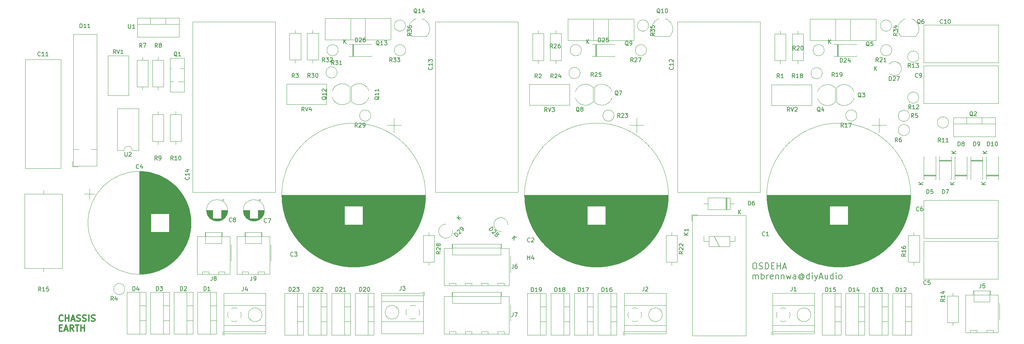
<source format=gbr>
%TF.GenerationSoftware,KiCad,Pcbnew,8.0.2+dfsg-1*%
%TF.CreationDate,2024-05-13T13:38:19+02:00*%
%TF.ProjectId,OSDEHA_PSU,4f534445-4841-45f5-9053-552e6b696361,rev?*%
%TF.SameCoordinates,Original*%
%TF.FileFunction,Legend,Top*%
%TF.FilePolarity,Positive*%
%FSLAX46Y46*%
G04 Gerber Fmt 4.6, Leading zero omitted, Abs format (unit mm)*
G04 Created by KiCad (PCBNEW 8.0.2+dfsg-1) date 2024-05-13 13:38:19*
%MOMM*%
%LPD*%
G01*
G04 APERTURE LIST*
%ADD10C,0.150000*%
%ADD11C,0.300000*%
%ADD12C,0.120000*%
%ADD13C,0.100000*%
G04 APERTURE END LIST*
D10*
X212729941Y-138082912D02*
X213015655Y-138082912D01*
X213015655Y-138082912D02*
X213158512Y-138154341D01*
X213158512Y-138154341D02*
X213301369Y-138297198D01*
X213301369Y-138297198D02*
X213372798Y-138582912D01*
X213372798Y-138582912D02*
X213372798Y-139082912D01*
X213372798Y-139082912D02*
X213301369Y-139368626D01*
X213301369Y-139368626D02*
X213158512Y-139511484D01*
X213158512Y-139511484D02*
X213015655Y-139582912D01*
X213015655Y-139582912D02*
X212729941Y-139582912D01*
X212729941Y-139582912D02*
X212587084Y-139511484D01*
X212587084Y-139511484D02*
X212444226Y-139368626D01*
X212444226Y-139368626D02*
X212372798Y-139082912D01*
X212372798Y-139082912D02*
X212372798Y-138582912D01*
X212372798Y-138582912D02*
X212444226Y-138297198D01*
X212444226Y-138297198D02*
X212587084Y-138154341D01*
X212587084Y-138154341D02*
X212729941Y-138082912D01*
X213944227Y-139511484D02*
X214158513Y-139582912D01*
X214158513Y-139582912D02*
X214515655Y-139582912D01*
X214515655Y-139582912D02*
X214658513Y-139511484D01*
X214658513Y-139511484D02*
X214729941Y-139440055D01*
X214729941Y-139440055D02*
X214801370Y-139297198D01*
X214801370Y-139297198D02*
X214801370Y-139154341D01*
X214801370Y-139154341D02*
X214729941Y-139011484D01*
X214729941Y-139011484D02*
X214658513Y-138940055D01*
X214658513Y-138940055D02*
X214515655Y-138868626D01*
X214515655Y-138868626D02*
X214229941Y-138797198D01*
X214229941Y-138797198D02*
X214087084Y-138725769D01*
X214087084Y-138725769D02*
X214015655Y-138654341D01*
X214015655Y-138654341D02*
X213944227Y-138511484D01*
X213944227Y-138511484D02*
X213944227Y-138368626D01*
X213944227Y-138368626D02*
X214015655Y-138225769D01*
X214015655Y-138225769D02*
X214087084Y-138154341D01*
X214087084Y-138154341D02*
X214229941Y-138082912D01*
X214229941Y-138082912D02*
X214587084Y-138082912D01*
X214587084Y-138082912D02*
X214801370Y-138154341D01*
X215444226Y-139582912D02*
X215444226Y-138082912D01*
X215444226Y-138082912D02*
X215801369Y-138082912D01*
X215801369Y-138082912D02*
X216015655Y-138154341D01*
X216015655Y-138154341D02*
X216158512Y-138297198D01*
X216158512Y-138297198D02*
X216229941Y-138440055D01*
X216229941Y-138440055D02*
X216301369Y-138725769D01*
X216301369Y-138725769D02*
X216301369Y-138940055D01*
X216301369Y-138940055D02*
X216229941Y-139225769D01*
X216229941Y-139225769D02*
X216158512Y-139368626D01*
X216158512Y-139368626D02*
X216015655Y-139511484D01*
X216015655Y-139511484D02*
X215801369Y-139582912D01*
X215801369Y-139582912D02*
X215444226Y-139582912D01*
X216944226Y-138797198D02*
X217444226Y-138797198D01*
X217658512Y-139582912D02*
X216944226Y-139582912D01*
X216944226Y-139582912D02*
X216944226Y-138082912D01*
X216944226Y-138082912D02*
X217658512Y-138082912D01*
X218301369Y-139582912D02*
X218301369Y-138082912D01*
X218301369Y-138797198D02*
X219158512Y-138797198D01*
X219158512Y-139582912D02*
X219158512Y-138082912D01*
X219801370Y-139154341D02*
X220515656Y-139154341D01*
X219658513Y-139582912D02*
X220158513Y-138082912D01*
X220158513Y-138082912D02*
X220658513Y-139582912D01*
X212444226Y-141997828D02*
X212444226Y-140997828D01*
X212444226Y-141140685D02*
X212515655Y-141069257D01*
X212515655Y-141069257D02*
X212658512Y-140997828D01*
X212658512Y-140997828D02*
X212872798Y-140997828D01*
X212872798Y-140997828D02*
X213015655Y-141069257D01*
X213015655Y-141069257D02*
X213087084Y-141212114D01*
X213087084Y-141212114D02*
X213087084Y-141997828D01*
X213087084Y-141212114D02*
X213158512Y-141069257D01*
X213158512Y-141069257D02*
X213301369Y-140997828D01*
X213301369Y-140997828D02*
X213515655Y-140997828D01*
X213515655Y-140997828D02*
X213658512Y-141069257D01*
X213658512Y-141069257D02*
X213729941Y-141212114D01*
X213729941Y-141212114D02*
X213729941Y-141997828D01*
X214444226Y-141997828D02*
X214444226Y-140497828D01*
X214444226Y-141069257D02*
X214587084Y-140997828D01*
X214587084Y-140997828D02*
X214872798Y-140997828D01*
X214872798Y-140997828D02*
X215015655Y-141069257D01*
X215015655Y-141069257D02*
X215087084Y-141140685D01*
X215087084Y-141140685D02*
X215158512Y-141283542D01*
X215158512Y-141283542D02*
X215158512Y-141712114D01*
X215158512Y-141712114D02*
X215087084Y-141854971D01*
X215087084Y-141854971D02*
X215015655Y-141926400D01*
X215015655Y-141926400D02*
X214872798Y-141997828D01*
X214872798Y-141997828D02*
X214587084Y-141997828D01*
X214587084Y-141997828D02*
X214444226Y-141926400D01*
X215801369Y-141997828D02*
X215801369Y-140997828D01*
X215801369Y-141283542D02*
X215872798Y-141140685D01*
X215872798Y-141140685D02*
X215944227Y-141069257D01*
X215944227Y-141069257D02*
X216087084Y-140997828D01*
X216087084Y-140997828D02*
X216229941Y-140997828D01*
X217301369Y-141926400D02*
X217158512Y-141997828D01*
X217158512Y-141997828D02*
X216872798Y-141997828D01*
X216872798Y-141997828D02*
X216729940Y-141926400D01*
X216729940Y-141926400D02*
X216658512Y-141783542D01*
X216658512Y-141783542D02*
X216658512Y-141212114D01*
X216658512Y-141212114D02*
X216729940Y-141069257D01*
X216729940Y-141069257D02*
X216872798Y-140997828D01*
X216872798Y-140997828D02*
X217158512Y-140997828D01*
X217158512Y-140997828D02*
X217301369Y-141069257D01*
X217301369Y-141069257D02*
X217372798Y-141212114D01*
X217372798Y-141212114D02*
X217372798Y-141354971D01*
X217372798Y-141354971D02*
X216658512Y-141497828D01*
X218015654Y-140997828D02*
X218015654Y-141997828D01*
X218015654Y-141140685D02*
X218087083Y-141069257D01*
X218087083Y-141069257D02*
X218229940Y-140997828D01*
X218229940Y-140997828D02*
X218444226Y-140997828D01*
X218444226Y-140997828D02*
X218587083Y-141069257D01*
X218587083Y-141069257D02*
X218658512Y-141212114D01*
X218658512Y-141212114D02*
X218658512Y-141997828D01*
X219372797Y-140997828D02*
X219372797Y-141997828D01*
X219372797Y-141140685D02*
X219444226Y-141069257D01*
X219444226Y-141069257D02*
X219587083Y-140997828D01*
X219587083Y-140997828D02*
X219801369Y-140997828D01*
X219801369Y-140997828D02*
X219944226Y-141069257D01*
X219944226Y-141069257D02*
X220015655Y-141212114D01*
X220015655Y-141212114D02*
X220015655Y-141997828D01*
X220587083Y-140997828D02*
X220872798Y-141997828D01*
X220872798Y-141997828D02*
X221158512Y-141283542D01*
X221158512Y-141283542D02*
X221444226Y-141997828D01*
X221444226Y-141997828D02*
X221729940Y-140997828D01*
X222944227Y-141997828D02*
X222944227Y-141212114D01*
X222944227Y-141212114D02*
X222872798Y-141069257D01*
X222872798Y-141069257D02*
X222729941Y-140997828D01*
X222729941Y-140997828D02*
X222444227Y-140997828D01*
X222444227Y-140997828D02*
X222301369Y-141069257D01*
X222944227Y-141926400D02*
X222801369Y-141997828D01*
X222801369Y-141997828D02*
X222444227Y-141997828D01*
X222444227Y-141997828D02*
X222301369Y-141926400D01*
X222301369Y-141926400D02*
X222229941Y-141783542D01*
X222229941Y-141783542D02*
X222229941Y-141640685D01*
X222229941Y-141640685D02*
X222301369Y-141497828D01*
X222301369Y-141497828D02*
X222444227Y-141426400D01*
X222444227Y-141426400D02*
X222801369Y-141426400D01*
X222801369Y-141426400D02*
X222944227Y-141354971D01*
X224587084Y-141283542D02*
X224515655Y-141212114D01*
X224515655Y-141212114D02*
X224372798Y-141140685D01*
X224372798Y-141140685D02*
X224229941Y-141140685D01*
X224229941Y-141140685D02*
X224087084Y-141212114D01*
X224087084Y-141212114D02*
X224015655Y-141283542D01*
X224015655Y-141283542D02*
X223944227Y-141426400D01*
X223944227Y-141426400D02*
X223944227Y-141569257D01*
X223944227Y-141569257D02*
X224015655Y-141712114D01*
X224015655Y-141712114D02*
X224087084Y-141783542D01*
X224087084Y-141783542D02*
X224229941Y-141854971D01*
X224229941Y-141854971D02*
X224372798Y-141854971D01*
X224372798Y-141854971D02*
X224515655Y-141783542D01*
X224515655Y-141783542D02*
X224587084Y-141712114D01*
X224587084Y-141140685D02*
X224587084Y-141712114D01*
X224587084Y-141712114D02*
X224658512Y-141783542D01*
X224658512Y-141783542D02*
X224729941Y-141783542D01*
X224729941Y-141783542D02*
X224872798Y-141712114D01*
X224872798Y-141712114D02*
X224944227Y-141569257D01*
X224944227Y-141569257D02*
X224944227Y-141212114D01*
X224944227Y-141212114D02*
X224801370Y-140997828D01*
X224801370Y-140997828D02*
X224587084Y-140854971D01*
X224587084Y-140854971D02*
X224301370Y-140783542D01*
X224301370Y-140783542D02*
X224015655Y-140854971D01*
X224015655Y-140854971D02*
X223801370Y-140997828D01*
X223801370Y-140997828D02*
X223658512Y-141212114D01*
X223658512Y-141212114D02*
X223587084Y-141497828D01*
X223587084Y-141497828D02*
X223658512Y-141783542D01*
X223658512Y-141783542D02*
X223801370Y-141997828D01*
X223801370Y-141997828D02*
X224015655Y-142140685D01*
X224015655Y-142140685D02*
X224301370Y-142212114D01*
X224301370Y-142212114D02*
X224587084Y-142140685D01*
X224587084Y-142140685D02*
X224801370Y-141997828D01*
X226229941Y-141997828D02*
X226229941Y-140497828D01*
X226229941Y-141926400D02*
X226087083Y-141997828D01*
X226087083Y-141997828D02*
X225801369Y-141997828D01*
X225801369Y-141997828D02*
X225658512Y-141926400D01*
X225658512Y-141926400D02*
X225587083Y-141854971D01*
X225587083Y-141854971D02*
X225515655Y-141712114D01*
X225515655Y-141712114D02*
X225515655Y-141283542D01*
X225515655Y-141283542D02*
X225587083Y-141140685D01*
X225587083Y-141140685D02*
X225658512Y-141069257D01*
X225658512Y-141069257D02*
X225801369Y-140997828D01*
X225801369Y-140997828D02*
X226087083Y-140997828D01*
X226087083Y-140997828D02*
X226229941Y-141069257D01*
X226944226Y-141997828D02*
X226944226Y-140997828D01*
X226944226Y-140497828D02*
X226872798Y-140569257D01*
X226872798Y-140569257D02*
X226944226Y-140640685D01*
X226944226Y-140640685D02*
X227015655Y-140569257D01*
X227015655Y-140569257D02*
X226944226Y-140497828D01*
X226944226Y-140497828D02*
X226944226Y-140640685D01*
X227515655Y-140997828D02*
X227872798Y-141997828D01*
X228229941Y-140997828D02*
X227872798Y-141997828D01*
X227872798Y-141997828D02*
X227729941Y-142354971D01*
X227729941Y-142354971D02*
X227658512Y-142426400D01*
X227658512Y-142426400D02*
X227515655Y-142497828D01*
X228729941Y-141569257D02*
X229444227Y-141569257D01*
X228587084Y-141997828D02*
X229087084Y-140497828D01*
X229087084Y-140497828D02*
X229587084Y-141997828D01*
X230729941Y-140997828D02*
X230729941Y-141997828D01*
X230087083Y-140997828D02*
X230087083Y-141783542D01*
X230087083Y-141783542D02*
X230158512Y-141926400D01*
X230158512Y-141926400D02*
X230301369Y-141997828D01*
X230301369Y-141997828D02*
X230515655Y-141997828D01*
X230515655Y-141997828D02*
X230658512Y-141926400D01*
X230658512Y-141926400D02*
X230729941Y-141854971D01*
X232087084Y-141997828D02*
X232087084Y-140497828D01*
X232087084Y-141926400D02*
X231944226Y-141997828D01*
X231944226Y-141997828D02*
X231658512Y-141997828D01*
X231658512Y-141997828D02*
X231515655Y-141926400D01*
X231515655Y-141926400D02*
X231444226Y-141854971D01*
X231444226Y-141854971D02*
X231372798Y-141712114D01*
X231372798Y-141712114D02*
X231372798Y-141283542D01*
X231372798Y-141283542D02*
X231444226Y-141140685D01*
X231444226Y-141140685D02*
X231515655Y-141069257D01*
X231515655Y-141069257D02*
X231658512Y-140997828D01*
X231658512Y-140997828D02*
X231944226Y-140997828D01*
X231944226Y-140997828D02*
X232087084Y-141069257D01*
X232801369Y-141997828D02*
X232801369Y-140997828D01*
X232801369Y-140497828D02*
X232729941Y-140569257D01*
X232729941Y-140569257D02*
X232801369Y-140640685D01*
X232801369Y-140640685D02*
X232872798Y-140569257D01*
X232872798Y-140569257D02*
X232801369Y-140497828D01*
X232801369Y-140497828D02*
X232801369Y-140640685D01*
X233729941Y-141997828D02*
X233587084Y-141926400D01*
X233587084Y-141926400D02*
X233515655Y-141854971D01*
X233515655Y-141854971D02*
X233444227Y-141712114D01*
X233444227Y-141712114D02*
X233444227Y-141283542D01*
X233444227Y-141283542D02*
X233515655Y-141140685D01*
X233515655Y-141140685D02*
X233587084Y-141069257D01*
X233587084Y-141069257D02*
X233729941Y-140997828D01*
X233729941Y-140997828D02*
X233944227Y-140997828D01*
X233944227Y-140997828D02*
X234087084Y-141069257D01*
X234087084Y-141069257D02*
X234158513Y-141140685D01*
X234158513Y-141140685D02*
X234229941Y-141283542D01*
X234229941Y-141283542D02*
X234229941Y-141712114D01*
X234229941Y-141712114D02*
X234158513Y-141854971D01*
X234158513Y-141854971D02*
X234087084Y-141926400D01*
X234087084Y-141926400D02*
X233944227Y-141997828D01*
X233944227Y-141997828D02*
X233729941Y-141997828D01*
D11*
X43474053Y-152233855D02*
X43402625Y-152305284D01*
X43402625Y-152305284D02*
X43188339Y-152376712D01*
X43188339Y-152376712D02*
X43045482Y-152376712D01*
X43045482Y-152376712D02*
X42831196Y-152305284D01*
X42831196Y-152305284D02*
X42688339Y-152162426D01*
X42688339Y-152162426D02*
X42616910Y-152019569D01*
X42616910Y-152019569D02*
X42545482Y-151733855D01*
X42545482Y-151733855D02*
X42545482Y-151519569D01*
X42545482Y-151519569D02*
X42616910Y-151233855D01*
X42616910Y-151233855D02*
X42688339Y-151090998D01*
X42688339Y-151090998D02*
X42831196Y-150948141D01*
X42831196Y-150948141D02*
X43045482Y-150876712D01*
X43045482Y-150876712D02*
X43188339Y-150876712D01*
X43188339Y-150876712D02*
X43402625Y-150948141D01*
X43402625Y-150948141D02*
X43474053Y-151019569D01*
X44116910Y-152376712D02*
X44116910Y-150876712D01*
X44116910Y-151590998D02*
X44974053Y-151590998D01*
X44974053Y-152376712D02*
X44974053Y-150876712D01*
X45616911Y-151948141D02*
X46331197Y-151948141D01*
X45474054Y-152376712D02*
X45974054Y-150876712D01*
X45974054Y-150876712D02*
X46474054Y-152376712D01*
X46902625Y-152305284D02*
X47116911Y-152376712D01*
X47116911Y-152376712D02*
X47474053Y-152376712D01*
X47474053Y-152376712D02*
X47616911Y-152305284D01*
X47616911Y-152305284D02*
X47688339Y-152233855D01*
X47688339Y-152233855D02*
X47759768Y-152090998D01*
X47759768Y-152090998D02*
X47759768Y-151948141D01*
X47759768Y-151948141D02*
X47688339Y-151805284D01*
X47688339Y-151805284D02*
X47616911Y-151733855D01*
X47616911Y-151733855D02*
X47474053Y-151662426D01*
X47474053Y-151662426D02*
X47188339Y-151590998D01*
X47188339Y-151590998D02*
X47045482Y-151519569D01*
X47045482Y-151519569D02*
X46974053Y-151448141D01*
X46974053Y-151448141D02*
X46902625Y-151305284D01*
X46902625Y-151305284D02*
X46902625Y-151162426D01*
X46902625Y-151162426D02*
X46974053Y-151019569D01*
X46974053Y-151019569D02*
X47045482Y-150948141D01*
X47045482Y-150948141D02*
X47188339Y-150876712D01*
X47188339Y-150876712D02*
X47545482Y-150876712D01*
X47545482Y-150876712D02*
X47759768Y-150948141D01*
X48331196Y-152305284D02*
X48545482Y-152376712D01*
X48545482Y-152376712D02*
X48902624Y-152376712D01*
X48902624Y-152376712D02*
X49045482Y-152305284D01*
X49045482Y-152305284D02*
X49116910Y-152233855D01*
X49116910Y-152233855D02*
X49188339Y-152090998D01*
X49188339Y-152090998D02*
X49188339Y-151948141D01*
X49188339Y-151948141D02*
X49116910Y-151805284D01*
X49116910Y-151805284D02*
X49045482Y-151733855D01*
X49045482Y-151733855D02*
X48902624Y-151662426D01*
X48902624Y-151662426D02*
X48616910Y-151590998D01*
X48616910Y-151590998D02*
X48474053Y-151519569D01*
X48474053Y-151519569D02*
X48402624Y-151448141D01*
X48402624Y-151448141D02*
X48331196Y-151305284D01*
X48331196Y-151305284D02*
X48331196Y-151162426D01*
X48331196Y-151162426D02*
X48402624Y-151019569D01*
X48402624Y-151019569D02*
X48474053Y-150948141D01*
X48474053Y-150948141D02*
X48616910Y-150876712D01*
X48616910Y-150876712D02*
X48974053Y-150876712D01*
X48974053Y-150876712D02*
X49188339Y-150948141D01*
X49831195Y-152376712D02*
X49831195Y-150876712D01*
X50474053Y-152305284D02*
X50688339Y-152376712D01*
X50688339Y-152376712D02*
X51045481Y-152376712D01*
X51045481Y-152376712D02*
X51188339Y-152305284D01*
X51188339Y-152305284D02*
X51259767Y-152233855D01*
X51259767Y-152233855D02*
X51331196Y-152090998D01*
X51331196Y-152090998D02*
X51331196Y-151948141D01*
X51331196Y-151948141D02*
X51259767Y-151805284D01*
X51259767Y-151805284D02*
X51188339Y-151733855D01*
X51188339Y-151733855D02*
X51045481Y-151662426D01*
X51045481Y-151662426D02*
X50759767Y-151590998D01*
X50759767Y-151590998D02*
X50616910Y-151519569D01*
X50616910Y-151519569D02*
X50545481Y-151448141D01*
X50545481Y-151448141D02*
X50474053Y-151305284D01*
X50474053Y-151305284D02*
X50474053Y-151162426D01*
X50474053Y-151162426D02*
X50545481Y-151019569D01*
X50545481Y-151019569D02*
X50616910Y-150948141D01*
X50616910Y-150948141D02*
X50759767Y-150876712D01*
X50759767Y-150876712D02*
X51116910Y-150876712D01*
X51116910Y-150876712D02*
X51331196Y-150948141D01*
X42616910Y-154005914D02*
X43116910Y-154005914D01*
X43331196Y-154791628D02*
X42616910Y-154791628D01*
X42616910Y-154791628D02*
X42616910Y-153291628D01*
X42616910Y-153291628D02*
X43331196Y-153291628D01*
X43902625Y-154363057D02*
X44616911Y-154363057D01*
X43759768Y-154791628D02*
X44259768Y-153291628D01*
X44259768Y-153291628D02*
X44759768Y-154791628D01*
X46116910Y-154791628D02*
X45616910Y-154077342D01*
X45259767Y-154791628D02*
X45259767Y-153291628D01*
X45259767Y-153291628D02*
X45831196Y-153291628D01*
X45831196Y-153291628D02*
X45974053Y-153363057D01*
X45974053Y-153363057D02*
X46045482Y-153434485D01*
X46045482Y-153434485D02*
X46116910Y-153577342D01*
X46116910Y-153577342D02*
X46116910Y-153791628D01*
X46116910Y-153791628D02*
X46045482Y-153934485D01*
X46045482Y-153934485D02*
X45974053Y-154005914D01*
X45974053Y-154005914D02*
X45831196Y-154077342D01*
X45831196Y-154077342D02*
X45259767Y-154077342D01*
X46545482Y-153291628D02*
X47402625Y-153291628D01*
X46974053Y-154791628D02*
X46974053Y-153291628D01*
X47902624Y-154791628D02*
X47902624Y-153291628D01*
X47902624Y-154005914D02*
X48759767Y-154005914D01*
X48759767Y-154791628D02*
X48759767Y-153291628D01*
D10*
X251031142Y-90221219D02*
X250697809Y-89745028D01*
X250459714Y-90221219D02*
X250459714Y-89221219D01*
X250459714Y-89221219D02*
X250840666Y-89221219D01*
X250840666Y-89221219D02*
X250935904Y-89268838D01*
X250935904Y-89268838D02*
X250983523Y-89316457D01*
X250983523Y-89316457D02*
X251031142Y-89411695D01*
X251031142Y-89411695D02*
X251031142Y-89554552D01*
X251031142Y-89554552D02*
X250983523Y-89649790D01*
X250983523Y-89649790D02*
X250935904Y-89697409D01*
X250935904Y-89697409D02*
X250840666Y-89745028D01*
X250840666Y-89745028D02*
X250459714Y-89745028D01*
X251983523Y-90221219D02*
X251412095Y-90221219D01*
X251697809Y-90221219D02*
X251697809Y-89221219D01*
X251697809Y-89221219D02*
X251602571Y-89364076D01*
X251602571Y-89364076D02*
X251507333Y-89459314D01*
X251507333Y-89459314D02*
X251412095Y-89506933D01*
X252316857Y-89221219D02*
X252935904Y-89221219D01*
X252935904Y-89221219D02*
X252602571Y-89602171D01*
X252602571Y-89602171D02*
X252745428Y-89602171D01*
X252745428Y-89602171D02*
X252840666Y-89649790D01*
X252840666Y-89649790D02*
X252888285Y-89697409D01*
X252888285Y-89697409D02*
X252935904Y-89792647D01*
X252935904Y-89792647D02*
X252935904Y-90030742D01*
X252935904Y-90030742D02*
X252888285Y-90125980D01*
X252888285Y-90125980D02*
X252840666Y-90173600D01*
X252840666Y-90173600D02*
X252745428Y-90221219D01*
X252745428Y-90221219D02*
X252459714Y-90221219D01*
X252459714Y-90221219D02*
X252364476Y-90173600D01*
X252364476Y-90173600D02*
X252316857Y-90125980D01*
X47655314Y-80515619D02*
X47655314Y-79515619D01*
X47655314Y-79515619D02*
X47893409Y-79515619D01*
X47893409Y-79515619D02*
X48036266Y-79563238D01*
X48036266Y-79563238D02*
X48131504Y-79658476D01*
X48131504Y-79658476D02*
X48179123Y-79753714D01*
X48179123Y-79753714D02*
X48226742Y-79944190D01*
X48226742Y-79944190D02*
X48226742Y-80087047D01*
X48226742Y-80087047D02*
X48179123Y-80277523D01*
X48179123Y-80277523D02*
X48131504Y-80372761D01*
X48131504Y-80372761D02*
X48036266Y-80468000D01*
X48036266Y-80468000D02*
X47893409Y-80515619D01*
X47893409Y-80515619D02*
X47655314Y-80515619D01*
X49179123Y-80515619D02*
X48607695Y-80515619D01*
X48893409Y-80515619D02*
X48893409Y-79515619D01*
X48893409Y-79515619D02*
X48798171Y-79658476D01*
X48798171Y-79658476D02*
X48702933Y-79753714D01*
X48702933Y-79753714D02*
X48607695Y-79801333D01*
X50131504Y-80515619D02*
X49560076Y-80515619D01*
X49845790Y-80515619D02*
X49845790Y-79515619D01*
X49845790Y-79515619D02*
X49750552Y-79658476D01*
X49750552Y-79658476D02*
X49655314Y-79753714D01*
X49655314Y-79753714D02*
X49560076Y-79801333D01*
X188324819Y-81872857D02*
X187848628Y-82206190D01*
X188324819Y-82444285D02*
X187324819Y-82444285D01*
X187324819Y-82444285D02*
X187324819Y-82063333D01*
X187324819Y-82063333D02*
X187372438Y-81968095D01*
X187372438Y-81968095D02*
X187420057Y-81920476D01*
X187420057Y-81920476D02*
X187515295Y-81872857D01*
X187515295Y-81872857D02*
X187658152Y-81872857D01*
X187658152Y-81872857D02*
X187753390Y-81920476D01*
X187753390Y-81920476D02*
X187801009Y-81968095D01*
X187801009Y-81968095D02*
X187848628Y-82063333D01*
X187848628Y-82063333D02*
X187848628Y-82444285D01*
X187324819Y-81539523D02*
X187324819Y-80920476D01*
X187324819Y-80920476D02*
X187705771Y-81253809D01*
X187705771Y-81253809D02*
X187705771Y-81110952D01*
X187705771Y-81110952D02*
X187753390Y-81015714D01*
X187753390Y-81015714D02*
X187801009Y-80968095D01*
X187801009Y-80968095D02*
X187896247Y-80920476D01*
X187896247Y-80920476D02*
X188134342Y-80920476D01*
X188134342Y-80920476D02*
X188229580Y-80968095D01*
X188229580Y-80968095D02*
X188277200Y-81015714D01*
X188277200Y-81015714D02*
X188324819Y-81110952D01*
X188324819Y-81110952D02*
X188324819Y-81396666D01*
X188324819Y-81396666D02*
X188277200Y-81491904D01*
X188277200Y-81491904D02*
X188229580Y-81539523D01*
X187324819Y-80015714D02*
X187324819Y-80491904D01*
X187324819Y-80491904D02*
X187801009Y-80539523D01*
X187801009Y-80539523D02*
X187753390Y-80491904D01*
X187753390Y-80491904D02*
X187705771Y-80396666D01*
X187705771Y-80396666D02*
X187705771Y-80158571D01*
X187705771Y-80158571D02*
X187753390Y-80063333D01*
X187753390Y-80063333D02*
X187801009Y-80015714D01*
X187801009Y-80015714D02*
X187896247Y-79968095D01*
X187896247Y-79968095D02*
X188134342Y-79968095D01*
X188134342Y-79968095D02*
X188229580Y-80015714D01*
X188229580Y-80015714D02*
X188277200Y-80063333D01*
X188277200Y-80063333D02*
X188324819Y-80158571D01*
X188324819Y-80158571D02*
X188324819Y-80396666D01*
X188324819Y-80396666D02*
X188277200Y-80491904D01*
X188277200Y-80491904D02*
X188229580Y-80539523D01*
X104021142Y-92656819D02*
X103687809Y-92180628D01*
X103449714Y-92656819D02*
X103449714Y-91656819D01*
X103449714Y-91656819D02*
X103830666Y-91656819D01*
X103830666Y-91656819D02*
X103925904Y-91704438D01*
X103925904Y-91704438D02*
X103973523Y-91752057D01*
X103973523Y-91752057D02*
X104021142Y-91847295D01*
X104021142Y-91847295D02*
X104021142Y-91990152D01*
X104021142Y-91990152D02*
X103973523Y-92085390D01*
X103973523Y-92085390D02*
X103925904Y-92133009D01*
X103925904Y-92133009D02*
X103830666Y-92180628D01*
X103830666Y-92180628D02*
X103449714Y-92180628D01*
X104354476Y-91656819D02*
X104973523Y-91656819D01*
X104973523Y-91656819D02*
X104640190Y-92037771D01*
X104640190Y-92037771D02*
X104783047Y-92037771D01*
X104783047Y-92037771D02*
X104878285Y-92085390D01*
X104878285Y-92085390D02*
X104925904Y-92133009D01*
X104925904Y-92133009D02*
X104973523Y-92228247D01*
X104973523Y-92228247D02*
X104973523Y-92466342D01*
X104973523Y-92466342D02*
X104925904Y-92561580D01*
X104925904Y-92561580D02*
X104878285Y-92609200D01*
X104878285Y-92609200D02*
X104783047Y-92656819D01*
X104783047Y-92656819D02*
X104497333Y-92656819D01*
X104497333Y-92656819D02*
X104402095Y-92609200D01*
X104402095Y-92609200D02*
X104354476Y-92561580D01*
X105592571Y-91656819D02*
X105687809Y-91656819D01*
X105687809Y-91656819D02*
X105783047Y-91704438D01*
X105783047Y-91704438D02*
X105830666Y-91752057D01*
X105830666Y-91752057D02*
X105878285Y-91847295D01*
X105878285Y-91847295D02*
X105925904Y-92037771D01*
X105925904Y-92037771D02*
X105925904Y-92275866D01*
X105925904Y-92275866D02*
X105878285Y-92466342D01*
X105878285Y-92466342D02*
X105830666Y-92561580D01*
X105830666Y-92561580D02*
X105783047Y-92609200D01*
X105783047Y-92609200D02*
X105687809Y-92656819D01*
X105687809Y-92656819D02*
X105592571Y-92656819D01*
X105592571Y-92656819D02*
X105497333Y-92609200D01*
X105497333Y-92609200D02*
X105449714Y-92561580D01*
X105449714Y-92561580D02*
X105402095Y-92466342D01*
X105402095Y-92466342D02*
X105354476Y-92275866D01*
X105354476Y-92275866D02*
X105354476Y-92037771D01*
X105354476Y-92037771D02*
X105402095Y-91847295D01*
X105402095Y-91847295D02*
X105449714Y-91752057D01*
X105449714Y-91752057D02*
X105497333Y-91704438D01*
X105497333Y-91704438D02*
X105592571Y-91656819D01*
X163362142Y-85454819D02*
X163028809Y-84978628D01*
X162790714Y-85454819D02*
X162790714Y-84454819D01*
X162790714Y-84454819D02*
X163171666Y-84454819D01*
X163171666Y-84454819D02*
X163266904Y-84502438D01*
X163266904Y-84502438D02*
X163314523Y-84550057D01*
X163314523Y-84550057D02*
X163362142Y-84645295D01*
X163362142Y-84645295D02*
X163362142Y-84788152D01*
X163362142Y-84788152D02*
X163314523Y-84883390D01*
X163314523Y-84883390D02*
X163266904Y-84931009D01*
X163266904Y-84931009D02*
X163171666Y-84978628D01*
X163171666Y-84978628D02*
X162790714Y-84978628D01*
X163743095Y-84550057D02*
X163790714Y-84502438D01*
X163790714Y-84502438D02*
X163885952Y-84454819D01*
X163885952Y-84454819D02*
X164124047Y-84454819D01*
X164124047Y-84454819D02*
X164219285Y-84502438D01*
X164219285Y-84502438D02*
X164266904Y-84550057D01*
X164266904Y-84550057D02*
X164314523Y-84645295D01*
X164314523Y-84645295D02*
X164314523Y-84740533D01*
X164314523Y-84740533D02*
X164266904Y-84883390D01*
X164266904Y-84883390D02*
X163695476Y-85454819D01*
X163695476Y-85454819D02*
X164314523Y-85454819D01*
X165171666Y-84454819D02*
X164981190Y-84454819D01*
X164981190Y-84454819D02*
X164885952Y-84502438D01*
X164885952Y-84502438D02*
X164838333Y-84550057D01*
X164838333Y-84550057D02*
X164743095Y-84692914D01*
X164743095Y-84692914D02*
X164695476Y-84883390D01*
X164695476Y-84883390D02*
X164695476Y-85264342D01*
X164695476Y-85264342D02*
X164743095Y-85359580D01*
X164743095Y-85359580D02*
X164790714Y-85407200D01*
X164790714Y-85407200D02*
X164885952Y-85454819D01*
X164885952Y-85454819D02*
X165076428Y-85454819D01*
X165076428Y-85454819D02*
X165171666Y-85407200D01*
X165171666Y-85407200D02*
X165219285Y-85359580D01*
X165219285Y-85359580D02*
X165266904Y-85264342D01*
X165266904Y-85264342D02*
X165266904Y-85026247D01*
X165266904Y-85026247D02*
X165219285Y-84931009D01*
X165219285Y-84931009D02*
X165171666Y-84883390D01*
X165171666Y-84883390D02*
X165076428Y-84835771D01*
X165076428Y-84835771D02*
X164885952Y-84835771D01*
X164885952Y-84835771D02*
X164790714Y-84883390D01*
X164790714Y-84883390D02*
X164743095Y-84931009D01*
X164743095Y-84931009D02*
X164695476Y-85026247D01*
X266249161Y-102150057D02*
X266153923Y-102102438D01*
X266153923Y-102102438D02*
X266058685Y-102007200D01*
X266058685Y-102007200D02*
X265915828Y-101864342D01*
X265915828Y-101864342D02*
X265820590Y-101816723D01*
X265820590Y-101816723D02*
X265725352Y-101816723D01*
X265772971Y-102054819D02*
X265677733Y-102007200D01*
X265677733Y-102007200D02*
X265582495Y-101911961D01*
X265582495Y-101911961D02*
X265534876Y-101721485D01*
X265534876Y-101721485D02*
X265534876Y-101388152D01*
X265534876Y-101388152D02*
X265582495Y-101197676D01*
X265582495Y-101197676D02*
X265677733Y-101102438D01*
X265677733Y-101102438D02*
X265772971Y-101054819D01*
X265772971Y-101054819D02*
X265963447Y-101054819D01*
X265963447Y-101054819D02*
X266058685Y-101102438D01*
X266058685Y-101102438D02*
X266153923Y-101197676D01*
X266153923Y-101197676D02*
X266201542Y-101388152D01*
X266201542Y-101388152D02*
X266201542Y-101721485D01*
X266201542Y-101721485D02*
X266153923Y-101911961D01*
X266153923Y-101911961D02*
X266058685Y-102007200D01*
X266058685Y-102007200D02*
X265963447Y-102054819D01*
X265963447Y-102054819D02*
X265772971Y-102054819D01*
X266582495Y-101150057D02*
X266630114Y-101102438D01*
X266630114Y-101102438D02*
X266725352Y-101054819D01*
X266725352Y-101054819D02*
X266963447Y-101054819D01*
X266963447Y-101054819D02*
X267058685Y-101102438D01*
X267058685Y-101102438D02*
X267106304Y-101150057D01*
X267106304Y-101150057D02*
X267153923Y-101245295D01*
X267153923Y-101245295D02*
X267153923Y-101340533D01*
X267153923Y-101340533D02*
X267106304Y-101483390D01*
X267106304Y-101483390D02*
X266534876Y-102054819D01*
X266534876Y-102054819D02*
X267153923Y-102054819D01*
X215333333Y-131359580D02*
X215285714Y-131407200D01*
X215285714Y-131407200D02*
X215142857Y-131454819D01*
X215142857Y-131454819D02*
X215047619Y-131454819D01*
X215047619Y-131454819D02*
X214904762Y-131407200D01*
X214904762Y-131407200D02*
X214809524Y-131311961D01*
X214809524Y-131311961D02*
X214761905Y-131216723D01*
X214761905Y-131216723D02*
X214714286Y-131026247D01*
X214714286Y-131026247D02*
X214714286Y-130883390D01*
X214714286Y-130883390D02*
X214761905Y-130692914D01*
X214761905Y-130692914D02*
X214809524Y-130597676D01*
X214809524Y-130597676D02*
X214904762Y-130502438D01*
X214904762Y-130502438D02*
X215047619Y-130454819D01*
X215047619Y-130454819D02*
X215142857Y-130454819D01*
X215142857Y-130454819D02*
X215285714Y-130502438D01*
X215285714Y-130502438D02*
X215333333Y-130550057D01*
X216285714Y-131454819D02*
X215714286Y-131454819D01*
X216000000Y-131454819D02*
X216000000Y-130454819D01*
X216000000Y-130454819D02*
X215904762Y-130597676D01*
X215904762Y-130597676D02*
X215809524Y-130692914D01*
X215809524Y-130692914D02*
X215714286Y-130740533D01*
X258351542Y-108506419D02*
X258018209Y-108030228D01*
X257780114Y-108506419D02*
X257780114Y-107506419D01*
X257780114Y-107506419D02*
X258161066Y-107506419D01*
X258161066Y-107506419D02*
X258256304Y-107554038D01*
X258256304Y-107554038D02*
X258303923Y-107601657D01*
X258303923Y-107601657D02*
X258351542Y-107696895D01*
X258351542Y-107696895D02*
X258351542Y-107839752D01*
X258351542Y-107839752D02*
X258303923Y-107934990D01*
X258303923Y-107934990D02*
X258256304Y-107982609D01*
X258256304Y-107982609D02*
X258161066Y-108030228D01*
X258161066Y-108030228D02*
X257780114Y-108030228D01*
X259303923Y-108506419D02*
X258732495Y-108506419D01*
X259018209Y-108506419D02*
X259018209Y-107506419D01*
X259018209Y-107506419D02*
X258922971Y-107649276D01*
X258922971Y-107649276D02*
X258827733Y-107744514D01*
X258827733Y-107744514D02*
X258732495Y-107792133D01*
X260256304Y-108506419D02*
X259684876Y-108506419D01*
X259970590Y-108506419D02*
X259970590Y-107506419D01*
X259970590Y-107506419D02*
X259875352Y-107649276D01*
X259875352Y-107649276D02*
X259780114Y-107744514D01*
X259780114Y-107744514D02*
X259684876Y-107792133D01*
X183082142Y-88824819D02*
X182748809Y-88348628D01*
X182510714Y-88824819D02*
X182510714Y-87824819D01*
X182510714Y-87824819D02*
X182891666Y-87824819D01*
X182891666Y-87824819D02*
X182986904Y-87872438D01*
X182986904Y-87872438D02*
X183034523Y-87920057D01*
X183034523Y-87920057D02*
X183082142Y-88015295D01*
X183082142Y-88015295D02*
X183082142Y-88158152D01*
X183082142Y-88158152D02*
X183034523Y-88253390D01*
X183034523Y-88253390D02*
X182986904Y-88301009D01*
X182986904Y-88301009D02*
X182891666Y-88348628D01*
X182891666Y-88348628D02*
X182510714Y-88348628D01*
X183463095Y-87920057D02*
X183510714Y-87872438D01*
X183510714Y-87872438D02*
X183605952Y-87824819D01*
X183605952Y-87824819D02*
X183844047Y-87824819D01*
X183844047Y-87824819D02*
X183939285Y-87872438D01*
X183939285Y-87872438D02*
X183986904Y-87920057D01*
X183986904Y-87920057D02*
X184034523Y-88015295D01*
X184034523Y-88015295D02*
X184034523Y-88110533D01*
X184034523Y-88110533D02*
X183986904Y-88253390D01*
X183986904Y-88253390D02*
X183415476Y-88824819D01*
X183415476Y-88824819D02*
X184034523Y-88824819D01*
X184367857Y-87824819D02*
X185034523Y-87824819D01*
X185034523Y-87824819D02*
X184605952Y-88824819D01*
X38117542Y-144980819D02*
X37784209Y-144504628D01*
X37546114Y-144980819D02*
X37546114Y-143980819D01*
X37546114Y-143980819D02*
X37927066Y-143980819D01*
X37927066Y-143980819D02*
X38022304Y-144028438D01*
X38022304Y-144028438D02*
X38069923Y-144076057D01*
X38069923Y-144076057D02*
X38117542Y-144171295D01*
X38117542Y-144171295D02*
X38117542Y-144314152D01*
X38117542Y-144314152D02*
X38069923Y-144409390D01*
X38069923Y-144409390D02*
X38022304Y-144457009D01*
X38022304Y-144457009D02*
X37927066Y-144504628D01*
X37927066Y-144504628D02*
X37546114Y-144504628D01*
X39069923Y-144980819D02*
X38498495Y-144980819D01*
X38784209Y-144980819D02*
X38784209Y-143980819D01*
X38784209Y-143980819D02*
X38688971Y-144123676D01*
X38688971Y-144123676D02*
X38593733Y-144218914D01*
X38593733Y-144218914D02*
X38498495Y-144266533D01*
X39974685Y-143980819D02*
X39498495Y-143980819D01*
X39498495Y-143980819D02*
X39450876Y-144457009D01*
X39450876Y-144457009D02*
X39498495Y-144409390D01*
X39498495Y-144409390D02*
X39593733Y-144361771D01*
X39593733Y-144361771D02*
X39831828Y-144361771D01*
X39831828Y-144361771D02*
X39927066Y-144409390D01*
X39927066Y-144409390D02*
X39974685Y-144457009D01*
X39974685Y-144457009D02*
X40022304Y-144552247D01*
X40022304Y-144552247D02*
X40022304Y-144790342D01*
X40022304Y-144790342D02*
X39974685Y-144885580D01*
X39974685Y-144885580D02*
X39927066Y-144933200D01*
X39927066Y-144933200D02*
X39831828Y-144980819D01*
X39831828Y-144980819D02*
X39593733Y-144980819D01*
X39593733Y-144980819D02*
X39498495Y-144933200D01*
X39498495Y-144933200D02*
X39450876Y-144885580D01*
X238904761Y-97550057D02*
X238809523Y-97502438D01*
X238809523Y-97502438D02*
X238714285Y-97407200D01*
X238714285Y-97407200D02*
X238571428Y-97264342D01*
X238571428Y-97264342D02*
X238476190Y-97216723D01*
X238476190Y-97216723D02*
X238380952Y-97216723D01*
X238428571Y-97454819D02*
X238333333Y-97407200D01*
X238333333Y-97407200D02*
X238238095Y-97311961D01*
X238238095Y-97311961D02*
X238190476Y-97121485D01*
X238190476Y-97121485D02*
X238190476Y-96788152D01*
X238190476Y-96788152D02*
X238238095Y-96597676D01*
X238238095Y-96597676D02*
X238333333Y-96502438D01*
X238333333Y-96502438D02*
X238428571Y-96454819D01*
X238428571Y-96454819D02*
X238619047Y-96454819D01*
X238619047Y-96454819D02*
X238714285Y-96502438D01*
X238714285Y-96502438D02*
X238809523Y-96597676D01*
X238809523Y-96597676D02*
X238857142Y-96788152D01*
X238857142Y-96788152D02*
X238857142Y-97121485D01*
X238857142Y-97121485D02*
X238809523Y-97311961D01*
X238809523Y-97311961D02*
X238714285Y-97407200D01*
X238714285Y-97407200D02*
X238619047Y-97454819D01*
X238619047Y-97454819D02*
X238428571Y-97454819D01*
X239190476Y-96454819D02*
X239809523Y-96454819D01*
X239809523Y-96454819D02*
X239476190Y-96835771D01*
X239476190Y-96835771D02*
X239619047Y-96835771D01*
X239619047Y-96835771D02*
X239714285Y-96883390D01*
X239714285Y-96883390D02*
X239761904Y-96931009D01*
X239761904Y-96931009D02*
X239809523Y-97026247D01*
X239809523Y-97026247D02*
X239809523Y-97264342D01*
X239809523Y-97264342D02*
X239761904Y-97359580D01*
X239761904Y-97359580D02*
X239714285Y-97407200D01*
X239714285Y-97407200D02*
X239619047Y-97454819D01*
X239619047Y-97454819D02*
X239333333Y-97454819D01*
X239333333Y-97454819D02*
X239238095Y-97407200D01*
X239238095Y-97407200D02*
X239190476Y-97359580D01*
X80041666Y-141400819D02*
X80041666Y-142115104D01*
X80041666Y-142115104D02*
X79994047Y-142257961D01*
X79994047Y-142257961D02*
X79898809Y-142353200D01*
X79898809Y-142353200D02*
X79755952Y-142400819D01*
X79755952Y-142400819D02*
X79660714Y-142400819D01*
X80660714Y-141829390D02*
X80565476Y-141781771D01*
X80565476Y-141781771D02*
X80517857Y-141734152D01*
X80517857Y-141734152D02*
X80470238Y-141638914D01*
X80470238Y-141638914D02*
X80470238Y-141591295D01*
X80470238Y-141591295D02*
X80517857Y-141496057D01*
X80517857Y-141496057D02*
X80565476Y-141448438D01*
X80565476Y-141448438D02*
X80660714Y-141400819D01*
X80660714Y-141400819D02*
X80851190Y-141400819D01*
X80851190Y-141400819D02*
X80946428Y-141448438D01*
X80946428Y-141448438D02*
X80994047Y-141496057D01*
X80994047Y-141496057D02*
X81041666Y-141591295D01*
X81041666Y-141591295D02*
X81041666Y-141638914D01*
X81041666Y-141638914D02*
X80994047Y-141734152D01*
X80994047Y-141734152D02*
X80946428Y-141781771D01*
X80946428Y-141781771D02*
X80851190Y-141829390D01*
X80851190Y-141829390D02*
X80660714Y-141829390D01*
X80660714Y-141829390D02*
X80565476Y-141877009D01*
X80565476Y-141877009D02*
X80517857Y-141924628D01*
X80517857Y-141924628D02*
X80470238Y-142019866D01*
X80470238Y-142019866D02*
X80470238Y-142210342D01*
X80470238Y-142210342D02*
X80517857Y-142305580D01*
X80517857Y-142305580D02*
X80565476Y-142353200D01*
X80565476Y-142353200D02*
X80660714Y-142400819D01*
X80660714Y-142400819D02*
X80851190Y-142400819D01*
X80851190Y-142400819D02*
X80946428Y-142353200D01*
X80946428Y-142353200D02*
X80994047Y-142305580D01*
X80994047Y-142305580D02*
X81041666Y-142210342D01*
X81041666Y-142210342D02*
X81041666Y-142019866D01*
X81041666Y-142019866D02*
X80994047Y-141924628D01*
X80994047Y-141924628D02*
X80946428Y-141877009D01*
X80946428Y-141877009D02*
X80851190Y-141829390D01*
X222043666Y-143977320D02*
X222043666Y-144691605D01*
X222043666Y-144691605D02*
X221996047Y-144834462D01*
X221996047Y-144834462D02*
X221900809Y-144929701D01*
X221900809Y-144929701D02*
X221757952Y-144977320D01*
X221757952Y-144977320D02*
X221662714Y-144977320D01*
X223043666Y-144977320D02*
X222472238Y-144977320D01*
X222757952Y-144977320D02*
X222757952Y-143977320D01*
X222757952Y-143977320D02*
X222662714Y-144120177D01*
X222662714Y-144120177D02*
X222567476Y-144215415D01*
X222567476Y-144215415D02*
X222472238Y-144263034D01*
X266444905Y-109436819D02*
X266444905Y-108436819D01*
X266444905Y-108436819D02*
X266683000Y-108436819D01*
X266683000Y-108436819D02*
X266825857Y-108484438D01*
X266825857Y-108484438D02*
X266921095Y-108579676D01*
X266921095Y-108579676D02*
X266968714Y-108674914D01*
X266968714Y-108674914D02*
X267016333Y-108865390D01*
X267016333Y-108865390D02*
X267016333Y-109008247D01*
X267016333Y-109008247D02*
X266968714Y-109198723D01*
X266968714Y-109198723D02*
X266921095Y-109293961D01*
X266921095Y-109293961D02*
X266825857Y-109389200D01*
X266825857Y-109389200D02*
X266683000Y-109436819D01*
X266683000Y-109436819D02*
X266444905Y-109436819D01*
X267492524Y-109436819D02*
X267683000Y-109436819D01*
X267683000Y-109436819D02*
X267778238Y-109389200D01*
X267778238Y-109389200D02*
X267825857Y-109341580D01*
X267825857Y-109341580D02*
X267921095Y-109198723D01*
X267921095Y-109198723D02*
X267968714Y-109008247D01*
X267968714Y-109008247D02*
X267968714Y-108627295D01*
X267968714Y-108627295D02*
X267921095Y-108532057D01*
X267921095Y-108532057D02*
X267873476Y-108484438D01*
X267873476Y-108484438D02*
X267778238Y-108436819D01*
X267778238Y-108436819D02*
X267587762Y-108436819D01*
X267587762Y-108436819D02*
X267492524Y-108484438D01*
X267492524Y-108484438D02*
X267444905Y-108532057D01*
X267444905Y-108532057D02*
X267397286Y-108627295D01*
X267397286Y-108627295D02*
X267397286Y-108865390D01*
X267397286Y-108865390D02*
X267444905Y-108960628D01*
X267444905Y-108960628D02*
X267492524Y-109008247D01*
X267492524Y-109008247D02*
X267587762Y-109055866D01*
X267587762Y-109055866D02*
X267778238Y-109055866D01*
X267778238Y-109055866D02*
X267873476Y-109008247D01*
X267873476Y-109008247D02*
X267921095Y-108960628D01*
X267921095Y-108960628D02*
X267968714Y-108865390D01*
X269737819Y-111275904D02*
X268737819Y-111275904D01*
X269737819Y-110704476D02*
X269166390Y-111133047D01*
X268737819Y-110704476D02*
X269309247Y-111275904D01*
X254849333Y-143310780D02*
X254801714Y-143358400D01*
X254801714Y-143358400D02*
X254658857Y-143406019D01*
X254658857Y-143406019D02*
X254563619Y-143406019D01*
X254563619Y-143406019D02*
X254420762Y-143358400D01*
X254420762Y-143358400D02*
X254325524Y-143263161D01*
X254325524Y-143263161D02*
X254277905Y-143167923D01*
X254277905Y-143167923D02*
X254230286Y-142977447D01*
X254230286Y-142977447D02*
X254230286Y-142834590D01*
X254230286Y-142834590D02*
X254277905Y-142644114D01*
X254277905Y-142644114D02*
X254325524Y-142548876D01*
X254325524Y-142548876D02*
X254420762Y-142453638D01*
X254420762Y-142453638D02*
X254563619Y-142406019D01*
X254563619Y-142406019D02*
X254658857Y-142406019D01*
X254658857Y-142406019D02*
X254801714Y-142453638D01*
X254801714Y-142453638D02*
X254849333Y-142501257D01*
X255754095Y-142406019D02*
X255277905Y-142406019D01*
X255277905Y-142406019D02*
X255230286Y-142882209D01*
X255230286Y-142882209D02*
X255277905Y-142834590D01*
X255277905Y-142834590D02*
X255373143Y-142786971D01*
X255373143Y-142786971D02*
X255611238Y-142786971D01*
X255611238Y-142786971D02*
X255706476Y-142834590D01*
X255706476Y-142834590D02*
X255754095Y-142882209D01*
X255754095Y-142882209D02*
X255801714Y-142977447D01*
X255801714Y-142977447D02*
X255801714Y-143215542D01*
X255801714Y-143215542D02*
X255754095Y-143310780D01*
X255754095Y-143310780D02*
X255706476Y-143358400D01*
X255706476Y-143358400D02*
X255611238Y-143406019D01*
X255611238Y-143406019D02*
X255373143Y-143406019D01*
X255373143Y-143406019D02*
X255277905Y-143358400D01*
X255277905Y-143358400D02*
X255230286Y-143310780D01*
X232357142Y-92454819D02*
X232023809Y-91978628D01*
X231785714Y-92454819D02*
X231785714Y-91454819D01*
X231785714Y-91454819D02*
X232166666Y-91454819D01*
X232166666Y-91454819D02*
X232261904Y-91502438D01*
X232261904Y-91502438D02*
X232309523Y-91550057D01*
X232309523Y-91550057D02*
X232357142Y-91645295D01*
X232357142Y-91645295D02*
X232357142Y-91788152D01*
X232357142Y-91788152D02*
X232309523Y-91883390D01*
X232309523Y-91883390D02*
X232261904Y-91931009D01*
X232261904Y-91931009D02*
X232166666Y-91978628D01*
X232166666Y-91978628D02*
X231785714Y-91978628D01*
X233309523Y-92454819D02*
X232738095Y-92454819D01*
X233023809Y-92454819D02*
X233023809Y-91454819D01*
X233023809Y-91454819D02*
X232928571Y-91597676D01*
X232928571Y-91597676D02*
X232833333Y-91692914D01*
X232833333Y-91692914D02*
X232738095Y-91740533D01*
X233785714Y-92454819D02*
X233976190Y-92454819D01*
X233976190Y-92454819D02*
X234071428Y-92407200D01*
X234071428Y-92407200D02*
X234119047Y-92359580D01*
X234119047Y-92359580D02*
X234214285Y-92216723D01*
X234214285Y-92216723D02*
X234261904Y-92026247D01*
X234261904Y-92026247D02*
X234261904Y-91645295D01*
X234261904Y-91645295D02*
X234214285Y-91550057D01*
X234214285Y-91550057D02*
X234166666Y-91502438D01*
X234166666Y-91502438D02*
X234071428Y-91454819D01*
X234071428Y-91454819D02*
X233880952Y-91454819D01*
X233880952Y-91454819D02*
X233785714Y-91502438D01*
X233785714Y-91502438D02*
X233738095Y-91550057D01*
X233738095Y-91550057D02*
X233690476Y-91645295D01*
X233690476Y-91645295D02*
X233690476Y-91883390D01*
X233690476Y-91883390D02*
X233738095Y-91978628D01*
X233738095Y-91978628D02*
X233785714Y-92026247D01*
X233785714Y-92026247D02*
X233880952Y-92073866D01*
X233880952Y-92073866D02*
X234071428Y-92073866D01*
X234071428Y-92073866D02*
X234166666Y-92026247D01*
X234166666Y-92026247D02*
X234214285Y-91978628D01*
X234214285Y-91978628D02*
X234261904Y-91883390D01*
X37965142Y-87329180D02*
X37917523Y-87376800D01*
X37917523Y-87376800D02*
X37774666Y-87424419D01*
X37774666Y-87424419D02*
X37679428Y-87424419D01*
X37679428Y-87424419D02*
X37536571Y-87376800D01*
X37536571Y-87376800D02*
X37441333Y-87281561D01*
X37441333Y-87281561D02*
X37393714Y-87186323D01*
X37393714Y-87186323D02*
X37346095Y-86995847D01*
X37346095Y-86995847D02*
X37346095Y-86852990D01*
X37346095Y-86852990D02*
X37393714Y-86662514D01*
X37393714Y-86662514D02*
X37441333Y-86567276D01*
X37441333Y-86567276D02*
X37536571Y-86472038D01*
X37536571Y-86472038D02*
X37679428Y-86424419D01*
X37679428Y-86424419D02*
X37774666Y-86424419D01*
X37774666Y-86424419D02*
X37917523Y-86472038D01*
X37917523Y-86472038D02*
X37965142Y-86519657D01*
X38917523Y-87424419D02*
X38346095Y-87424419D01*
X38631809Y-87424419D02*
X38631809Y-86424419D01*
X38631809Y-86424419D02*
X38536571Y-86567276D01*
X38536571Y-86567276D02*
X38441333Y-86662514D01*
X38441333Y-86662514D02*
X38346095Y-86710133D01*
X39869904Y-87424419D02*
X39298476Y-87424419D01*
X39584190Y-87424419D02*
X39584190Y-86424419D01*
X39584190Y-86424419D02*
X39488952Y-86567276D01*
X39488952Y-86567276D02*
X39393714Y-86662514D01*
X39393714Y-86662514D02*
X39298476Y-86710133D01*
X235944047Y-145118320D02*
X235944047Y-144118320D01*
X235944047Y-144118320D02*
X236182142Y-144118320D01*
X236182142Y-144118320D02*
X236324999Y-144165939D01*
X236324999Y-144165939D02*
X236420237Y-144261177D01*
X236420237Y-144261177D02*
X236467856Y-144356415D01*
X236467856Y-144356415D02*
X236515475Y-144546891D01*
X236515475Y-144546891D02*
X236515475Y-144689748D01*
X236515475Y-144689748D02*
X236467856Y-144880224D01*
X236467856Y-144880224D02*
X236420237Y-144975462D01*
X236420237Y-144975462D02*
X236324999Y-145070701D01*
X236324999Y-145070701D02*
X236182142Y-145118320D01*
X236182142Y-145118320D02*
X235944047Y-145118320D01*
X237467856Y-145118320D02*
X236896428Y-145118320D01*
X237182142Y-145118320D02*
X237182142Y-144118320D01*
X237182142Y-144118320D02*
X237086904Y-144261177D01*
X237086904Y-144261177D02*
X236991666Y-144356415D01*
X236991666Y-144356415D02*
X236896428Y-144404034D01*
X238324999Y-144451653D02*
X238324999Y-145118320D01*
X238086904Y-144070701D02*
X237848809Y-144784986D01*
X237848809Y-144784986D02*
X238467856Y-144784986D01*
X251121942Y-100381219D02*
X250788609Y-99905028D01*
X250550514Y-100381219D02*
X250550514Y-99381219D01*
X250550514Y-99381219D02*
X250931466Y-99381219D01*
X250931466Y-99381219D02*
X251026704Y-99428838D01*
X251026704Y-99428838D02*
X251074323Y-99476457D01*
X251074323Y-99476457D02*
X251121942Y-99571695D01*
X251121942Y-99571695D02*
X251121942Y-99714552D01*
X251121942Y-99714552D02*
X251074323Y-99809790D01*
X251074323Y-99809790D02*
X251026704Y-99857409D01*
X251026704Y-99857409D02*
X250931466Y-99905028D01*
X250931466Y-99905028D02*
X250550514Y-99905028D01*
X252074323Y-100381219D02*
X251502895Y-100381219D01*
X251788609Y-100381219D02*
X251788609Y-99381219D01*
X251788609Y-99381219D02*
X251693371Y-99524076D01*
X251693371Y-99524076D02*
X251598133Y-99619314D01*
X251598133Y-99619314D02*
X251502895Y-99666933D01*
X252455276Y-99476457D02*
X252502895Y-99428838D01*
X252502895Y-99428838D02*
X252598133Y-99381219D01*
X252598133Y-99381219D02*
X252836228Y-99381219D01*
X252836228Y-99381219D02*
X252931466Y-99428838D01*
X252931466Y-99428838D02*
X252979085Y-99476457D01*
X252979085Y-99476457D02*
X253026704Y-99571695D01*
X253026704Y-99571695D02*
X253026704Y-99666933D01*
X253026704Y-99666933D02*
X252979085Y-99809790D01*
X252979085Y-99809790D02*
X252407657Y-100381219D01*
X252407657Y-100381219D02*
X253026704Y-100381219D01*
X72244571Y-144868320D02*
X72244571Y-143868320D01*
X72244571Y-143868320D02*
X72482666Y-143868320D01*
X72482666Y-143868320D02*
X72625523Y-143915939D01*
X72625523Y-143915939D02*
X72720761Y-144011177D01*
X72720761Y-144011177D02*
X72768380Y-144106415D01*
X72768380Y-144106415D02*
X72815999Y-144296891D01*
X72815999Y-144296891D02*
X72815999Y-144439748D01*
X72815999Y-144439748D02*
X72768380Y-144630224D01*
X72768380Y-144630224D02*
X72720761Y-144725462D01*
X72720761Y-144725462D02*
X72625523Y-144820701D01*
X72625523Y-144820701D02*
X72482666Y-144868320D01*
X72482666Y-144868320D02*
X72244571Y-144868320D01*
X73196952Y-143963558D02*
X73244571Y-143915939D01*
X73244571Y-143915939D02*
X73339809Y-143868320D01*
X73339809Y-143868320D02*
X73577904Y-143868320D01*
X73577904Y-143868320D02*
X73673142Y-143915939D01*
X73673142Y-143915939D02*
X73720761Y-143963558D01*
X73720761Y-143963558D02*
X73768380Y-144058796D01*
X73768380Y-144058796D02*
X73768380Y-144154034D01*
X73768380Y-144154034D02*
X73720761Y-144296891D01*
X73720761Y-144296891D02*
X73149333Y-144868320D01*
X73149333Y-144868320D02*
X73768380Y-144868320D01*
X163517142Y-92783819D02*
X163183809Y-92307628D01*
X162945714Y-92783819D02*
X162945714Y-91783819D01*
X162945714Y-91783819D02*
X163326666Y-91783819D01*
X163326666Y-91783819D02*
X163421904Y-91831438D01*
X163421904Y-91831438D02*
X163469523Y-91879057D01*
X163469523Y-91879057D02*
X163517142Y-91974295D01*
X163517142Y-91974295D02*
X163517142Y-92117152D01*
X163517142Y-92117152D02*
X163469523Y-92212390D01*
X163469523Y-92212390D02*
X163421904Y-92260009D01*
X163421904Y-92260009D02*
X163326666Y-92307628D01*
X163326666Y-92307628D02*
X162945714Y-92307628D01*
X163898095Y-91879057D02*
X163945714Y-91831438D01*
X163945714Y-91831438D02*
X164040952Y-91783819D01*
X164040952Y-91783819D02*
X164279047Y-91783819D01*
X164279047Y-91783819D02*
X164374285Y-91831438D01*
X164374285Y-91831438D02*
X164421904Y-91879057D01*
X164421904Y-91879057D02*
X164469523Y-91974295D01*
X164469523Y-91974295D02*
X164469523Y-92069533D01*
X164469523Y-92069533D02*
X164421904Y-92212390D01*
X164421904Y-92212390D02*
X163850476Y-92783819D01*
X163850476Y-92783819D02*
X164469523Y-92783819D01*
X165326666Y-92117152D02*
X165326666Y-92783819D01*
X165088571Y-91736200D02*
X164850476Y-92450485D01*
X164850476Y-92450485D02*
X165469523Y-92450485D01*
X175442714Y-145107819D02*
X175442714Y-144107819D01*
X175442714Y-144107819D02*
X175680809Y-144107819D01*
X175680809Y-144107819D02*
X175823666Y-144155438D01*
X175823666Y-144155438D02*
X175918904Y-144250676D01*
X175918904Y-144250676D02*
X175966523Y-144345914D01*
X175966523Y-144345914D02*
X176014142Y-144536390D01*
X176014142Y-144536390D02*
X176014142Y-144679247D01*
X176014142Y-144679247D02*
X175966523Y-144869723D01*
X175966523Y-144869723D02*
X175918904Y-144964961D01*
X175918904Y-144964961D02*
X175823666Y-145060200D01*
X175823666Y-145060200D02*
X175680809Y-145107819D01*
X175680809Y-145107819D02*
X175442714Y-145107819D01*
X176966523Y-145107819D02*
X176395095Y-145107819D01*
X176680809Y-145107819D02*
X176680809Y-144107819D01*
X176680809Y-144107819D02*
X176585571Y-144250676D01*
X176585571Y-144250676D02*
X176490333Y-144345914D01*
X176490333Y-144345914D02*
X176395095Y-144393533D01*
X177823666Y-144107819D02*
X177633190Y-144107819D01*
X177633190Y-144107819D02*
X177537952Y-144155438D01*
X177537952Y-144155438D02*
X177490333Y-144203057D01*
X177490333Y-144203057D02*
X177395095Y-144345914D01*
X177395095Y-144345914D02*
X177347476Y-144536390D01*
X177347476Y-144536390D02*
X177347476Y-144917342D01*
X177347476Y-144917342D02*
X177395095Y-145012580D01*
X177395095Y-145012580D02*
X177442714Y-145060200D01*
X177442714Y-145060200D02*
X177537952Y-145107819D01*
X177537952Y-145107819D02*
X177728428Y-145107819D01*
X177728428Y-145107819D02*
X177823666Y-145060200D01*
X177823666Y-145060200D02*
X177871285Y-145012580D01*
X177871285Y-145012580D02*
X177918904Y-144917342D01*
X177918904Y-144917342D02*
X177918904Y-144679247D01*
X177918904Y-144679247D02*
X177871285Y-144584009D01*
X177871285Y-144584009D02*
X177823666Y-144536390D01*
X177823666Y-144536390D02*
X177728428Y-144488771D01*
X177728428Y-144488771D02*
X177537952Y-144488771D01*
X177537952Y-144488771D02*
X177442714Y-144536390D01*
X177442714Y-144536390D02*
X177395095Y-144584009D01*
X177395095Y-144584009D02*
X177347476Y-144679247D01*
X259367819Y-146946857D02*
X258891628Y-147280190D01*
X259367819Y-147518285D02*
X258367819Y-147518285D01*
X258367819Y-147518285D02*
X258367819Y-147137333D01*
X258367819Y-147137333D02*
X258415438Y-147042095D01*
X258415438Y-147042095D02*
X258463057Y-146994476D01*
X258463057Y-146994476D02*
X258558295Y-146946857D01*
X258558295Y-146946857D02*
X258701152Y-146946857D01*
X258701152Y-146946857D02*
X258796390Y-146994476D01*
X258796390Y-146994476D02*
X258844009Y-147042095D01*
X258844009Y-147042095D02*
X258891628Y-147137333D01*
X258891628Y-147137333D02*
X258891628Y-147518285D01*
X259367819Y-145994476D02*
X259367819Y-146565904D01*
X259367819Y-146280190D02*
X258367819Y-146280190D01*
X258367819Y-146280190D02*
X258510676Y-146375428D01*
X258510676Y-146375428D02*
X258605914Y-146470666D01*
X258605914Y-146470666D02*
X258653533Y-146565904D01*
X258701152Y-145137333D02*
X259367819Y-145137333D01*
X258320200Y-145375428D02*
X259034485Y-145613523D01*
X259034485Y-145613523D02*
X259034485Y-144994476D01*
X108032057Y-97345428D02*
X107984438Y-97440666D01*
X107984438Y-97440666D02*
X107889200Y-97535904D01*
X107889200Y-97535904D02*
X107746342Y-97678761D01*
X107746342Y-97678761D02*
X107698723Y-97773999D01*
X107698723Y-97773999D02*
X107698723Y-97869237D01*
X107936819Y-97821618D02*
X107889200Y-97916856D01*
X107889200Y-97916856D02*
X107793961Y-98012094D01*
X107793961Y-98012094D02*
X107603485Y-98059713D01*
X107603485Y-98059713D02*
X107270152Y-98059713D01*
X107270152Y-98059713D02*
X107079676Y-98012094D01*
X107079676Y-98012094D02*
X106984438Y-97916856D01*
X106984438Y-97916856D02*
X106936819Y-97821618D01*
X106936819Y-97821618D02*
X106936819Y-97631142D01*
X106936819Y-97631142D02*
X106984438Y-97535904D01*
X106984438Y-97535904D02*
X107079676Y-97440666D01*
X107079676Y-97440666D02*
X107270152Y-97393047D01*
X107270152Y-97393047D02*
X107603485Y-97393047D01*
X107603485Y-97393047D02*
X107793961Y-97440666D01*
X107793961Y-97440666D02*
X107889200Y-97535904D01*
X107889200Y-97535904D02*
X107936819Y-97631142D01*
X107936819Y-97631142D02*
X107936819Y-97821618D01*
X107936819Y-96440666D02*
X107936819Y-97012094D01*
X107936819Y-96726380D02*
X106936819Y-96726380D01*
X106936819Y-96726380D02*
X107079676Y-96821618D01*
X107079676Y-96821618D02*
X107174914Y-96916856D01*
X107174914Y-96916856D02*
X107222533Y-97012094D01*
X107032057Y-96059713D02*
X106984438Y-96012094D01*
X106984438Y-96012094D02*
X106936819Y-95916856D01*
X106936819Y-95916856D02*
X106936819Y-95678761D01*
X106936819Y-95678761D02*
X106984438Y-95583523D01*
X106984438Y-95583523D02*
X107032057Y-95535904D01*
X107032057Y-95535904D02*
X107127295Y-95488285D01*
X107127295Y-95488285D02*
X107222533Y-95488285D01*
X107222533Y-95488285D02*
X107365390Y-95535904D01*
X107365390Y-95535904D02*
X107936819Y-96107332D01*
X107936819Y-96107332D02*
X107936819Y-95488285D01*
X71431161Y-87519657D02*
X71335923Y-87472038D01*
X71335923Y-87472038D02*
X71240685Y-87376800D01*
X71240685Y-87376800D02*
X71097828Y-87233942D01*
X71097828Y-87233942D02*
X71002590Y-87186323D01*
X71002590Y-87186323D02*
X70907352Y-87186323D01*
X70954971Y-87424419D02*
X70859733Y-87376800D01*
X70859733Y-87376800D02*
X70764495Y-87281561D01*
X70764495Y-87281561D02*
X70716876Y-87091085D01*
X70716876Y-87091085D02*
X70716876Y-86757752D01*
X70716876Y-86757752D02*
X70764495Y-86567276D01*
X70764495Y-86567276D02*
X70859733Y-86472038D01*
X70859733Y-86472038D02*
X70954971Y-86424419D01*
X70954971Y-86424419D02*
X71145447Y-86424419D01*
X71145447Y-86424419D02*
X71240685Y-86472038D01*
X71240685Y-86472038D02*
X71335923Y-86567276D01*
X71335923Y-86567276D02*
X71383542Y-86757752D01*
X71383542Y-86757752D02*
X71383542Y-87091085D01*
X71383542Y-87091085D02*
X71335923Y-87281561D01*
X71335923Y-87281561D02*
X71240685Y-87376800D01*
X71240685Y-87376800D02*
X71145447Y-87424419D01*
X71145447Y-87424419D02*
X70954971Y-87424419D01*
X72335923Y-87424419D02*
X71764495Y-87424419D01*
X72050209Y-87424419D02*
X72050209Y-86424419D01*
X72050209Y-86424419D02*
X71954971Y-86567276D01*
X71954971Y-86567276D02*
X71859733Y-86662514D01*
X71859733Y-86662514D02*
X71764495Y-86710133D01*
X158170714Y-145107819D02*
X158170714Y-144107819D01*
X158170714Y-144107819D02*
X158408809Y-144107819D01*
X158408809Y-144107819D02*
X158551666Y-144155438D01*
X158551666Y-144155438D02*
X158646904Y-144250676D01*
X158646904Y-144250676D02*
X158694523Y-144345914D01*
X158694523Y-144345914D02*
X158742142Y-144536390D01*
X158742142Y-144536390D02*
X158742142Y-144679247D01*
X158742142Y-144679247D02*
X158694523Y-144869723D01*
X158694523Y-144869723D02*
X158646904Y-144964961D01*
X158646904Y-144964961D02*
X158551666Y-145060200D01*
X158551666Y-145060200D02*
X158408809Y-145107819D01*
X158408809Y-145107819D02*
X158170714Y-145107819D01*
X159694523Y-145107819D02*
X159123095Y-145107819D01*
X159408809Y-145107819D02*
X159408809Y-144107819D01*
X159408809Y-144107819D02*
X159313571Y-144250676D01*
X159313571Y-144250676D02*
X159218333Y-144345914D01*
X159218333Y-144345914D02*
X159123095Y-144393533D01*
X160170714Y-145107819D02*
X160361190Y-145107819D01*
X160361190Y-145107819D02*
X160456428Y-145060200D01*
X160456428Y-145060200D02*
X160504047Y-145012580D01*
X160504047Y-145012580D02*
X160599285Y-144869723D01*
X160599285Y-144869723D02*
X160646904Y-144679247D01*
X160646904Y-144679247D02*
X160646904Y-144298295D01*
X160646904Y-144298295D02*
X160599285Y-144203057D01*
X160599285Y-144203057D02*
X160551666Y-144155438D01*
X160551666Y-144155438D02*
X160456428Y-144107819D01*
X160456428Y-144107819D02*
X160265952Y-144107819D01*
X160265952Y-144107819D02*
X160170714Y-144155438D01*
X160170714Y-144155438D02*
X160123095Y-144203057D01*
X160123095Y-144203057D02*
X160075476Y-144298295D01*
X160075476Y-144298295D02*
X160075476Y-144536390D01*
X160075476Y-144536390D02*
X160123095Y-144631628D01*
X160123095Y-144631628D02*
X160170714Y-144679247D01*
X160170714Y-144679247D02*
X160265952Y-144726866D01*
X160265952Y-144726866D02*
X160456428Y-144726866D01*
X160456428Y-144726866D02*
X160551666Y-144679247D01*
X160551666Y-144679247D02*
X160599285Y-144631628D01*
X160599285Y-144631628D02*
X160646904Y-144536390D01*
X192859580Y-90142857D02*
X192907200Y-90190476D01*
X192907200Y-90190476D02*
X192954819Y-90333333D01*
X192954819Y-90333333D02*
X192954819Y-90428571D01*
X192954819Y-90428571D02*
X192907200Y-90571428D01*
X192907200Y-90571428D02*
X192811961Y-90666666D01*
X192811961Y-90666666D02*
X192716723Y-90714285D01*
X192716723Y-90714285D02*
X192526247Y-90761904D01*
X192526247Y-90761904D02*
X192383390Y-90761904D01*
X192383390Y-90761904D02*
X192192914Y-90714285D01*
X192192914Y-90714285D02*
X192097676Y-90666666D01*
X192097676Y-90666666D02*
X192002438Y-90571428D01*
X192002438Y-90571428D02*
X191954819Y-90428571D01*
X191954819Y-90428571D02*
X191954819Y-90333333D01*
X191954819Y-90333333D02*
X192002438Y-90190476D01*
X192002438Y-90190476D02*
X192050057Y-90142857D01*
X192954819Y-89190476D02*
X192954819Y-89761904D01*
X192954819Y-89476190D02*
X191954819Y-89476190D01*
X191954819Y-89476190D02*
X192097676Y-89571428D01*
X192097676Y-89571428D02*
X192192914Y-89666666D01*
X192192914Y-89666666D02*
X192240533Y-89761904D01*
X192050057Y-88809523D02*
X192002438Y-88761904D01*
X192002438Y-88761904D02*
X191954819Y-88666666D01*
X191954819Y-88666666D02*
X191954819Y-88428571D01*
X191954819Y-88428571D02*
X192002438Y-88333333D01*
X192002438Y-88333333D02*
X192050057Y-88285714D01*
X192050057Y-88285714D02*
X192145295Y-88238095D01*
X192145295Y-88238095D02*
X192240533Y-88238095D01*
X192240533Y-88238095D02*
X192383390Y-88285714D01*
X192383390Y-88285714D02*
X192954819Y-88857142D01*
X192954819Y-88857142D02*
X192954819Y-88238095D01*
X163928047Y-145107819D02*
X163928047Y-144107819D01*
X163928047Y-144107819D02*
X164166142Y-144107819D01*
X164166142Y-144107819D02*
X164308999Y-144155438D01*
X164308999Y-144155438D02*
X164404237Y-144250676D01*
X164404237Y-144250676D02*
X164451856Y-144345914D01*
X164451856Y-144345914D02*
X164499475Y-144536390D01*
X164499475Y-144536390D02*
X164499475Y-144679247D01*
X164499475Y-144679247D02*
X164451856Y-144869723D01*
X164451856Y-144869723D02*
X164404237Y-144964961D01*
X164404237Y-144964961D02*
X164308999Y-145060200D01*
X164308999Y-145060200D02*
X164166142Y-145107819D01*
X164166142Y-145107819D02*
X163928047Y-145107819D01*
X165451856Y-145107819D02*
X164880428Y-145107819D01*
X165166142Y-145107819D02*
X165166142Y-144107819D01*
X165166142Y-144107819D02*
X165070904Y-144250676D01*
X165070904Y-144250676D02*
X164975666Y-144345914D01*
X164975666Y-144345914D02*
X164880428Y-144393533D01*
X166023285Y-144536390D02*
X165928047Y-144488771D01*
X165928047Y-144488771D02*
X165880428Y-144441152D01*
X165880428Y-144441152D02*
X165832809Y-144345914D01*
X165832809Y-144345914D02*
X165832809Y-144298295D01*
X165832809Y-144298295D02*
X165880428Y-144203057D01*
X165880428Y-144203057D02*
X165928047Y-144155438D01*
X165928047Y-144155438D02*
X166023285Y-144107819D01*
X166023285Y-144107819D02*
X166213761Y-144107819D01*
X166213761Y-144107819D02*
X166308999Y-144155438D01*
X166308999Y-144155438D02*
X166356618Y-144203057D01*
X166356618Y-144203057D02*
X166404237Y-144298295D01*
X166404237Y-144298295D02*
X166404237Y-144345914D01*
X166404237Y-144345914D02*
X166356618Y-144441152D01*
X166356618Y-144441152D02*
X166308999Y-144488771D01*
X166308999Y-144488771D02*
X166213761Y-144536390D01*
X166213761Y-144536390D02*
X166023285Y-144536390D01*
X166023285Y-144536390D02*
X165928047Y-144584009D01*
X165928047Y-144584009D02*
X165880428Y-144631628D01*
X165880428Y-144631628D02*
X165832809Y-144726866D01*
X165832809Y-144726866D02*
X165832809Y-144917342D01*
X165832809Y-144917342D02*
X165880428Y-145012580D01*
X165880428Y-145012580D02*
X165928047Y-145060200D01*
X165928047Y-145060200D02*
X166023285Y-145107819D01*
X166023285Y-145107819D02*
X166213761Y-145107819D01*
X166213761Y-145107819D02*
X166308999Y-145060200D01*
X166308999Y-145060200D02*
X166356618Y-145012580D01*
X166356618Y-145012580D02*
X166404237Y-144917342D01*
X166404237Y-144917342D02*
X166404237Y-144726866D01*
X166404237Y-144726866D02*
X166356618Y-144631628D01*
X166356618Y-144631628D02*
X166308999Y-144584009D01*
X166308999Y-144584009D02*
X166213761Y-144536390D01*
X84808333Y-127941693D02*
X84760714Y-127989313D01*
X84760714Y-127989313D02*
X84617857Y-128036932D01*
X84617857Y-128036932D02*
X84522619Y-128036932D01*
X84522619Y-128036932D02*
X84379762Y-127989313D01*
X84379762Y-127989313D02*
X84284524Y-127894074D01*
X84284524Y-127894074D02*
X84236905Y-127798836D01*
X84236905Y-127798836D02*
X84189286Y-127608360D01*
X84189286Y-127608360D02*
X84189286Y-127465503D01*
X84189286Y-127465503D02*
X84236905Y-127275027D01*
X84236905Y-127275027D02*
X84284524Y-127179789D01*
X84284524Y-127179789D02*
X84379762Y-127084551D01*
X84379762Y-127084551D02*
X84522619Y-127036932D01*
X84522619Y-127036932D02*
X84617857Y-127036932D01*
X84617857Y-127036932D02*
X84760714Y-127084551D01*
X84760714Y-127084551D02*
X84808333Y-127132170D01*
X85379762Y-127465503D02*
X85284524Y-127417884D01*
X85284524Y-127417884D02*
X85236905Y-127370265D01*
X85236905Y-127370265D02*
X85189286Y-127275027D01*
X85189286Y-127275027D02*
X85189286Y-127227408D01*
X85189286Y-127227408D02*
X85236905Y-127132170D01*
X85236905Y-127132170D02*
X85284524Y-127084551D01*
X85284524Y-127084551D02*
X85379762Y-127036932D01*
X85379762Y-127036932D02*
X85570238Y-127036932D01*
X85570238Y-127036932D02*
X85665476Y-127084551D01*
X85665476Y-127084551D02*
X85713095Y-127132170D01*
X85713095Y-127132170D02*
X85760714Y-127227408D01*
X85760714Y-127227408D02*
X85760714Y-127275027D01*
X85760714Y-127275027D02*
X85713095Y-127370265D01*
X85713095Y-127370265D02*
X85665476Y-127417884D01*
X85665476Y-127417884D02*
X85570238Y-127465503D01*
X85570238Y-127465503D02*
X85379762Y-127465503D01*
X85379762Y-127465503D02*
X85284524Y-127513122D01*
X85284524Y-127513122D02*
X85236905Y-127560741D01*
X85236905Y-127560741D02*
X85189286Y-127655979D01*
X85189286Y-127655979D02*
X85189286Y-127846455D01*
X85189286Y-127846455D02*
X85236905Y-127941693D01*
X85236905Y-127941693D02*
X85284524Y-127989313D01*
X85284524Y-127989313D02*
X85379762Y-128036932D01*
X85379762Y-128036932D02*
X85570238Y-128036932D01*
X85570238Y-128036932D02*
X85665476Y-127989313D01*
X85665476Y-127989313D02*
X85713095Y-127941693D01*
X85713095Y-127941693D02*
X85760714Y-127846455D01*
X85760714Y-127846455D02*
X85760714Y-127655979D01*
X85760714Y-127655979D02*
X85713095Y-127560741D01*
X85713095Y-127560741D02*
X85665476Y-127513122D01*
X85665476Y-127513122D02*
X85570238Y-127465503D01*
X87677666Y-143977320D02*
X87677666Y-144691605D01*
X87677666Y-144691605D02*
X87630047Y-144834462D01*
X87630047Y-144834462D02*
X87534809Y-144929701D01*
X87534809Y-144929701D02*
X87391952Y-144977320D01*
X87391952Y-144977320D02*
X87296714Y-144977320D01*
X88582428Y-144310653D02*
X88582428Y-144977320D01*
X88344333Y-143929701D02*
X88106238Y-144643986D01*
X88106238Y-144643986D02*
X88725285Y-144643986D01*
X66584533Y-112875219D02*
X66251200Y-112399028D01*
X66013105Y-112875219D02*
X66013105Y-111875219D01*
X66013105Y-111875219D02*
X66394057Y-111875219D01*
X66394057Y-111875219D02*
X66489295Y-111922838D01*
X66489295Y-111922838D02*
X66536914Y-111970457D01*
X66536914Y-111970457D02*
X66584533Y-112065695D01*
X66584533Y-112065695D02*
X66584533Y-112208552D01*
X66584533Y-112208552D02*
X66536914Y-112303790D01*
X66536914Y-112303790D02*
X66489295Y-112351409D01*
X66489295Y-112351409D02*
X66394057Y-112399028D01*
X66394057Y-112399028D02*
X66013105Y-112399028D01*
X67060724Y-112875219D02*
X67251200Y-112875219D01*
X67251200Y-112875219D02*
X67346438Y-112827600D01*
X67346438Y-112827600D02*
X67394057Y-112779980D01*
X67394057Y-112779980D02*
X67489295Y-112637123D01*
X67489295Y-112637123D02*
X67536914Y-112446647D01*
X67536914Y-112446647D02*
X67536914Y-112065695D01*
X67536914Y-112065695D02*
X67489295Y-111970457D01*
X67489295Y-111970457D02*
X67441676Y-111922838D01*
X67441676Y-111922838D02*
X67346438Y-111875219D01*
X67346438Y-111875219D02*
X67155962Y-111875219D01*
X67155962Y-111875219D02*
X67060724Y-111922838D01*
X67060724Y-111922838D02*
X67013105Y-111970457D01*
X67013105Y-111970457D02*
X66965486Y-112065695D01*
X66965486Y-112065695D02*
X66965486Y-112303790D01*
X66965486Y-112303790D02*
X67013105Y-112399028D01*
X67013105Y-112399028D02*
X67060724Y-112446647D01*
X67060724Y-112446647D02*
X67155962Y-112494266D01*
X67155962Y-112494266D02*
X67346438Y-112494266D01*
X67346438Y-112494266D02*
X67441676Y-112446647D01*
X67441676Y-112446647D02*
X67489295Y-112399028D01*
X67489295Y-112399028D02*
X67536914Y-112303790D01*
X258857142Y-79359580D02*
X258809523Y-79407200D01*
X258809523Y-79407200D02*
X258666666Y-79454819D01*
X258666666Y-79454819D02*
X258571428Y-79454819D01*
X258571428Y-79454819D02*
X258428571Y-79407200D01*
X258428571Y-79407200D02*
X258333333Y-79311961D01*
X258333333Y-79311961D02*
X258285714Y-79216723D01*
X258285714Y-79216723D02*
X258238095Y-79026247D01*
X258238095Y-79026247D02*
X258238095Y-78883390D01*
X258238095Y-78883390D02*
X258285714Y-78692914D01*
X258285714Y-78692914D02*
X258333333Y-78597676D01*
X258333333Y-78597676D02*
X258428571Y-78502438D01*
X258428571Y-78502438D02*
X258571428Y-78454819D01*
X258571428Y-78454819D02*
X258666666Y-78454819D01*
X258666666Y-78454819D02*
X258809523Y-78502438D01*
X258809523Y-78502438D02*
X258857142Y-78550057D01*
X259809523Y-79454819D02*
X259238095Y-79454819D01*
X259523809Y-79454819D02*
X259523809Y-78454819D01*
X259523809Y-78454819D02*
X259428571Y-78597676D01*
X259428571Y-78597676D02*
X259333333Y-78692914D01*
X259333333Y-78692914D02*
X259238095Y-78740533D01*
X260428571Y-78454819D02*
X260523809Y-78454819D01*
X260523809Y-78454819D02*
X260619047Y-78502438D01*
X260619047Y-78502438D02*
X260666666Y-78550057D01*
X260666666Y-78550057D02*
X260714285Y-78645295D01*
X260714285Y-78645295D02*
X260761904Y-78835771D01*
X260761904Y-78835771D02*
X260761904Y-79073866D01*
X260761904Y-79073866D02*
X260714285Y-79264342D01*
X260714285Y-79264342D02*
X260666666Y-79359580D01*
X260666666Y-79359580D02*
X260619047Y-79407200D01*
X260619047Y-79407200D02*
X260523809Y-79454819D01*
X260523809Y-79454819D02*
X260428571Y-79454819D01*
X260428571Y-79454819D02*
X260333333Y-79407200D01*
X260333333Y-79407200D02*
X260285714Y-79359580D01*
X260285714Y-79359580D02*
X260238095Y-79264342D01*
X260238095Y-79264342D02*
X260190476Y-79073866D01*
X260190476Y-79073866D02*
X260190476Y-78835771D01*
X260190476Y-78835771D02*
X260238095Y-78645295D01*
X260238095Y-78645295D02*
X260285714Y-78550057D01*
X260285714Y-78550057D02*
X260333333Y-78502438D01*
X260333333Y-78502438D02*
X260428571Y-78454819D01*
X247833333Y-108454819D02*
X247500000Y-107978628D01*
X247261905Y-108454819D02*
X247261905Y-107454819D01*
X247261905Y-107454819D02*
X247642857Y-107454819D01*
X247642857Y-107454819D02*
X247738095Y-107502438D01*
X247738095Y-107502438D02*
X247785714Y-107550057D01*
X247785714Y-107550057D02*
X247833333Y-107645295D01*
X247833333Y-107645295D02*
X247833333Y-107788152D01*
X247833333Y-107788152D02*
X247785714Y-107883390D01*
X247785714Y-107883390D02*
X247738095Y-107931009D01*
X247738095Y-107931009D02*
X247642857Y-107978628D01*
X247642857Y-107978628D02*
X247261905Y-107978628D01*
X248690476Y-107454819D02*
X248500000Y-107454819D01*
X248500000Y-107454819D02*
X248404762Y-107502438D01*
X248404762Y-107502438D02*
X248357143Y-107550057D01*
X248357143Y-107550057D02*
X248261905Y-107692914D01*
X248261905Y-107692914D02*
X248214286Y-107883390D01*
X248214286Y-107883390D02*
X248214286Y-108264342D01*
X248214286Y-108264342D02*
X248261905Y-108359580D01*
X248261905Y-108359580D02*
X248309524Y-108407200D01*
X248309524Y-108407200D02*
X248404762Y-108454819D01*
X248404762Y-108454819D02*
X248595238Y-108454819D01*
X248595238Y-108454819D02*
X248690476Y-108407200D01*
X248690476Y-108407200D02*
X248738095Y-108359580D01*
X248738095Y-108359580D02*
X248785714Y-108264342D01*
X248785714Y-108264342D02*
X248785714Y-108026247D01*
X248785714Y-108026247D02*
X248738095Y-107931009D01*
X248738095Y-107931009D02*
X248690476Y-107883390D01*
X248690476Y-107883390D02*
X248595238Y-107835771D01*
X248595238Y-107835771D02*
X248404762Y-107835771D01*
X248404762Y-107835771D02*
X248309524Y-107883390D01*
X248309524Y-107883390D02*
X248261905Y-107931009D01*
X248261905Y-107931009D02*
X248214286Y-108026247D01*
X243132142Y-88824819D02*
X242798809Y-88348628D01*
X242560714Y-88824819D02*
X242560714Y-87824819D01*
X242560714Y-87824819D02*
X242941666Y-87824819D01*
X242941666Y-87824819D02*
X243036904Y-87872438D01*
X243036904Y-87872438D02*
X243084523Y-87920057D01*
X243084523Y-87920057D02*
X243132142Y-88015295D01*
X243132142Y-88015295D02*
X243132142Y-88158152D01*
X243132142Y-88158152D02*
X243084523Y-88253390D01*
X243084523Y-88253390D02*
X243036904Y-88301009D01*
X243036904Y-88301009D02*
X242941666Y-88348628D01*
X242941666Y-88348628D02*
X242560714Y-88348628D01*
X243513095Y-87920057D02*
X243560714Y-87872438D01*
X243560714Y-87872438D02*
X243655952Y-87824819D01*
X243655952Y-87824819D02*
X243894047Y-87824819D01*
X243894047Y-87824819D02*
X243989285Y-87872438D01*
X243989285Y-87872438D02*
X244036904Y-87920057D01*
X244036904Y-87920057D02*
X244084523Y-88015295D01*
X244084523Y-88015295D02*
X244084523Y-88110533D01*
X244084523Y-88110533D02*
X244036904Y-88253390D01*
X244036904Y-88253390D02*
X243465476Y-88824819D01*
X243465476Y-88824819D02*
X244084523Y-88824819D01*
X245036904Y-88824819D02*
X244465476Y-88824819D01*
X244751190Y-88824819D02*
X244751190Y-87824819D01*
X244751190Y-87824819D02*
X244655952Y-87967676D01*
X244655952Y-87967676D02*
X244560714Y-88062914D01*
X244560714Y-88062914D02*
X244465476Y-88110533D01*
X102544761Y-100911819D02*
X102211428Y-100435628D01*
X101973333Y-100911819D02*
X101973333Y-99911819D01*
X101973333Y-99911819D02*
X102354285Y-99911819D01*
X102354285Y-99911819D02*
X102449523Y-99959438D01*
X102449523Y-99959438D02*
X102497142Y-100007057D01*
X102497142Y-100007057D02*
X102544761Y-100102295D01*
X102544761Y-100102295D02*
X102544761Y-100245152D01*
X102544761Y-100245152D02*
X102497142Y-100340390D01*
X102497142Y-100340390D02*
X102449523Y-100388009D01*
X102449523Y-100388009D02*
X102354285Y-100435628D01*
X102354285Y-100435628D02*
X101973333Y-100435628D01*
X102830476Y-99911819D02*
X103163809Y-100911819D01*
X103163809Y-100911819D02*
X103497142Y-99911819D01*
X104259047Y-100245152D02*
X104259047Y-100911819D01*
X104020952Y-99864200D02*
X103782857Y-100578485D01*
X103782857Y-100578485D02*
X104401904Y-100578485D01*
X249832019Y-135872457D02*
X249355828Y-136205790D01*
X249832019Y-136443885D02*
X248832019Y-136443885D01*
X248832019Y-136443885D02*
X248832019Y-136062933D01*
X248832019Y-136062933D02*
X248879638Y-135967695D01*
X248879638Y-135967695D02*
X248927257Y-135920076D01*
X248927257Y-135920076D02*
X249022495Y-135872457D01*
X249022495Y-135872457D02*
X249165352Y-135872457D01*
X249165352Y-135872457D02*
X249260590Y-135920076D01*
X249260590Y-135920076D02*
X249308209Y-135967695D01*
X249308209Y-135967695D02*
X249355828Y-136062933D01*
X249355828Y-136062933D02*
X249355828Y-136443885D01*
X249832019Y-134920076D02*
X249832019Y-135491504D01*
X249832019Y-135205790D02*
X248832019Y-135205790D01*
X248832019Y-135205790D02*
X248974876Y-135301028D01*
X248974876Y-135301028D02*
X249070114Y-135396266D01*
X249070114Y-135396266D02*
X249117733Y-135491504D01*
X248832019Y-134062933D02*
X248832019Y-134253409D01*
X248832019Y-134253409D02*
X248879638Y-134348647D01*
X248879638Y-134348647D02*
X248927257Y-134396266D01*
X248927257Y-134396266D02*
X249070114Y-134491504D01*
X249070114Y-134491504D02*
X249260590Y-134539123D01*
X249260590Y-134539123D02*
X249641542Y-134539123D01*
X249641542Y-134539123D02*
X249736780Y-134491504D01*
X249736780Y-134491504D02*
X249784400Y-134443885D01*
X249784400Y-134443885D02*
X249832019Y-134348647D01*
X249832019Y-134348647D02*
X249832019Y-134158171D01*
X249832019Y-134158171D02*
X249784400Y-134062933D01*
X249784400Y-134062933D02*
X249736780Y-134015314D01*
X249736780Y-134015314D02*
X249641542Y-133967695D01*
X249641542Y-133967695D02*
X249403447Y-133967695D01*
X249403447Y-133967695D02*
X249308209Y-134015314D01*
X249308209Y-134015314D02*
X249260590Y-134062933D01*
X249260590Y-134062933D02*
X249212971Y-134158171D01*
X249212971Y-134158171D02*
X249212971Y-134348647D01*
X249212971Y-134348647D02*
X249260590Y-134443885D01*
X249260590Y-134443885D02*
X249308209Y-134491504D01*
X249308209Y-134491504D02*
X249403447Y-134539123D01*
X254969905Y-121120819D02*
X254969905Y-120120819D01*
X254969905Y-120120819D02*
X255208000Y-120120819D01*
X255208000Y-120120819D02*
X255350857Y-120168438D01*
X255350857Y-120168438D02*
X255446095Y-120263676D01*
X255446095Y-120263676D02*
X255493714Y-120358914D01*
X255493714Y-120358914D02*
X255541333Y-120549390D01*
X255541333Y-120549390D02*
X255541333Y-120692247D01*
X255541333Y-120692247D02*
X255493714Y-120882723D01*
X255493714Y-120882723D02*
X255446095Y-120977961D01*
X255446095Y-120977961D02*
X255350857Y-121073200D01*
X255350857Y-121073200D02*
X255208000Y-121120819D01*
X255208000Y-121120819D02*
X254969905Y-121120819D01*
X256446095Y-120120819D02*
X255969905Y-120120819D01*
X255969905Y-120120819D02*
X255922286Y-120597009D01*
X255922286Y-120597009D02*
X255969905Y-120549390D01*
X255969905Y-120549390D02*
X256065143Y-120501771D01*
X256065143Y-120501771D02*
X256303238Y-120501771D01*
X256303238Y-120501771D02*
X256398476Y-120549390D01*
X256398476Y-120549390D02*
X256446095Y-120597009D01*
X256446095Y-120597009D02*
X256493714Y-120692247D01*
X256493714Y-120692247D02*
X256493714Y-120930342D01*
X256493714Y-120930342D02*
X256446095Y-121025580D01*
X256446095Y-121025580D02*
X256398476Y-121073200D01*
X256398476Y-121073200D02*
X256303238Y-121120819D01*
X256303238Y-121120819D02*
X256065143Y-121120819D01*
X256065143Y-121120819D02*
X255969905Y-121073200D01*
X255969905Y-121073200D02*
X255922286Y-121025580D01*
X254062819Y-118895904D02*
X253062819Y-118895904D01*
X254062819Y-118324476D02*
X253491390Y-118753047D01*
X253062819Y-118324476D02*
X253634247Y-118895904D01*
X222664542Y-92734769D02*
X222331209Y-92258578D01*
X222093114Y-92734769D02*
X222093114Y-91734769D01*
X222093114Y-91734769D02*
X222474066Y-91734769D01*
X222474066Y-91734769D02*
X222569304Y-91782388D01*
X222569304Y-91782388D02*
X222616923Y-91830007D01*
X222616923Y-91830007D02*
X222664542Y-91925245D01*
X222664542Y-91925245D02*
X222664542Y-92068102D01*
X222664542Y-92068102D02*
X222616923Y-92163340D01*
X222616923Y-92163340D02*
X222569304Y-92210959D01*
X222569304Y-92210959D02*
X222474066Y-92258578D01*
X222474066Y-92258578D02*
X222093114Y-92258578D01*
X223616923Y-92734769D02*
X223045495Y-92734769D01*
X223331209Y-92734769D02*
X223331209Y-91734769D01*
X223331209Y-91734769D02*
X223235971Y-91877626D01*
X223235971Y-91877626D02*
X223140733Y-91972864D01*
X223140733Y-91972864D02*
X223045495Y-92020483D01*
X224188352Y-92163340D02*
X224093114Y-92115721D01*
X224093114Y-92115721D02*
X224045495Y-92068102D01*
X224045495Y-92068102D02*
X223997876Y-91972864D01*
X223997876Y-91972864D02*
X223997876Y-91925245D01*
X223997876Y-91925245D02*
X224045495Y-91830007D01*
X224045495Y-91830007D02*
X224093114Y-91782388D01*
X224093114Y-91782388D02*
X224188352Y-91734769D01*
X224188352Y-91734769D02*
X224378828Y-91734769D01*
X224378828Y-91734769D02*
X224474066Y-91782388D01*
X224474066Y-91782388D02*
X224521685Y-91830007D01*
X224521685Y-91830007D02*
X224569304Y-91925245D01*
X224569304Y-91925245D02*
X224569304Y-91972864D01*
X224569304Y-91972864D02*
X224521685Y-92068102D01*
X224521685Y-92068102D02*
X224474066Y-92115721D01*
X224474066Y-92115721D02*
X224378828Y-92163340D01*
X224378828Y-92163340D02*
X224188352Y-92163340D01*
X224188352Y-92163340D02*
X224093114Y-92210959D01*
X224093114Y-92210959D02*
X224045495Y-92258578D01*
X224045495Y-92258578D02*
X223997876Y-92353816D01*
X223997876Y-92353816D02*
X223997876Y-92544292D01*
X223997876Y-92544292D02*
X224045495Y-92639530D01*
X224045495Y-92639530D02*
X224093114Y-92687150D01*
X224093114Y-92687150D02*
X224188352Y-92734769D01*
X224188352Y-92734769D02*
X224378828Y-92734769D01*
X224378828Y-92734769D02*
X224474066Y-92687150D01*
X224474066Y-92687150D02*
X224521685Y-92639530D01*
X224521685Y-92639530D02*
X224569304Y-92544292D01*
X224569304Y-92544292D02*
X224569304Y-92353816D01*
X224569304Y-92353816D02*
X224521685Y-92258578D01*
X224521685Y-92258578D02*
X224474066Y-92210959D01*
X224474066Y-92210959D02*
X224378828Y-92163340D01*
X120917057Y-97345428D02*
X120869438Y-97440666D01*
X120869438Y-97440666D02*
X120774200Y-97535904D01*
X120774200Y-97535904D02*
X120631342Y-97678761D01*
X120631342Y-97678761D02*
X120583723Y-97773999D01*
X120583723Y-97773999D02*
X120583723Y-97869237D01*
X120821819Y-97821618D02*
X120774200Y-97916856D01*
X120774200Y-97916856D02*
X120678961Y-98012094D01*
X120678961Y-98012094D02*
X120488485Y-98059713D01*
X120488485Y-98059713D02*
X120155152Y-98059713D01*
X120155152Y-98059713D02*
X119964676Y-98012094D01*
X119964676Y-98012094D02*
X119869438Y-97916856D01*
X119869438Y-97916856D02*
X119821819Y-97821618D01*
X119821819Y-97821618D02*
X119821819Y-97631142D01*
X119821819Y-97631142D02*
X119869438Y-97535904D01*
X119869438Y-97535904D02*
X119964676Y-97440666D01*
X119964676Y-97440666D02*
X120155152Y-97393047D01*
X120155152Y-97393047D02*
X120488485Y-97393047D01*
X120488485Y-97393047D02*
X120678961Y-97440666D01*
X120678961Y-97440666D02*
X120774200Y-97535904D01*
X120774200Y-97535904D02*
X120821819Y-97631142D01*
X120821819Y-97631142D02*
X120821819Y-97821618D01*
X120821819Y-96440666D02*
X120821819Y-97012094D01*
X120821819Y-96726380D02*
X119821819Y-96726380D01*
X119821819Y-96726380D02*
X119964676Y-96821618D01*
X119964676Y-96821618D02*
X120059914Y-96916856D01*
X120059914Y-96916856D02*
X120107533Y-97012094D01*
X120821819Y-95488285D02*
X120821819Y-96059713D01*
X120821819Y-95773999D02*
X119821819Y-95773999D01*
X119821819Y-95773999D02*
X119964676Y-95869237D01*
X119964676Y-95869237D02*
X120059914Y-95964475D01*
X120059914Y-95964475D02*
X120107533Y-96059713D01*
X268231666Y-143218819D02*
X268231666Y-143933104D01*
X268231666Y-143933104D02*
X268184047Y-144075961D01*
X268184047Y-144075961D02*
X268088809Y-144171200D01*
X268088809Y-144171200D02*
X267945952Y-144218819D01*
X267945952Y-144218819D02*
X267850714Y-144218819D01*
X269184047Y-143218819D02*
X268707857Y-143218819D01*
X268707857Y-143218819D02*
X268660238Y-143695009D01*
X268660238Y-143695009D02*
X268707857Y-143647390D01*
X268707857Y-143647390D02*
X268803095Y-143599771D01*
X268803095Y-143599771D02*
X269041190Y-143599771D01*
X269041190Y-143599771D02*
X269136428Y-143647390D01*
X269136428Y-143647390D02*
X269184047Y-143695009D01*
X269184047Y-143695009D02*
X269231666Y-143790247D01*
X269231666Y-143790247D02*
X269231666Y-144028342D01*
X269231666Y-144028342D02*
X269184047Y-144123580D01*
X269184047Y-144123580D02*
X269136428Y-144171200D01*
X269136428Y-144171200D02*
X269041190Y-144218819D01*
X269041190Y-144218819D02*
X268803095Y-144218819D01*
X268803095Y-144218819D02*
X268707857Y-144171200D01*
X268707857Y-144171200D02*
X268660238Y-144123580D01*
X251801333Y-102512019D02*
X251468000Y-102035828D01*
X251229905Y-102512019D02*
X251229905Y-101512019D01*
X251229905Y-101512019D02*
X251610857Y-101512019D01*
X251610857Y-101512019D02*
X251706095Y-101559638D01*
X251706095Y-101559638D02*
X251753714Y-101607257D01*
X251753714Y-101607257D02*
X251801333Y-101702495D01*
X251801333Y-101702495D02*
X251801333Y-101845352D01*
X251801333Y-101845352D02*
X251753714Y-101940590D01*
X251753714Y-101940590D02*
X251706095Y-101988209D01*
X251706095Y-101988209D02*
X251610857Y-102035828D01*
X251610857Y-102035828D02*
X251229905Y-102035828D01*
X252706095Y-101512019D02*
X252229905Y-101512019D01*
X252229905Y-101512019D02*
X252182286Y-101988209D01*
X252182286Y-101988209D02*
X252229905Y-101940590D01*
X252229905Y-101940590D02*
X252325143Y-101892971D01*
X252325143Y-101892971D02*
X252563238Y-101892971D01*
X252563238Y-101892971D02*
X252658476Y-101940590D01*
X252658476Y-101940590D02*
X252706095Y-101988209D01*
X252706095Y-101988209D02*
X252753714Y-102083447D01*
X252753714Y-102083447D02*
X252753714Y-102321542D01*
X252753714Y-102321542D02*
X252706095Y-102416780D01*
X252706095Y-102416780D02*
X252658476Y-102464400D01*
X252658476Y-102464400D02*
X252563238Y-102512019D01*
X252563238Y-102512019D02*
X252325143Y-102512019D01*
X252325143Y-102512019D02*
X252229905Y-102464400D01*
X252229905Y-102464400D02*
X252182286Y-102416780D01*
X247458714Y-145118320D02*
X247458714Y-144118320D01*
X247458714Y-144118320D02*
X247696809Y-144118320D01*
X247696809Y-144118320D02*
X247839666Y-144165939D01*
X247839666Y-144165939D02*
X247934904Y-144261177D01*
X247934904Y-144261177D02*
X247982523Y-144356415D01*
X247982523Y-144356415D02*
X248030142Y-144546891D01*
X248030142Y-144546891D02*
X248030142Y-144689748D01*
X248030142Y-144689748D02*
X247982523Y-144880224D01*
X247982523Y-144880224D02*
X247934904Y-144975462D01*
X247934904Y-144975462D02*
X247839666Y-145070701D01*
X247839666Y-145070701D02*
X247696809Y-145118320D01*
X247696809Y-145118320D02*
X247458714Y-145118320D01*
X248982523Y-145118320D02*
X248411095Y-145118320D01*
X248696809Y-145118320D02*
X248696809Y-144118320D01*
X248696809Y-144118320D02*
X248601571Y-144261177D01*
X248601571Y-144261177D02*
X248506333Y-144356415D01*
X248506333Y-144356415D02*
X248411095Y-144404034D01*
X249363476Y-144213558D02*
X249411095Y-144165939D01*
X249411095Y-144165939D02*
X249506333Y-144118320D01*
X249506333Y-144118320D02*
X249744428Y-144118320D01*
X249744428Y-144118320D02*
X249839666Y-144165939D01*
X249839666Y-144165939D02*
X249887285Y-144213558D01*
X249887285Y-144213558D02*
X249934904Y-144308796D01*
X249934904Y-144308796D02*
X249934904Y-144404034D01*
X249934904Y-144404034D02*
X249887285Y-144546891D01*
X249887285Y-144546891D02*
X249315857Y-145118320D01*
X249315857Y-145118320D02*
X249934904Y-145118320D01*
X130158571Y-76920057D02*
X130063333Y-76872438D01*
X130063333Y-76872438D02*
X129968095Y-76777200D01*
X129968095Y-76777200D02*
X129825238Y-76634342D01*
X129825238Y-76634342D02*
X129730000Y-76586723D01*
X129730000Y-76586723D02*
X129634762Y-76586723D01*
X129682381Y-76824819D02*
X129587143Y-76777200D01*
X129587143Y-76777200D02*
X129491905Y-76681961D01*
X129491905Y-76681961D02*
X129444286Y-76491485D01*
X129444286Y-76491485D02*
X129444286Y-76158152D01*
X129444286Y-76158152D02*
X129491905Y-75967676D01*
X129491905Y-75967676D02*
X129587143Y-75872438D01*
X129587143Y-75872438D02*
X129682381Y-75824819D01*
X129682381Y-75824819D02*
X129872857Y-75824819D01*
X129872857Y-75824819D02*
X129968095Y-75872438D01*
X129968095Y-75872438D02*
X130063333Y-75967676D01*
X130063333Y-75967676D02*
X130110952Y-76158152D01*
X130110952Y-76158152D02*
X130110952Y-76491485D01*
X130110952Y-76491485D02*
X130063333Y-76681961D01*
X130063333Y-76681961D02*
X129968095Y-76777200D01*
X129968095Y-76777200D02*
X129872857Y-76824819D01*
X129872857Y-76824819D02*
X129682381Y-76824819D01*
X131063333Y-76824819D02*
X130491905Y-76824819D01*
X130777619Y-76824819D02*
X130777619Y-75824819D01*
X130777619Y-75824819D02*
X130682381Y-75967676D01*
X130682381Y-75967676D02*
X130587143Y-76062914D01*
X130587143Y-76062914D02*
X130491905Y-76110533D01*
X131920476Y-76158152D02*
X131920476Y-76824819D01*
X131682381Y-75777200D02*
X131444286Y-76491485D01*
X131444286Y-76491485D02*
X132063333Y-76491485D01*
X104675714Y-145039320D02*
X104675714Y-144039320D01*
X104675714Y-144039320D02*
X104913809Y-144039320D01*
X104913809Y-144039320D02*
X105056666Y-144086939D01*
X105056666Y-144086939D02*
X105151904Y-144182177D01*
X105151904Y-144182177D02*
X105199523Y-144277415D01*
X105199523Y-144277415D02*
X105247142Y-144467891D01*
X105247142Y-144467891D02*
X105247142Y-144610748D01*
X105247142Y-144610748D02*
X105199523Y-144801224D01*
X105199523Y-144801224D02*
X105151904Y-144896462D01*
X105151904Y-144896462D02*
X105056666Y-144991701D01*
X105056666Y-144991701D02*
X104913809Y-145039320D01*
X104913809Y-145039320D02*
X104675714Y-145039320D01*
X105628095Y-144134558D02*
X105675714Y-144086939D01*
X105675714Y-144086939D02*
X105770952Y-144039320D01*
X105770952Y-144039320D02*
X106009047Y-144039320D01*
X106009047Y-144039320D02*
X106104285Y-144086939D01*
X106104285Y-144086939D02*
X106151904Y-144134558D01*
X106151904Y-144134558D02*
X106199523Y-144229796D01*
X106199523Y-144229796D02*
X106199523Y-144325034D01*
X106199523Y-144325034D02*
X106151904Y-144467891D01*
X106151904Y-144467891D02*
X105580476Y-145039320D01*
X105580476Y-145039320D02*
X106199523Y-145039320D01*
X106580476Y-144134558D02*
X106628095Y-144086939D01*
X106628095Y-144086939D02*
X106723333Y-144039320D01*
X106723333Y-144039320D02*
X106961428Y-144039320D01*
X106961428Y-144039320D02*
X107056666Y-144086939D01*
X107056666Y-144086939D02*
X107104285Y-144134558D01*
X107104285Y-144134558D02*
X107151904Y-144229796D01*
X107151904Y-144229796D02*
X107151904Y-144325034D01*
X107151904Y-144325034D02*
X107104285Y-144467891D01*
X107104285Y-144467891D02*
X106532857Y-145039320D01*
X106532857Y-145039320D02*
X107151904Y-145039320D01*
X179857142Y-102454819D02*
X179523809Y-101978628D01*
X179285714Y-102454819D02*
X179285714Y-101454819D01*
X179285714Y-101454819D02*
X179666666Y-101454819D01*
X179666666Y-101454819D02*
X179761904Y-101502438D01*
X179761904Y-101502438D02*
X179809523Y-101550057D01*
X179809523Y-101550057D02*
X179857142Y-101645295D01*
X179857142Y-101645295D02*
X179857142Y-101788152D01*
X179857142Y-101788152D02*
X179809523Y-101883390D01*
X179809523Y-101883390D02*
X179761904Y-101931009D01*
X179761904Y-101931009D02*
X179666666Y-101978628D01*
X179666666Y-101978628D02*
X179285714Y-101978628D01*
X180238095Y-101550057D02*
X180285714Y-101502438D01*
X180285714Y-101502438D02*
X180380952Y-101454819D01*
X180380952Y-101454819D02*
X180619047Y-101454819D01*
X180619047Y-101454819D02*
X180714285Y-101502438D01*
X180714285Y-101502438D02*
X180761904Y-101550057D01*
X180761904Y-101550057D02*
X180809523Y-101645295D01*
X180809523Y-101645295D02*
X180809523Y-101740533D01*
X180809523Y-101740533D02*
X180761904Y-101883390D01*
X180761904Y-101883390D02*
X180190476Y-102454819D01*
X180190476Y-102454819D02*
X180809523Y-102454819D01*
X181142857Y-101454819D02*
X181761904Y-101454819D01*
X181761904Y-101454819D02*
X181428571Y-101835771D01*
X181428571Y-101835771D02*
X181571428Y-101835771D01*
X181571428Y-101835771D02*
X181666666Y-101883390D01*
X181666666Y-101883390D02*
X181714285Y-101931009D01*
X181714285Y-101931009D02*
X181761904Y-102026247D01*
X181761904Y-102026247D02*
X181761904Y-102264342D01*
X181761904Y-102264342D02*
X181714285Y-102359580D01*
X181714285Y-102359580D02*
X181666666Y-102407200D01*
X181666666Y-102407200D02*
X181571428Y-102454819D01*
X181571428Y-102454819D02*
X181285714Y-102454819D01*
X181285714Y-102454819D02*
X181190476Y-102407200D01*
X181190476Y-102407200D02*
X181142857Y-102359580D01*
X234587142Y-104824819D02*
X234253809Y-104348628D01*
X234015714Y-104824819D02*
X234015714Y-103824819D01*
X234015714Y-103824819D02*
X234396666Y-103824819D01*
X234396666Y-103824819D02*
X234491904Y-103872438D01*
X234491904Y-103872438D02*
X234539523Y-103920057D01*
X234539523Y-103920057D02*
X234587142Y-104015295D01*
X234587142Y-104015295D02*
X234587142Y-104158152D01*
X234587142Y-104158152D02*
X234539523Y-104253390D01*
X234539523Y-104253390D02*
X234491904Y-104301009D01*
X234491904Y-104301009D02*
X234396666Y-104348628D01*
X234396666Y-104348628D02*
X234015714Y-104348628D01*
X235539523Y-104824819D02*
X234968095Y-104824819D01*
X235253809Y-104824819D02*
X235253809Y-103824819D01*
X235253809Y-103824819D02*
X235158571Y-103967676D01*
X235158571Y-103967676D02*
X235063333Y-104062914D01*
X235063333Y-104062914D02*
X234968095Y-104110533D01*
X235872857Y-103824819D02*
X236539523Y-103824819D01*
X236539523Y-103824819D02*
X236110952Y-104824819D01*
X262619905Y-109436819D02*
X262619905Y-108436819D01*
X262619905Y-108436819D02*
X262858000Y-108436819D01*
X262858000Y-108436819D02*
X263000857Y-108484438D01*
X263000857Y-108484438D02*
X263096095Y-108579676D01*
X263096095Y-108579676D02*
X263143714Y-108674914D01*
X263143714Y-108674914D02*
X263191333Y-108865390D01*
X263191333Y-108865390D02*
X263191333Y-109008247D01*
X263191333Y-109008247D02*
X263143714Y-109198723D01*
X263143714Y-109198723D02*
X263096095Y-109293961D01*
X263096095Y-109293961D02*
X263000857Y-109389200D01*
X263000857Y-109389200D02*
X262858000Y-109436819D01*
X262858000Y-109436819D02*
X262619905Y-109436819D01*
X263762762Y-108865390D02*
X263667524Y-108817771D01*
X263667524Y-108817771D02*
X263619905Y-108770152D01*
X263619905Y-108770152D02*
X263572286Y-108674914D01*
X263572286Y-108674914D02*
X263572286Y-108627295D01*
X263572286Y-108627295D02*
X263619905Y-108532057D01*
X263619905Y-108532057D02*
X263667524Y-108484438D01*
X263667524Y-108484438D02*
X263762762Y-108436819D01*
X263762762Y-108436819D02*
X263953238Y-108436819D01*
X263953238Y-108436819D02*
X264048476Y-108484438D01*
X264048476Y-108484438D02*
X264096095Y-108532057D01*
X264096095Y-108532057D02*
X264143714Y-108627295D01*
X264143714Y-108627295D02*
X264143714Y-108674914D01*
X264143714Y-108674914D02*
X264096095Y-108770152D01*
X264096095Y-108770152D02*
X264048476Y-108817771D01*
X264048476Y-108817771D02*
X263953238Y-108865390D01*
X263953238Y-108865390D02*
X263762762Y-108865390D01*
X263762762Y-108865390D02*
X263667524Y-108913009D01*
X263667524Y-108913009D02*
X263619905Y-108960628D01*
X263619905Y-108960628D02*
X263572286Y-109055866D01*
X263572286Y-109055866D02*
X263572286Y-109246342D01*
X263572286Y-109246342D02*
X263619905Y-109341580D01*
X263619905Y-109341580D02*
X263667524Y-109389200D01*
X263667524Y-109389200D02*
X263762762Y-109436819D01*
X263762762Y-109436819D02*
X263953238Y-109436819D01*
X263953238Y-109436819D02*
X264048476Y-109389200D01*
X264048476Y-109389200D02*
X264096095Y-109341580D01*
X264096095Y-109341580D02*
X264143714Y-109246342D01*
X264143714Y-109246342D02*
X264143714Y-109055866D01*
X264143714Y-109055866D02*
X264096095Y-108960628D01*
X264096095Y-108960628D02*
X264048476Y-108913009D01*
X264048476Y-108913009D02*
X263953238Y-108865390D01*
X261712819Y-118895904D02*
X260712819Y-118895904D01*
X261712819Y-118324476D02*
X261141390Y-118753047D01*
X260712819Y-118324476D02*
X261284247Y-118895904D01*
X135895419Y-135260057D02*
X135419228Y-135593390D01*
X135895419Y-135831485D02*
X134895419Y-135831485D01*
X134895419Y-135831485D02*
X134895419Y-135450533D01*
X134895419Y-135450533D02*
X134943038Y-135355295D01*
X134943038Y-135355295D02*
X134990657Y-135307676D01*
X134990657Y-135307676D02*
X135085895Y-135260057D01*
X135085895Y-135260057D02*
X135228752Y-135260057D01*
X135228752Y-135260057D02*
X135323990Y-135307676D01*
X135323990Y-135307676D02*
X135371609Y-135355295D01*
X135371609Y-135355295D02*
X135419228Y-135450533D01*
X135419228Y-135450533D02*
X135419228Y-135831485D01*
X134990657Y-134879104D02*
X134943038Y-134831485D01*
X134943038Y-134831485D02*
X134895419Y-134736247D01*
X134895419Y-134736247D02*
X134895419Y-134498152D01*
X134895419Y-134498152D02*
X134943038Y-134402914D01*
X134943038Y-134402914D02*
X134990657Y-134355295D01*
X134990657Y-134355295D02*
X135085895Y-134307676D01*
X135085895Y-134307676D02*
X135181133Y-134307676D01*
X135181133Y-134307676D02*
X135323990Y-134355295D01*
X135323990Y-134355295D02*
X135895419Y-134926723D01*
X135895419Y-134926723D02*
X135895419Y-134307676D01*
X135323990Y-133736247D02*
X135276371Y-133831485D01*
X135276371Y-133831485D02*
X135228752Y-133879104D01*
X135228752Y-133879104D02*
X135133514Y-133926723D01*
X135133514Y-133926723D02*
X135085895Y-133926723D01*
X135085895Y-133926723D02*
X134990657Y-133879104D01*
X134990657Y-133879104D02*
X134943038Y-133831485D01*
X134943038Y-133831485D02*
X134895419Y-133736247D01*
X134895419Y-133736247D02*
X134895419Y-133545771D01*
X134895419Y-133545771D02*
X134943038Y-133450533D01*
X134943038Y-133450533D02*
X134990657Y-133402914D01*
X134990657Y-133402914D02*
X135085895Y-133355295D01*
X135085895Y-133355295D02*
X135133514Y-133355295D01*
X135133514Y-133355295D02*
X135228752Y-133402914D01*
X135228752Y-133402914D02*
X135276371Y-133450533D01*
X135276371Y-133450533D02*
X135323990Y-133545771D01*
X135323990Y-133545771D02*
X135323990Y-133736247D01*
X135323990Y-133736247D02*
X135371609Y-133831485D01*
X135371609Y-133831485D02*
X135419228Y-133879104D01*
X135419228Y-133879104D02*
X135514466Y-133926723D01*
X135514466Y-133926723D02*
X135704942Y-133926723D01*
X135704942Y-133926723D02*
X135800180Y-133879104D01*
X135800180Y-133879104D02*
X135847800Y-133831485D01*
X135847800Y-133831485D02*
X135895419Y-133736247D01*
X135895419Y-133736247D02*
X135895419Y-133545771D01*
X135895419Y-133545771D02*
X135847800Y-133450533D01*
X135847800Y-133450533D02*
X135800180Y-133402914D01*
X135800180Y-133402914D02*
X135704942Y-133355295D01*
X135704942Y-133355295D02*
X135514466Y-133355295D01*
X135514466Y-133355295D02*
X135419228Y-133402914D01*
X135419228Y-133402914D02*
X135371609Y-133450533D01*
X135371609Y-133450533D02*
X135323990Y-133545771D01*
X253071333Y-125276780D02*
X253023714Y-125324400D01*
X253023714Y-125324400D02*
X252880857Y-125372019D01*
X252880857Y-125372019D02*
X252785619Y-125372019D01*
X252785619Y-125372019D02*
X252642762Y-125324400D01*
X252642762Y-125324400D02*
X252547524Y-125229161D01*
X252547524Y-125229161D02*
X252499905Y-125133923D01*
X252499905Y-125133923D02*
X252452286Y-124943447D01*
X252452286Y-124943447D02*
X252452286Y-124800590D01*
X252452286Y-124800590D02*
X252499905Y-124610114D01*
X252499905Y-124610114D02*
X252547524Y-124514876D01*
X252547524Y-124514876D02*
X252642762Y-124419638D01*
X252642762Y-124419638D02*
X252785619Y-124372019D01*
X252785619Y-124372019D02*
X252880857Y-124372019D01*
X252880857Y-124372019D02*
X253023714Y-124419638D01*
X253023714Y-124419638D02*
X253071333Y-124467257D01*
X253928476Y-124372019D02*
X253738000Y-124372019D01*
X253738000Y-124372019D02*
X253642762Y-124419638D01*
X253642762Y-124419638D02*
X253595143Y-124467257D01*
X253595143Y-124467257D02*
X253499905Y-124610114D01*
X253499905Y-124610114D02*
X253452286Y-124800590D01*
X253452286Y-124800590D02*
X253452286Y-125181542D01*
X253452286Y-125181542D02*
X253499905Y-125276780D01*
X253499905Y-125276780D02*
X253547524Y-125324400D01*
X253547524Y-125324400D02*
X253642762Y-125372019D01*
X253642762Y-125372019D02*
X253833238Y-125372019D01*
X253833238Y-125372019D02*
X253928476Y-125324400D01*
X253928476Y-125324400D02*
X253976095Y-125276780D01*
X253976095Y-125276780D02*
X254023714Y-125181542D01*
X254023714Y-125181542D02*
X254023714Y-124943447D01*
X254023714Y-124943447D02*
X253976095Y-124848209D01*
X253976095Y-124848209D02*
X253928476Y-124800590D01*
X253928476Y-124800590D02*
X253833238Y-124752971D01*
X253833238Y-124752971D02*
X253642762Y-124752971D01*
X253642762Y-124752971D02*
X253547524Y-124800590D01*
X253547524Y-124800590D02*
X253499905Y-124848209D01*
X253499905Y-124848209D02*
X253452286Y-124943447D01*
X157831133Y-132857380D02*
X157783514Y-132905000D01*
X157783514Y-132905000D02*
X157640657Y-132952619D01*
X157640657Y-132952619D02*
X157545419Y-132952619D01*
X157545419Y-132952619D02*
X157402562Y-132905000D01*
X157402562Y-132905000D02*
X157307324Y-132809761D01*
X157307324Y-132809761D02*
X157259705Y-132714523D01*
X157259705Y-132714523D02*
X157212086Y-132524047D01*
X157212086Y-132524047D02*
X157212086Y-132381190D01*
X157212086Y-132381190D02*
X157259705Y-132190714D01*
X157259705Y-132190714D02*
X157307324Y-132095476D01*
X157307324Y-132095476D02*
X157402562Y-132000238D01*
X157402562Y-132000238D02*
X157545419Y-131952619D01*
X157545419Y-131952619D02*
X157640657Y-131952619D01*
X157640657Y-131952619D02*
X157783514Y-132000238D01*
X157783514Y-132000238D02*
X157831133Y-132047857D01*
X158212086Y-132047857D02*
X158259705Y-132000238D01*
X158259705Y-132000238D02*
X158354943Y-131952619D01*
X158354943Y-131952619D02*
X158593038Y-131952619D01*
X158593038Y-131952619D02*
X158688276Y-132000238D01*
X158688276Y-132000238D02*
X158735895Y-132047857D01*
X158735895Y-132047857D02*
X158783514Y-132143095D01*
X158783514Y-132143095D02*
X158783514Y-132238333D01*
X158783514Y-132238333D02*
X158735895Y-132381190D01*
X158735895Y-132381190D02*
X158164467Y-132952619D01*
X158164467Y-132952619D02*
X158783514Y-132952619D01*
X159675333Y-92783819D02*
X159342000Y-92307628D01*
X159103905Y-92783819D02*
X159103905Y-91783819D01*
X159103905Y-91783819D02*
X159484857Y-91783819D01*
X159484857Y-91783819D02*
X159580095Y-91831438D01*
X159580095Y-91831438D02*
X159627714Y-91879057D01*
X159627714Y-91879057D02*
X159675333Y-91974295D01*
X159675333Y-91974295D02*
X159675333Y-92117152D01*
X159675333Y-92117152D02*
X159627714Y-92212390D01*
X159627714Y-92212390D02*
X159580095Y-92260009D01*
X159580095Y-92260009D02*
X159484857Y-92307628D01*
X159484857Y-92307628D02*
X159103905Y-92307628D01*
X160056286Y-91879057D02*
X160103905Y-91831438D01*
X160103905Y-91831438D02*
X160199143Y-91783819D01*
X160199143Y-91783819D02*
X160437238Y-91783819D01*
X160437238Y-91783819D02*
X160532476Y-91831438D01*
X160532476Y-91831438D02*
X160580095Y-91879057D01*
X160580095Y-91879057D02*
X160627714Y-91974295D01*
X160627714Y-91974295D02*
X160627714Y-92069533D01*
X160627714Y-92069533D02*
X160580095Y-92212390D01*
X160580095Y-92212390D02*
X160008667Y-92783819D01*
X160008667Y-92783819D02*
X160627714Y-92783819D01*
X228904761Y-101050057D02*
X228809523Y-101002438D01*
X228809523Y-101002438D02*
X228714285Y-100907200D01*
X228714285Y-100907200D02*
X228571428Y-100764342D01*
X228571428Y-100764342D02*
X228476190Y-100716723D01*
X228476190Y-100716723D02*
X228380952Y-100716723D01*
X228428571Y-100954819D02*
X228333333Y-100907200D01*
X228333333Y-100907200D02*
X228238095Y-100811961D01*
X228238095Y-100811961D02*
X228190476Y-100621485D01*
X228190476Y-100621485D02*
X228190476Y-100288152D01*
X228190476Y-100288152D02*
X228238095Y-100097676D01*
X228238095Y-100097676D02*
X228333333Y-100002438D01*
X228333333Y-100002438D02*
X228428571Y-99954819D01*
X228428571Y-99954819D02*
X228619047Y-99954819D01*
X228619047Y-99954819D02*
X228714285Y-100002438D01*
X228714285Y-100002438D02*
X228809523Y-100097676D01*
X228809523Y-100097676D02*
X228857142Y-100288152D01*
X228857142Y-100288152D02*
X228857142Y-100621485D01*
X228857142Y-100621485D02*
X228809523Y-100811961D01*
X228809523Y-100811961D02*
X228714285Y-100907200D01*
X228714285Y-100907200D02*
X228619047Y-100954819D01*
X228619047Y-100954819D02*
X228428571Y-100954819D01*
X229714285Y-100288152D02*
X229714285Y-100954819D01*
X229476190Y-99907200D02*
X229238095Y-100621485D01*
X229238095Y-100621485D02*
X229857142Y-100621485D01*
X116105714Y-145039320D02*
X116105714Y-144039320D01*
X116105714Y-144039320D02*
X116343809Y-144039320D01*
X116343809Y-144039320D02*
X116486666Y-144086939D01*
X116486666Y-144086939D02*
X116581904Y-144182177D01*
X116581904Y-144182177D02*
X116629523Y-144277415D01*
X116629523Y-144277415D02*
X116677142Y-144467891D01*
X116677142Y-144467891D02*
X116677142Y-144610748D01*
X116677142Y-144610748D02*
X116629523Y-144801224D01*
X116629523Y-144801224D02*
X116581904Y-144896462D01*
X116581904Y-144896462D02*
X116486666Y-144991701D01*
X116486666Y-144991701D02*
X116343809Y-145039320D01*
X116343809Y-145039320D02*
X116105714Y-145039320D01*
X117058095Y-144134558D02*
X117105714Y-144086939D01*
X117105714Y-144086939D02*
X117200952Y-144039320D01*
X117200952Y-144039320D02*
X117439047Y-144039320D01*
X117439047Y-144039320D02*
X117534285Y-144086939D01*
X117534285Y-144086939D02*
X117581904Y-144134558D01*
X117581904Y-144134558D02*
X117629523Y-144229796D01*
X117629523Y-144229796D02*
X117629523Y-144325034D01*
X117629523Y-144325034D02*
X117581904Y-144467891D01*
X117581904Y-144467891D02*
X117010476Y-145039320D01*
X117010476Y-145039320D02*
X117629523Y-145039320D01*
X118248571Y-144039320D02*
X118343809Y-144039320D01*
X118343809Y-144039320D02*
X118439047Y-144086939D01*
X118439047Y-144086939D02*
X118486666Y-144134558D01*
X118486666Y-144134558D02*
X118534285Y-144229796D01*
X118534285Y-144229796D02*
X118581904Y-144420272D01*
X118581904Y-144420272D02*
X118581904Y-144658367D01*
X118581904Y-144658367D02*
X118534285Y-144848843D01*
X118534285Y-144848843D02*
X118486666Y-144944081D01*
X118486666Y-144944081D02*
X118439047Y-144991701D01*
X118439047Y-144991701D02*
X118343809Y-145039320D01*
X118343809Y-145039320D02*
X118248571Y-145039320D01*
X118248571Y-145039320D02*
X118153333Y-144991701D01*
X118153333Y-144991701D02*
X118105714Y-144944081D01*
X118105714Y-144944081D02*
X118058095Y-144848843D01*
X118058095Y-144848843D02*
X118010476Y-144658367D01*
X118010476Y-144658367D02*
X118010476Y-144420272D01*
X118010476Y-144420272D02*
X118058095Y-144229796D01*
X118058095Y-144229796D02*
X118105714Y-144134558D01*
X118105714Y-144134558D02*
X118153333Y-144086939D01*
X118153333Y-144086939D02*
X118248571Y-144039320D01*
X62825333Y-85290819D02*
X62492000Y-84814628D01*
X62253905Y-85290819D02*
X62253905Y-84290819D01*
X62253905Y-84290819D02*
X62634857Y-84290819D01*
X62634857Y-84290819D02*
X62730095Y-84338438D01*
X62730095Y-84338438D02*
X62777714Y-84386057D01*
X62777714Y-84386057D02*
X62825333Y-84481295D01*
X62825333Y-84481295D02*
X62825333Y-84624152D01*
X62825333Y-84624152D02*
X62777714Y-84719390D01*
X62777714Y-84719390D02*
X62730095Y-84767009D01*
X62730095Y-84767009D02*
X62634857Y-84814628D01*
X62634857Y-84814628D02*
X62253905Y-84814628D01*
X63158667Y-84290819D02*
X63825333Y-84290819D01*
X63825333Y-84290819D02*
X63396762Y-85290819D01*
X62076963Y-114879580D02*
X62029344Y-114927200D01*
X62029344Y-114927200D02*
X61886487Y-114974819D01*
X61886487Y-114974819D02*
X61791249Y-114974819D01*
X61791249Y-114974819D02*
X61648392Y-114927200D01*
X61648392Y-114927200D02*
X61553154Y-114831961D01*
X61553154Y-114831961D02*
X61505535Y-114736723D01*
X61505535Y-114736723D02*
X61457916Y-114546247D01*
X61457916Y-114546247D02*
X61457916Y-114403390D01*
X61457916Y-114403390D02*
X61505535Y-114212914D01*
X61505535Y-114212914D02*
X61553154Y-114117676D01*
X61553154Y-114117676D02*
X61648392Y-114022438D01*
X61648392Y-114022438D02*
X61791249Y-113974819D01*
X61791249Y-113974819D02*
X61886487Y-113974819D01*
X61886487Y-113974819D02*
X62029344Y-114022438D01*
X62029344Y-114022438D02*
X62076963Y-114070057D01*
X62934106Y-114308152D02*
X62934106Y-114974819D01*
X62696011Y-113927200D02*
X62457916Y-114641485D01*
X62457916Y-114641485D02*
X63076963Y-114641485D01*
X185693666Y-143977320D02*
X185693666Y-144691605D01*
X185693666Y-144691605D02*
X185646047Y-144834462D01*
X185646047Y-144834462D02*
X185550809Y-144929701D01*
X185550809Y-144929701D02*
X185407952Y-144977320D01*
X185407952Y-144977320D02*
X185312714Y-144977320D01*
X186122238Y-144072558D02*
X186169857Y-144024939D01*
X186169857Y-144024939D02*
X186265095Y-143977320D01*
X186265095Y-143977320D02*
X186503190Y-143977320D01*
X186503190Y-143977320D02*
X186598428Y-144024939D01*
X186598428Y-144024939D02*
X186646047Y-144072558D01*
X186646047Y-144072558D02*
X186693666Y-144167796D01*
X186693666Y-144167796D02*
X186693666Y-144263034D01*
X186693666Y-144263034D02*
X186646047Y-144405891D01*
X186646047Y-144405891D02*
X186074619Y-144977320D01*
X186074619Y-144977320D02*
X186693666Y-144977320D01*
X240904761Y-85006807D02*
X240809523Y-84959188D01*
X240809523Y-84959188D02*
X240714285Y-84863950D01*
X240714285Y-84863950D02*
X240571428Y-84721092D01*
X240571428Y-84721092D02*
X240476190Y-84673473D01*
X240476190Y-84673473D02*
X240380952Y-84673473D01*
X240428571Y-84911569D02*
X240333333Y-84863950D01*
X240333333Y-84863950D02*
X240238095Y-84768711D01*
X240238095Y-84768711D02*
X240190476Y-84578235D01*
X240190476Y-84578235D02*
X240190476Y-84244902D01*
X240190476Y-84244902D02*
X240238095Y-84054426D01*
X240238095Y-84054426D02*
X240333333Y-83959188D01*
X240333333Y-83959188D02*
X240428571Y-83911569D01*
X240428571Y-83911569D02*
X240619047Y-83911569D01*
X240619047Y-83911569D02*
X240714285Y-83959188D01*
X240714285Y-83959188D02*
X240809523Y-84054426D01*
X240809523Y-84054426D02*
X240857142Y-84244902D01*
X240857142Y-84244902D02*
X240857142Y-84578235D01*
X240857142Y-84578235D02*
X240809523Y-84768711D01*
X240809523Y-84768711D02*
X240714285Y-84863950D01*
X240714285Y-84863950D02*
X240619047Y-84911569D01*
X240619047Y-84911569D02*
X240428571Y-84911569D01*
X241761904Y-83911569D02*
X241285714Y-83911569D01*
X241285714Y-83911569D02*
X241238095Y-84387759D01*
X241238095Y-84387759D02*
X241285714Y-84340140D01*
X241285714Y-84340140D02*
X241380952Y-84292521D01*
X241380952Y-84292521D02*
X241619047Y-84292521D01*
X241619047Y-84292521D02*
X241714285Y-84340140D01*
X241714285Y-84340140D02*
X241761904Y-84387759D01*
X241761904Y-84387759D02*
X241809523Y-84482997D01*
X241809523Y-84482997D02*
X241809523Y-84721092D01*
X241809523Y-84721092D02*
X241761904Y-84816330D01*
X241761904Y-84816330D02*
X241714285Y-84863950D01*
X241714285Y-84863950D02*
X241619047Y-84911569D01*
X241619047Y-84911569D02*
X241380952Y-84911569D01*
X241380952Y-84911569D02*
X241285714Y-84863950D01*
X241285714Y-84863950D02*
X241238095Y-84816330D01*
X179404761Y-97050057D02*
X179309523Y-97002438D01*
X179309523Y-97002438D02*
X179214285Y-96907200D01*
X179214285Y-96907200D02*
X179071428Y-96764342D01*
X179071428Y-96764342D02*
X178976190Y-96716723D01*
X178976190Y-96716723D02*
X178880952Y-96716723D01*
X178928571Y-96954819D02*
X178833333Y-96907200D01*
X178833333Y-96907200D02*
X178738095Y-96811961D01*
X178738095Y-96811961D02*
X178690476Y-96621485D01*
X178690476Y-96621485D02*
X178690476Y-96288152D01*
X178690476Y-96288152D02*
X178738095Y-96097676D01*
X178738095Y-96097676D02*
X178833333Y-96002438D01*
X178833333Y-96002438D02*
X178928571Y-95954819D01*
X178928571Y-95954819D02*
X179119047Y-95954819D01*
X179119047Y-95954819D02*
X179214285Y-96002438D01*
X179214285Y-96002438D02*
X179309523Y-96097676D01*
X179309523Y-96097676D02*
X179357142Y-96288152D01*
X179357142Y-96288152D02*
X179357142Y-96621485D01*
X179357142Y-96621485D02*
X179309523Y-96811961D01*
X179309523Y-96811961D02*
X179214285Y-96907200D01*
X179214285Y-96907200D02*
X179119047Y-96954819D01*
X179119047Y-96954819D02*
X178928571Y-96954819D01*
X179690476Y-95954819D02*
X180357142Y-95954819D01*
X180357142Y-95954819D02*
X179928571Y-96954819D01*
X189658571Y-76920057D02*
X189563333Y-76872438D01*
X189563333Y-76872438D02*
X189468095Y-76777200D01*
X189468095Y-76777200D02*
X189325238Y-76634342D01*
X189325238Y-76634342D02*
X189230000Y-76586723D01*
X189230000Y-76586723D02*
X189134762Y-76586723D01*
X189182381Y-76824819D02*
X189087143Y-76777200D01*
X189087143Y-76777200D02*
X188991905Y-76681961D01*
X188991905Y-76681961D02*
X188944286Y-76491485D01*
X188944286Y-76491485D02*
X188944286Y-76158152D01*
X188944286Y-76158152D02*
X188991905Y-75967676D01*
X188991905Y-75967676D02*
X189087143Y-75872438D01*
X189087143Y-75872438D02*
X189182381Y-75824819D01*
X189182381Y-75824819D02*
X189372857Y-75824819D01*
X189372857Y-75824819D02*
X189468095Y-75872438D01*
X189468095Y-75872438D02*
X189563333Y-75967676D01*
X189563333Y-75967676D02*
X189610952Y-76158152D01*
X189610952Y-76158152D02*
X189610952Y-76491485D01*
X189610952Y-76491485D02*
X189563333Y-76681961D01*
X189563333Y-76681961D02*
X189468095Y-76777200D01*
X189468095Y-76777200D02*
X189372857Y-76824819D01*
X189372857Y-76824819D02*
X189182381Y-76824819D01*
X190563333Y-76824819D02*
X189991905Y-76824819D01*
X190277619Y-76824819D02*
X190277619Y-75824819D01*
X190277619Y-75824819D02*
X190182381Y-75967676D01*
X190182381Y-75967676D02*
X190087143Y-76062914D01*
X190087143Y-76062914D02*
X189991905Y-76110533D01*
X191182381Y-75824819D02*
X191277619Y-75824819D01*
X191277619Y-75824819D02*
X191372857Y-75872438D01*
X191372857Y-75872438D02*
X191420476Y-75920057D01*
X191420476Y-75920057D02*
X191468095Y-76015295D01*
X191468095Y-76015295D02*
X191515714Y-76205771D01*
X191515714Y-76205771D02*
X191515714Y-76443866D01*
X191515714Y-76443866D02*
X191468095Y-76634342D01*
X191468095Y-76634342D02*
X191420476Y-76729580D01*
X191420476Y-76729580D02*
X191372857Y-76777200D01*
X191372857Y-76777200D02*
X191277619Y-76824819D01*
X191277619Y-76824819D02*
X191182381Y-76824819D01*
X191182381Y-76824819D02*
X191087143Y-76777200D01*
X191087143Y-76777200D02*
X191039524Y-76729580D01*
X191039524Y-76729580D02*
X190991905Y-76634342D01*
X190991905Y-76634342D02*
X190944286Y-76443866D01*
X190944286Y-76443866D02*
X190944286Y-76205771D01*
X190944286Y-76205771D02*
X190991905Y-76015295D01*
X190991905Y-76015295D02*
X191039524Y-75920057D01*
X191039524Y-75920057D02*
X191087143Y-75872438D01*
X191087143Y-75872438D02*
X191182381Y-75824819D01*
X98833714Y-145039320D02*
X98833714Y-144039320D01*
X98833714Y-144039320D02*
X99071809Y-144039320D01*
X99071809Y-144039320D02*
X99214666Y-144086939D01*
X99214666Y-144086939D02*
X99309904Y-144182177D01*
X99309904Y-144182177D02*
X99357523Y-144277415D01*
X99357523Y-144277415D02*
X99405142Y-144467891D01*
X99405142Y-144467891D02*
X99405142Y-144610748D01*
X99405142Y-144610748D02*
X99357523Y-144801224D01*
X99357523Y-144801224D02*
X99309904Y-144896462D01*
X99309904Y-144896462D02*
X99214666Y-144991701D01*
X99214666Y-144991701D02*
X99071809Y-145039320D01*
X99071809Y-145039320D02*
X98833714Y-145039320D01*
X99786095Y-144134558D02*
X99833714Y-144086939D01*
X99833714Y-144086939D02*
X99928952Y-144039320D01*
X99928952Y-144039320D02*
X100167047Y-144039320D01*
X100167047Y-144039320D02*
X100262285Y-144086939D01*
X100262285Y-144086939D02*
X100309904Y-144134558D01*
X100309904Y-144134558D02*
X100357523Y-144229796D01*
X100357523Y-144229796D02*
X100357523Y-144325034D01*
X100357523Y-144325034D02*
X100309904Y-144467891D01*
X100309904Y-144467891D02*
X99738476Y-145039320D01*
X99738476Y-145039320D02*
X100357523Y-145039320D01*
X100690857Y-144039320D02*
X101309904Y-144039320D01*
X101309904Y-144039320D02*
X100976571Y-144420272D01*
X100976571Y-144420272D02*
X101119428Y-144420272D01*
X101119428Y-144420272D02*
X101214666Y-144467891D01*
X101214666Y-144467891D02*
X101262285Y-144515510D01*
X101262285Y-144515510D02*
X101309904Y-144610748D01*
X101309904Y-144610748D02*
X101309904Y-144848843D01*
X101309904Y-144848843D02*
X101262285Y-144944081D01*
X101262285Y-144944081D02*
X101214666Y-144991701D01*
X101214666Y-144991701D02*
X101119428Y-145039320D01*
X101119428Y-145039320D02*
X100833714Y-145039320D01*
X100833714Y-145039320D02*
X100738476Y-144991701D01*
X100738476Y-144991701D02*
X100690857Y-144944081D01*
X110263714Y-145039320D02*
X110263714Y-144039320D01*
X110263714Y-144039320D02*
X110501809Y-144039320D01*
X110501809Y-144039320D02*
X110644666Y-144086939D01*
X110644666Y-144086939D02*
X110739904Y-144182177D01*
X110739904Y-144182177D02*
X110787523Y-144277415D01*
X110787523Y-144277415D02*
X110835142Y-144467891D01*
X110835142Y-144467891D02*
X110835142Y-144610748D01*
X110835142Y-144610748D02*
X110787523Y-144801224D01*
X110787523Y-144801224D02*
X110739904Y-144896462D01*
X110739904Y-144896462D02*
X110644666Y-144991701D01*
X110644666Y-144991701D02*
X110501809Y-145039320D01*
X110501809Y-145039320D02*
X110263714Y-145039320D01*
X111216095Y-144134558D02*
X111263714Y-144086939D01*
X111263714Y-144086939D02*
X111358952Y-144039320D01*
X111358952Y-144039320D02*
X111597047Y-144039320D01*
X111597047Y-144039320D02*
X111692285Y-144086939D01*
X111692285Y-144086939D02*
X111739904Y-144134558D01*
X111739904Y-144134558D02*
X111787523Y-144229796D01*
X111787523Y-144229796D02*
X111787523Y-144325034D01*
X111787523Y-144325034D02*
X111739904Y-144467891D01*
X111739904Y-144467891D02*
X111168476Y-145039320D01*
X111168476Y-145039320D02*
X111787523Y-145039320D01*
X112739904Y-145039320D02*
X112168476Y-145039320D01*
X112454190Y-145039320D02*
X112454190Y-144039320D01*
X112454190Y-144039320D02*
X112358952Y-144182177D01*
X112358952Y-144182177D02*
X112263714Y-144277415D01*
X112263714Y-144277415D02*
X112168476Y-144325034D01*
X59537695Y-79668019D02*
X59537695Y-80477542D01*
X59537695Y-80477542D02*
X59585314Y-80572780D01*
X59585314Y-80572780D02*
X59632933Y-80620400D01*
X59632933Y-80620400D02*
X59728171Y-80668019D01*
X59728171Y-80668019D02*
X59918647Y-80668019D01*
X59918647Y-80668019D02*
X60013885Y-80620400D01*
X60013885Y-80620400D02*
X60061504Y-80572780D01*
X60061504Y-80572780D02*
X60109123Y-80477542D01*
X60109123Y-80477542D02*
X60109123Y-79668019D01*
X61109123Y-80668019D02*
X60537695Y-80668019D01*
X60823409Y-80668019D02*
X60823409Y-79668019D01*
X60823409Y-79668019D02*
X60728171Y-79810876D01*
X60728171Y-79810876D02*
X60632933Y-79906114D01*
X60632933Y-79906114D02*
X60537695Y-79953733D01*
X269823714Y-109436819D02*
X269823714Y-108436819D01*
X269823714Y-108436819D02*
X270061809Y-108436819D01*
X270061809Y-108436819D02*
X270204666Y-108484438D01*
X270204666Y-108484438D02*
X270299904Y-108579676D01*
X270299904Y-108579676D02*
X270347523Y-108674914D01*
X270347523Y-108674914D02*
X270395142Y-108865390D01*
X270395142Y-108865390D02*
X270395142Y-109008247D01*
X270395142Y-109008247D02*
X270347523Y-109198723D01*
X270347523Y-109198723D02*
X270299904Y-109293961D01*
X270299904Y-109293961D02*
X270204666Y-109389200D01*
X270204666Y-109389200D02*
X270061809Y-109436819D01*
X270061809Y-109436819D02*
X269823714Y-109436819D01*
X271347523Y-109436819D02*
X270776095Y-109436819D01*
X271061809Y-109436819D02*
X271061809Y-108436819D01*
X271061809Y-108436819D02*
X270966571Y-108579676D01*
X270966571Y-108579676D02*
X270871333Y-108674914D01*
X270871333Y-108674914D02*
X270776095Y-108722533D01*
X271966571Y-108436819D02*
X272061809Y-108436819D01*
X272061809Y-108436819D02*
X272157047Y-108484438D01*
X272157047Y-108484438D02*
X272204666Y-108532057D01*
X272204666Y-108532057D02*
X272252285Y-108627295D01*
X272252285Y-108627295D02*
X272299904Y-108817771D01*
X272299904Y-108817771D02*
X272299904Y-109055866D01*
X272299904Y-109055866D02*
X272252285Y-109246342D01*
X272252285Y-109246342D02*
X272204666Y-109341580D01*
X272204666Y-109341580D02*
X272157047Y-109389200D01*
X272157047Y-109389200D02*
X272061809Y-109436819D01*
X272061809Y-109436819D02*
X271966571Y-109436819D01*
X271966571Y-109436819D02*
X271871333Y-109389200D01*
X271871333Y-109389200D02*
X271823714Y-109341580D01*
X271823714Y-109341580D02*
X271776095Y-109246342D01*
X271776095Y-109246342D02*
X271728476Y-109055866D01*
X271728476Y-109055866D02*
X271728476Y-108817771D01*
X271728476Y-108817771D02*
X271776095Y-108627295D01*
X271776095Y-108627295D02*
X271823714Y-108532057D01*
X271823714Y-108532057D02*
X271871333Y-108484438D01*
X271871333Y-108484438D02*
X271966571Y-108436819D01*
X269362819Y-118895904D02*
X268362819Y-118895904D01*
X269362819Y-118324476D02*
X268791390Y-118753047D01*
X268362819Y-118324476D02*
X268934247Y-118895904D01*
X58664095Y-110994819D02*
X58664095Y-111804342D01*
X58664095Y-111804342D02*
X58711714Y-111899580D01*
X58711714Y-111899580D02*
X58759333Y-111947200D01*
X58759333Y-111947200D02*
X58854571Y-111994819D01*
X58854571Y-111994819D02*
X59045047Y-111994819D01*
X59045047Y-111994819D02*
X59140285Y-111947200D01*
X59140285Y-111947200D02*
X59187904Y-111899580D01*
X59187904Y-111899580D02*
X59235523Y-111804342D01*
X59235523Y-111804342D02*
X59235523Y-110994819D01*
X59664095Y-111090057D02*
X59711714Y-111042438D01*
X59711714Y-111042438D02*
X59806952Y-110994819D01*
X59806952Y-110994819D02*
X60045047Y-110994819D01*
X60045047Y-110994819D02*
X60140285Y-111042438D01*
X60140285Y-111042438D02*
X60187904Y-111090057D01*
X60187904Y-111090057D02*
X60235523Y-111185295D01*
X60235523Y-111185295D02*
X60235523Y-111280533D01*
X60235523Y-111280533D02*
X60187904Y-111423390D01*
X60187904Y-111423390D02*
X59616476Y-111994819D01*
X59616476Y-111994819D02*
X60235523Y-111994819D01*
X100163333Y-92707619D02*
X99830000Y-92231428D01*
X99591905Y-92707619D02*
X99591905Y-91707619D01*
X99591905Y-91707619D02*
X99972857Y-91707619D01*
X99972857Y-91707619D02*
X100068095Y-91755238D01*
X100068095Y-91755238D02*
X100115714Y-91802857D01*
X100115714Y-91802857D02*
X100163333Y-91898095D01*
X100163333Y-91898095D02*
X100163333Y-92040952D01*
X100163333Y-92040952D02*
X100115714Y-92136190D01*
X100115714Y-92136190D02*
X100068095Y-92183809D01*
X100068095Y-92183809D02*
X99972857Y-92231428D01*
X99972857Y-92231428D02*
X99591905Y-92231428D01*
X100496667Y-91707619D02*
X101115714Y-91707619D01*
X101115714Y-91707619D02*
X100782381Y-92088571D01*
X100782381Y-92088571D02*
X100925238Y-92088571D01*
X100925238Y-92088571D02*
X101020476Y-92136190D01*
X101020476Y-92136190D02*
X101068095Y-92183809D01*
X101068095Y-92183809D02*
X101115714Y-92279047D01*
X101115714Y-92279047D02*
X101115714Y-92517142D01*
X101115714Y-92517142D02*
X101068095Y-92612380D01*
X101068095Y-92612380D02*
X101020476Y-92660000D01*
X101020476Y-92660000D02*
X100925238Y-92707619D01*
X100925238Y-92707619D02*
X100639524Y-92707619D01*
X100639524Y-92707619D02*
X100544286Y-92660000D01*
X100544286Y-92660000D02*
X100496667Y-92612380D01*
X195331419Y-135260057D02*
X194855228Y-135593390D01*
X195331419Y-135831485D02*
X194331419Y-135831485D01*
X194331419Y-135831485D02*
X194331419Y-135450533D01*
X194331419Y-135450533D02*
X194379038Y-135355295D01*
X194379038Y-135355295D02*
X194426657Y-135307676D01*
X194426657Y-135307676D02*
X194521895Y-135260057D01*
X194521895Y-135260057D02*
X194664752Y-135260057D01*
X194664752Y-135260057D02*
X194759990Y-135307676D01*
X194759990Y-135307676D02*
X194807609Y-135355295D01*
X194807609Y-135355295D02*
X194855228Y-135450533D01*
X194855228Y-135450533D02*
X194855228Y-135831485D01*
X194426657Y-134879104D02*
X194379038Y-134831485D01*
X194379038Y-134831485D02*
X194331419Y-134736247D01*
X194331419Y-134736247D02*
X194331419Y-134498152D01*
X194331419Y-134498152D02*
X194379038Y-134402914D01*
X194379038Y-134402914D02*
X194426657Y-134355295D01*
X194426657Y-134355295D02*
X194521895Y-134307676D01*
X194521895Y-134307676D02*
X194617133Y-134307676D01*
X194617133Y-134307676D02*
X194759990Y-134355295D01*
X194759990Y-134355295D02*
X195331419Y-134926723D01*
X195331419Y-134926723D02*
X195331419Y-134307676D01*
X194426657Y-133926723D02*
X194379038Y-133879104D01*
X194379038Y-133879104D02*
X194331419Y-133783866D01*
X194331419Y-133783866D02*
X194331419Y-133545771D01*
X194331419Y-133545771D02*
X194379038Y-133450533D01*
X194379038Y-133450533D02*
X194426657Y-133402914D01*
X194426657Y-133402914D02*
X194521895Y-133355295D01*
X194521895Y-133355295D02*
X194617133Y-133355295D01*
X194617133Y-133355295D02*
X194759990Y-133402914D01*
X194759990Y-133402914D02*
X195331419Y-133974342D01*
X195331419Y-133974342D02*
X195331419Y-133355295D01*
X70477142Y-112875219D02*
X70143809Y-112399028D01*
X69905714Y-112875219D02*
X69905714Y-111875219D01*
X69905714Y-111875219D02*
X70286666Y-111875219D01*
X70286666Y-111875219D02*
X70381904Y-111922838D01*
X70381904Y-111922838D02*
X70429523Y-111970457D01*
X70429523Y-111970457D02*
X70477142Y-112065695D01*
X70477142Y-112065695D02*
X70477142Y-112208552D01*
X70477142Y-112208552D02*
X70429523Y-112303790D01*
X70429523Y-112303790D02*
X70381904Y-112351409D01*
X70381904Y-112351409D02*
X70286666Y-112399028D01*
X70286666Y-112399028D02*
X69905714Y-112399028D01*
X71429523Y-112875219D02*
X70858095Y-112875219D01*
X71143809Y-112875219D02*
X71143809Y-111875219D01*
X71143809Y-111875219D02*
X71048571Y-112018076D01*
X71048571Y-112018076D02*
X70953333Y-112113314D01*
X70953333Y-112113314D02*
X70858095Y-112160933D01*
X72048571Y-111875219D02*
X72143809Y-111875219D01*
X72143809Y-111875219D02*
X72239047Y-111922838D01*
X72239047Y-111922838D02*
X72286666Y-111970457D01*
X72286666Y-111970457D02*
X72334285Y-112065695D01*
X72334285Y-112065695D02*
X72381904Y-112256171D01*
X72381904Y-112256171D02*
X72381904Y-112494266D01*
X72381904Y-112494266D02*
X72334285Y-112684742D01*
X72334285Y-112684742D02*
X72286666Y-112779980D01*
X72286666Y-112779980D02*
X72239047Y-112827600D01*
X72239047Y-112827600D02*
X72143809Y-112875219D01*
X72143809Y-112875219D02*
X72048571Y-112875219D01*
X72048571Y-112875219D02*
X71953333Y-112827600D01*
X71953333Y-112827600D02*
X71905714Y-112779980D01*
X71905714Y-112779980D02*
X71858095Y-112684742D01*
X71858095Y-112684742D02*
X71810476Y-112494266D01*
X71810476Y-112494266D02*
X71810476Y-112256171D01*
X71810476Y-112256171D02*
X71858095Y-112065695D01*
X71858095Y-112065695D02*
X71905714Y-111970457D01*
X71905714Y-111970457D02*
X71953333Y-111922838D01*
X71953333Y-111922838D02*
X72048571Y-111875219D01*
X181904761Y-84878057D02*
X181809523Y-84830438D01*
X181809523Y-84830438D02*
X181714285Y-84735200D01*
X181714285Y-84735200D02*
X181571428Y-84592342D01*
X181571428Y-84592342D02*
X181476190Y-84544723D01*
X181476190Y-84544723D02*
X181380952Y-84544723D01*
X181428571Y-84782819D02*
X181333333Y-84735200D01*
X181333333Y-84735200D02*
X181238095Y-84639961D01*
X181238095Y-84639961D02*
X181190476Y-84449485D01*
X181190476Y-84449485D02*
X181190476Y-84116152D01*
X181190476Y-84116152D02*
X181238095Y-83925676D01*
X181238095Y-83925676D02*
X181333333Y-83830438D01*
X181333333Y-83830438D02*
X181428571Y-83782819D01*
X181428571Y-83782819D02*
X181619047Y-83782819D01*
X181619047Y-83782819D02*
X181714285Y-83830438D01*
X181714285Y-83830438D02*
X181809523Y-83925676D01*
X181809523Y-83925676D02*
X181857142Y-84116152D01*
X181857142Y-84116152D02*
X181857142Y-84449485D01*
X181857142Y-84449485D02*
X181809523Y-84639961D01*
X181809523Y-84639961D02*
X181714285Y-84735200D01*
X181714285Y-84735200D02*
X181619047Y-84782819D01*
X181619047Y-84782819D02*
X181428571Y-84782819D01*
X182333333Y-84782819D02*
X182523809Y-84782819D01*
X182523809Y-84782819D02*
X182619047Y-84735200D01*
X182619047Y-84735200D02*
X182666666Y-84687580D01*
X182666666Y-84687580D02*
X182761904Y-84544723D01*
X182761904Y-84544723D02*
X182809523Y-84354247D01*
X182809523Y-84354247D02*
X182809523Y-83973295D01*
X182809523Y-83973295D02*
X182761904Y-83878057D01*
X182761904Y-83878057D02*
X182714285Y-83830438D01*
X182714285Y-83830438D02*
X182619047Y-83782819D01*
X182619047Y-83782819D02*
X182428571Y-83782819D01*
X182428571Y-83782819D02*
X182333333Y-83830438D01*
X182333333Y-83830438D02*
X182285714Y-83878057D01*
X182285714Y-83878057D02*
X182238095Y-83973295D01*
X182238095Y-83973295D02*
X182238095Y-84211390D01*
X182238095Y-84211390D02*
X182285714Y-84306628D01*
X182285714Y-84306628D02*
X182333333Y-84354247D01*
X182333333Y-84354247D02*
X182428571Y-84401866D01*
X182428571Y-84401866D02*
X182619047Y-84401866D01*
X182619047Y-84401866D02*
X182714285Y-84354247D01*
X182714285Y-84354247D02*
X182761904Y-84306628D01*
X182761904Y-84306628D02*
X182809523Y-84211390D01*
X252777333Y-92564380D02*
X252729714Y-92612000D01*
X252729714Y-92612000D02*
X252586857Y-92659619D01*
X252586857Y-92659619D02*
X252491619Y-92659619D01*
X252491619Y-92659619D02*
X252348762Y-92612000D01*
X252348762Y-92612000D02*
X252253524Y-92516761D01*
X252253524Y-92516761D02*
X252205905Y-92421523D01*
X252205905Y-92421523D02*
X252158286Y-92231047D01*
X252158286Y-92231047D02*
X252158286Y-92088190D01*
X252158286Y-92088190D02*
X252205905Y-91897714D01*
X252205905Y-91897714D02*
X252253524Y-91802476D01*
X252253524Y-91802476D02*
X252348762Y-91707238D01*
X252348762Y-91707238D02*
X252491619Y-91659619D01*
X252491619Y-91659619D02*
X252586857Y-91659619D01*
X252586857Y-91659619D02*
X252729714Y-91707238D01*
X252729714Y-91707238D02*
X252777333Y-91754857D01*
X253253524Y-92659619D02*
X253444000Y-92659619D01*
X253444000Y-92659619D02*
X253539238Y-92612000D01*
X253539238Y-92612000D02*
X253586857Y-92564380D01*
X253586857Y-92564380D02*
X253682095Y-92421523D01*
X253682095Y-92421523D02*
X253729714Y-92231047D01*
X253729714Y-92231047D02*
X253729714Y-91850095D01*
X253729714Y-91850095D02*
X253682095Y-91754857D01*
X253682095Y-91754857D02*
X253634476Y-91707238D01*
X253634476Y-91707238D02*
X253539238Y-91659619D01*
X253539238Y-91659619D02*
X253348762Y-91659619D01*
X253348762Y-91659619D02*
X253253524Y-91707238D01*
X253253524Y-91707238D02*
X253205905Y-91754857D01*
X253205905Y-91754857D02*
X253158286Y-91850095D01*
X253158286Y-91850095D02*
X253158286Y-92088190D01*
X253158286Y-92088190D02*
X253205905Y-92183428D01*
X253205905Y-92183428D02*
X253253524Y-92231047D01*
X253253524Y-92231047D02*
X253348762Y-92278666D01*
X253348762Y-92278666D02*
X253539238Y-92278666D01*
X253539238Y-92278666D02*
X253634476Y-92231047D01*
X253634476Y-92231047D02*
X253682095Y-92183428D01*
X253682095Y-92183428D02*
X253729714Y-92088190D01*
X153717666Y-150235320D02*
X153717666Y-150949605D01*
X153717666Y-150949605D02*
X153670047Y-151092462D01*
X153670047Y-151092462D02*
X153574809Y-151187701D01*
X153574809Y-151187701D02*
X153431952Y-151235320D01*
X153431952Y-151235320D02*
X153336714Y-151235320D01*
X154098619Y-150235320D02*
X154765285Y-150235320D01*
X154765285Y-150235320D02*
X154336714Y-151235320D01*
X109863142Y-89524819D02*
X109529809Y-89048628D01*
X109291714Y-89524819D02*
X109291714Y-88524819D01*
X109291714Y-88524819D02*
X109672666Y-88524819D01*
X109672666Y-88524819D02*
X109767904Y-88572438D01*
X109767904Y-88572438D02*
X109815523Y-88620057D01*
X109815523Y-88620057D02*
X109863142Y-88715295D01*
X109863142Y-88715295D02*
X109863142Y-88858152D01*
X109863142Y-88858152D02*
X109815523Y-88953390D01*
X109815523Y-88953390D02*
X109767904Y-89001009D01*
X109767904Y-89001009D02*
X109672666Y-89048628D01*
X109672666Y-89048628D02*
X109291714Y-89048628D01*
X110196476Y-88524819D02*
X110815523Y-88524819D01*
X110815523Y-88524819D02*
X110482190Y-88905771D01*
X110482190Y-88905771D02*
X110625047Y-88905771D01*
X110625047Y-88905771D02*
X110720285Y-88953390D01*
X110720285Y-88953390D02*
X110767904Y-89001009D01*
X110767904Y-89001009D02*
X110815523Y-89096247D01*
X110815523Y-89096247D02*
X110815523Y-89334342D01*
X110815523Y-89334342D02*
X110767904Y-89429580D01*
X110767904Y-89429580D02*
X110720285Y-89477200D01*
X110720285Y-89477200D02*
X110625047Y-89524819D01*
X110625047Y-89524819D02*
X110339333Y-89524819D01*
X110339333Y-89524819D02*
X110244095Y-89477200D01*
X110244095Y-89477200D02*
X110196476Y-89429580D01*
X111767904Y-89524819D02*
X111196476Y-89524819D01*
X111482190Y-89524819D02*
X111482190Y-88524819D01*
X111482190Y-88524819D02*
X111386952Y-88667676D01*
X111386952Y-88667676D02*
X111291714Y-88762914D01*
X111291714Y-88762914D02*
X111196476Y-88810533D01*
X241701380Y-145118320D02*
X241701380Y-144118320D01*
X241701380Y-144118320D02*
X241939475Y-144118320D01*
X241939475Y-144118320D02*
X242082332Y-144165939D01*
X242082332Y-144165939D02*
X242177570Y-144261177D01*
X242177570Y-144261177D02*
X242225189Y-144356415D01*
X242225189Y-144356415D02*
X242272808Y-144546891D01*
X242272808Y-144546891D02*
X242272808Y-144689748D01*
X242272808Y-144689748D02*
X242225189Y-144880224D01*
X242225189Y-144880224D02*
X242177570Y-144975462D01*
X242177570Y-144975462D02*
X242082332Y-145070701D01*
X242082332Y-145070701D02*
X241939475Y-145118320D01*
X241939475Y-145118320D02*
X241701380Y-145118320D01*
X243225189Y-145118320D02*
X242653761Y-145118320D01*
X242939475Y-145118320D02*
X242939475Y-144118320D01*
X242939475Y-144118320D02*
X242844237Y-144261177D01*
X242844237Y-144261177D02*
X242748999Y-144356415D01*
X242748999Y-144356415D02*
X242653761Y-144404034D01*
X243558523Y-144118320D02*
X244177570Y-144118320D01*
X244177570Y-144118320D02*
X243844237Y-144499272D01*
X243844237Y-144499272D02*
X243987094Y-144499272D01*
X243987094Y-144499272D02*
X244082332Y-144546891D01*
X244082332Y-144546891D02*
X244129951Y-144594510D01*
X244129951Y-144594510D02*
X244177570Y-144689748D01*
X244177570Y-144689748D02*
X244177570Y-144927843D01*
X244177570Y-144927843D02*
X244129951Y-145023081D01*
X244129951Y-145023081D02*
X244082332Y-145070701D01*
X244082332Y-145070701D02*
X243987094Y-145118320D01*
X243987094Y-145118320D02*
X243701380Y-145118320D01*
X243701380Y-145118320D02*
X243606142Y-145070701D01*
X243606142Y-145070701D02*
X243558523Y-145023081D01*
X218933733Y-92758419D02*
X218600400Y-92282228D01*
X218362305Y-92758419D02*
X218362305Y-91758419D01*
X218362305Y-91758419D02*
X218743257Y-91758419D01*
X218743257Y-91758419D02*
X218838495Y-91806038D01*
X218838495Y-91806038D02*
X218886114Y-91853657D01*
X218886114Y-91853657D02*
X218933733Y-91948895D01*
X218933733Y-91948895D02*
X218933733Y-92091752D01*
X218933733Y-92091752D02*
X218886114Y-92186990D01*
X218886114Y-92186990D02*
X218838495Y-92234609D01*
X218838495Y-92234609D02*
X218743257Y-92282228D01*
X218743257Y-92282228D02*
X218362305Y-92282228D01*
X219886114Y-92758419D02*
X219314686Y-92758419D01*
X219600400Y-92758419D02*
X219600400Y-91758419D01*
X219600400Y-91758419D02*
X219505162Y-91901276D01*
X219505162Y-91901276D02*
X219409924Y-91996514D01*
X219409924Y-91996514D02*
X219314686Y-92044133D01*
X128824819Y-81872857D02*
X128348628Y-82206190D01*
X128824819Y-82444285D02*
X127824819Y-82444285D01*
X127824819Y-82444285D02*
X127824819Y-82063333D01*
X127824819Y-82063333D02*
X127872438Y-81968095D01*
X127872438Y-81968095D02*
X127920057Y-81920476D01*
X127920057Y-81920476D02*
X128015295Y-81872857D01*
X128015295Y-81872857D02*
X128158152Y-81872857D01*
X128158152Y-81872857D02*
X128253390Y-81920476D01*
X128253390Y-81920476D02*
X128301009Y-81968095D01*
X128301009Y-81968095D02*
X128348628Y-82063333D01*
X128348628Y-82063333D02*
X128348628Y-82444285D01*
X127824819Y-81539523D02*
X127824819Y-80920476D01*
X127824819Y-80920476D02*
X128205771Y-81253809D01*
X128205771Y-81253809D02*
X128205771Y-81110952D01*
X128205771Y-81110952D02*
X128253390Y-81015714D01*
X128253390Y-81015714D02*
X128301009Y-80968095D01*
X128301009Y-80968095D02*
X128396247Y-80920476D01*
X128396247Y-80920476D02*
X128634342Y-80920476D01*
X128634342Y-80920476D02*
X128729580Y-80968095D01*
X128729580Y-80968095D02*
X128777200Y-81015714D01*
X128777200Y-81015714D02*
X128824819Y-81110952D01*
X128824819Y-81110952D02*
X128824819Y-81396666D01*
X128824819Y-81396666D02*
X128777200Y-81491904D01*
X128777200Y-81491904D02*
X128729580Y-81539523D01*
X127824819Y-80063333D02*
X127824819Y-80253809D01*
X127824819Y-80253809D02*
X127872438Y-80349047D01*
X127872438Y-80349047D02*
X127920057Y-80396666D01*
X127920057Y-80396666D02*
X128062914Y-80491904D01*
X128062914Y-80491904D02*
X128253390Y-80539523D01*
X128253390Y-80539523D02*
X128634342Y-80539523D01*
X128634342Y-80539523D02*
X128729580Y-80491904D01*
X128729580Y-80491904D02*
X128777200Y-80444285D01*
X128777200Y-80444285D02*
X128824819Y-80349047D01*
X128824819Y-80349047D02*
X128824819Y-80158571D01*
X128824819Y-80158571D02*
X128777200Y-80063333D01*
X128777200Y-80063333D02*
X128729580Y-80015714D01*
X128729580Y-80015714D02*
X128634342Y-79968095D01*
X128634342Y-79968095D02*
X128396247Y-79968095D01*
X128396247Y-79968095D02*
X128301009Y-80015714D01*
X128301009Y-80015714D02*
X128253390Y-80063333D01*
X128253390Y-80063333D02*
X128205771Y-80158571D01*
X128205771Y-80158571D02*
X128205771Y-80349047D01*
X128205771Y-80349047D02*
X128253390Y-80444285D01*
X128253390Y-80444285D02*
X128301009Y-80491904D01*
X128301009Y-80491904D02*
X128396247Y-80539523D01*
X115095714Y-83984819D02*
X115095714Y-82984819D01*
X115095714Y-82984819D02*
X115333809Y-82984819D01*
X115333809Y-82984819D02*
X115476666Y-83032438D01*
X115476666Y-83032438D02*
X115571904Y-83127676D01*
X115571904Y-83127676D02*
X115619523Y-83222914D01*
X115619523Y-83222914D02*
X115667142Y-83413390D01*
X115667142Y-83413390D02*
X115667142Y-83556247D01*
X115667142Y-83556247D02*
X115619523Y-83746723D01*
X115619523Y-83746723D02*
X115571904Y-83841961D01*
X115571904Y-83841961D02*
X115476666Y-83937200D01*
X115476666Y-83937200D02*
X115333809Y-83984819D01*
X115333809Y-83984819D02*
X115095714Y-83984819D01*
X116048095Y-83080057D02*
X116095714Y-83032438D01*
X116095714Y-83032438D02*
X116190952Y-82984819D01*
X116190952Y-82984819D02*
X116429047Y-82984819D01*
X116429047Y-82984819D02*
X116524285Y-83032438D01*
X116524285Y-83032438D02*
X116571904Y-83080057D01*
X116571904Y-83080057D02*
X116619523Y-83175295D01*
X116619523Y-83175295D02*
X116619523Y-83270533D01*
X116619523Y-83270533D02*
X116571904Y-83413390D01*
X116571904Y-83413390D02*
X116000476Y-83984819D01*
X116000476Y-83984819D02*
X116619523Y-83984819D01*
X117476666Y-82984819D02*
X117286190Y-82984819D01*
X117286190Y-82984819D02*
X117190952Y-83032438D01*
X117190952Y-83032438D02*
X117143333Y-83080057D01*
X117143333Y-83080057D02*
X117048095Y-83222914D01*
X117048095Y-83222914D02*
X117000476Y-83413390D01*
X117000476Y-83413390D02*
X117000476Y-83794342D01*
X117000476Y-83794342D02*
X117048095Y-83889580D01*
X117048095Y-83889580D02*
X117095714Y-83937200D01*
X117095714Y-83937200D02*
X117190952Y-83984819D01*
X117190952Y-83984819D02*
X117381428Y-83984819D01*
X117381428Y-83984819D02*
X117476666Y-83937200D01*
X117476666Y-83937200D02*
X117524285Y-83889580D01*
X117524285Y-83889580D02*
X117571904Y-83794342D01*
X117571904Y-83794342D02*
X117571904Y-83556247D01*
X117571904Y-83556247D02*
X117524285Y-83461009D01*
X117524285Y-83461009D02*
X117476666Y-83413390D01*
X117476666Y-83413390D02*
X117381428Y-83365771D01*
X117381428Y-83365771D02*
X117190952Y-83365771D01*
X117190952Y-83365771D02*
X117095714Y-83413390D01*
X117095714Y-83413390D02*
X117048095Y-83461009D01*
X117048095Y-83461009D02*
X117000476Y-83556247D01*
X112238095Y-84354819D02*
X112238095Y-83354819D01*
X112809523Y-84354819D02*
X112380952Y-83783390D01*
X112809523Y-83354819D02*
X112238095Y-83926247D01*
X89761666Y-141400819D02*
X89761666Y-142115104D01*
X89761666Y-142115104D02*
X89714047Y-142257961D01*
X89714047Y-142257961D02*
X89618809Y-142353200D01*
X89618809Y-142353200D02*
X89475952Y-142400819D01*
X89475952Y-142400819D02*
X89380714Y-142400819D01*
X90285476Y-142400819D02*
X90475952Y-142400819D01*
X90475952Y-142400819D02*
X90571190Y-142353200D01*
X90571190Y-142353200D02*
X90618809Y-142305580D01*
X90618809Y-142305580D02*
X90714047Y-142162723D01*
X90714047Y-142162723D02*
X90761666Y-141972247D01*
X90761666Y-141972247D02*
X90761666Y-141591295D01*
X90761666Y-141591295D02*
X90714047Y-141496057D01*
X90714047Y-141496057D02*
X90666428Y-141448438D01*
X90666428Y-141448438D02*
X90571190Y-141400819D01*
X90571190Y-141400819D02*
X90380714Y-141400819D01*
X90380714Y-141400819D02*
X90285476Y-141448438D01*
X90285476Y-141448438D02*
X90237857Y-141496057D01*
X90237857Y-141496057D02*
X90190238Y-141591295D01*
X90190238Y-141591295D02*
X90190238Y-141829390D01*
X90190238Y-141829390D02*
X90237857Y-141924628D01*
X90237857Y-141924628D02*
X90285476Y-141972247D01*
X90285476Y-141972247D02*
X90380714Y-142019866D01*
X90380714Y-142019866D02*
X90571190Y-142019866D01*
X90571190Y-142019866D02*
X90666428Y-141972247D01*
X90666428Y-141972247D02*
X90714047Y-141924628D01*
X90714047Y-141924628D02*
X90761666Y-141829390D01*
X258794905Y-121120819D02*
X258794905Y-120120819D01*
X258794905Y-120120819D02*
X259033000Y-120120819D01*
X259033000Y-120120819D02*
X259175857Y-120168438D01*
X259175857Y-120168438D02*
X259271095Y-120263676D01*
X259271095Y-120263676D02*
X259318714Y-120358914D01*
X259318714Y-120358914D02*
X259366333Y-120549390D01*
X259366333Y-120549390D02*
X259366333Y-120692247D01*
X259366333Y-120692247D02*
X259318714Y-120882723D01*
X259318714Y-120882723D02*
X259271095Y-120977961D01*
X259271095Y-120977961D02*
X259175857Y-121073200D01*
X259175857Y-121073200D02*
X259033000Y-121120819D01*
X259033000Y-121120819D02*
X258794905Y-121120819D01*
X259699667Y-120120819D02*
X260366333Y-120120819D01*
X260366333Y-120120819D02*
X259937762Y-121120819D01*
X262087819Y-111275904D02*
X261087819Y-111275904D01*
X262087819Y-110704476D02*
X261516390Y-111133047D01*
X261087819Y-110704476D02*
X261659247Y-111275904D01*
X60602905Y-144868320D02*
X60602905Y-143868320D01*
X60602905Y-143868320D02*
X60841000Y-143868320D01*
X60841000Y-143868320D02*
X60983857Y-143915939D01*
X60983857Y-143915939D02*
X61079095Y-144011177D01*
X61079095Y-144011177D02*
X61126714Y-144106415D01*
X61126714Y-144106415D02*
X61174333Y-144296891D01*
X61174333Y-144296891D02*
X61174333Y-144439748D01*
X61174333Y-144439748D02*
X61126714Y-144630224D01*
X61126714Y-144630224D02*
X61079095Y-144725462D01*
X61079095Y-144725462D02*
X60983857Y-144820701D01*
X60983857Y-144820701D02*
X60841000Y-144868320D01*
X60841000Y-144868320D02*
X60602905Y-144868320D01*
X62031476Y-144201653D02*
X62031476Y-144868320D01*
X61793381Y-143820701D02*
X61555286Y-144534986D01*
X61555286Y-144534986D02*
X62174333Y-144534986D01*
X66360238Y-144868320D02*
X66360238Y-143868320D01*
X66360238Y-143868320D02*
X66598333Y-143868320D01*
X66598333Y-143868320D02*
X66741190Y-143915939D01*
X66741190Y-143915939D02*
X66836428Y-144011177D01*
X66836428Y-144011177D02*
X66884047Y-144106415D01*
X66884047Y-144106415D02*
X66931666Y-144296891D01*
X66931666Y-144296891D02*
X66931666Y-144439748D01*
X66931666Y-144439748D02*
X66884047Y-144630224D01*
X66884047Y-144630224D02*
X66836428Y-144725462D01*
X66836428Y-144725462D02*
X66741190Y-144820701D01*
X66741190Y-144820701D02*
X66598333Y-144868320D01*
X66598333Y-144868320D02*
X66360238Y-144868320D01*
X67265000Y-143868320D02*
X67884047Y-143868320D01*
X67884047Y-143868320D02*
X67550714Y-144249272D01*
X67550714Y-144249272D02*
X67693571Y-144249272D01*
X67693571Y-144249272D02*
X67788809Y-144296891D01*
X67788809Y-144296891D02*
X67836428Y-144344510D01*
X67836428Y-144344510D02*
X67884047Y-144439748D01*
X67884047Y-144439748D02*
X67884047Y-144677843D01*
X67884047Y-144677843D02*
X67836428Y-144773081D01*
X67836428Y-144773081D02*
X67788809Y-144820701D01*
X67788809Y-144820701D02*
X67693571Y-144868320D01*
X67693571Y-144868320D02*
X67407857Y-144868320D01*
X67407857Y-144868320D02*
X67312619Y-144820701D01*
X67312619Y-144820701D02*
X67265000Y-144773081D01*
X55843933Y-147300019D02*
X55510600Y-146823828D01*
X55272505Y-147300019D02*
X55272505Y-146300019D01*
X55272505Y-146300019D02*
X55653457Y-146300019D01*
X55653457Y-146300019D02*
X55748695Y-146347638D01*
X55748695Y-146347638D02*
X55796314Y-146395257D01*
X55796314Y-146395257D02*
X55843933Y-146490495D01*
X55843933Y-146490495D02*
X55843933Y-146633352D01*
X55843933Y-146633352D02*
X55796314Y-146728590D01*
X55796314Y-146728590D02*
X55748695Y-146776209D01*
X55748695Y-146776209D02*
X55653457Y-146823828D01*
X55653457Y-146823828D02*
X55272505Y-146823828D01*
X56701076Y-146633352D02*
X56701076Y-147300019D01*
X56462981Y-146252400D02*
X56224886Y-146966685D01*
X56224886Y-146966685D02*
X56843933Y-146966685D01*
X222817142Y-85954819D02*
X222483809Y-85478628D01*
X222245714Y-85954819D02*
X222245714Y-84954819D01*
X222245714Y-84954819D02*
X222626666Y-84954819D01*
X222626666Y-84954819D02*
X222721904Y-85002438D01*
X222721904Y-85002438D02*
X222769523Y-85050057D01*
X222769523Y-85050057D02*
X222817142Y-85145295D01*
X222817142Y-85145295D02*
X222817142Y-85288152D01*
X222817142Y-85288152D02*
X222769523Y-85383390D01*
X222769523Y-85383390D02*
X222721904Y-85431009D01*
X222721904Y-85431009D02*
X222626666Y-85478628D01*
X222626666Y-85478628D02*
X222245714Y-85478628D01*
X223198095Y-85050057D02*
X223245714Y-85002438D01*
X223245714Y-85002438D02*
X223340952Y-84954819D01*
X223340952Y-84954819D02*
X223579047Y-84954819D01*
X223579047Y-84954819D02*
X223674285Y-85002438D01*
X223674285Y-85002438D02*
X223721904Y-85050057D01*
X223721904Y-85050057D02*
X223769523Y-85145295D01*
X223769523Y-85145295D02*
X223769523Y-85240533D01*
X223769523Y-85240533D02*
X223721904Y-85383390D01*
X223721904Y-85383390D02*
X223150476Y-85954819D01*
X223150476Y-85954819D02*
X223769523Y-85954819D01*
X224388571Y-84954819D02*
X224483809Y-84954819D01*
X224483809Y-84954819D02*
X224579047Y-85002438D01*
X224579047Y-85002438D02*
X224626666Y-85050057D01*
X224626666Y-85050057D02*
X224674285Y-85145295D01*
X224674285Y-85145295D02*
X224721904Y-85335771D01*
X224721904Y-85335771D02*
X224721904Y-85573866D01*
X224721904Y-85573866D02*
X224674285Y-85764342D01*
X224674285Y-85764342D02*
X224626666Y-85859580D01*
X224626666Y-85859580D02*
X224579047Y-85907200D01*
X224579047Y-85907200D02*
X224483809Y-85954819D01*
X224483809Y-85954819D02*
X224388571Y-85954819D01*
X224388571Y-85954819D02*
X224293333Y-85907200D01*
X224293333Y-85907200D02*
X224245714Y-85859580D01*
X224245714Y-85859580D02*
X224198095Y-85764342D01*
X224198095Y-85764342D02*
X224150476Y-85573866D01*
X224150476Y-85573866D02*
X224150476Y-85335771D01*
X224150476Y-85335771D02*
X224198095Y-85145295D01*
X224198095Y-85145295D02*
X224245714Y-85050057D01*
X224245714Y-85050057D02*
X224293333Y-85002438D01*
X224293333Y-85002438D02*
X224388571Y-84954819D01*
X66635333Y-85290819D02*
X66302000Y-84814628D01*
X66063905Y-85290819D02*
X66063905Y-84290819D01*
X66063905Y-84290819D02*
X66444857Y-84290819D01*
X66444857Y-84290819D02*
X66540095Y-84338438D01*
X66540095Y-84338438D02*
X66587714Y-84386057D01*
X66587714Y-84386057D02*
X66635333Y-84481295D01*
X66635333Y-84481295D02*
X66635333Y-84624152D01*
X66635333Y-84624152D02*
X66587714Y-84719390D01*
X66587714Y-84719390D02*
X66540095Y-84767009D01*
X66540095Y-84767009D02*
X66444857Y-84814628D01*
X66444857Y-84814628D02*
X66063905Y-84814628D01*
X67206762Y-84719390D02*
X67111524Y-84671771D01*
X67111524Y-84671771D02*
X67063905Y-84624152D01*
X67063905Y-84624152D02*
X67016286Y-84528914D01*
X67016286Y-84528914D02*
X67016286Y-84481295D01*
X67016286Y-84481295D02*
X67063905Y-84386057D01*
X67063905Y-84386057D02*
X67111524Y-84338438D01*
X67111524Y-84338438D02*
X67206762Y-84290819D01*
X67206762Y-84290819D02*
X67397238Y-84290819D01*
X67397238Y-84290819D02*
X67492476Y-84338438D01*
X67492476Y-84338438D02*
X67540095Y-84386057D01*
X67540095Y-84386057D02*
X67587714Y-84481295D01*
X67587714Y-84481295D02*
X67587714Y-84528914D01*
X67587714Y-84528914D02*
X67540095Y-84624152D01*
X67540095Y-84624152D02*
X67492476Y-84671771D01*
X67492476Y-84671771D02*
X67397238Y-84719390D01*
X67397238Y-84719390D02*
X67206762Y-84719390D01*
X67206762Y-84719390D02*
X67111524Y-84767009D01*
X67111524Y-84767009D02*
X67063905Y-84814628D01*
X67063905Y-84814628D02*
X67016286Y-84909866D01*
X67016286Y-84909866D02*
X67016286Y-85100342D01*
X67016286Y-85100342D02*
X67063905Y-85195580D01*
X67063905Y-85195580D02*
X67111524Y-85243200D01*
X67111524Y-85243200D02*
X67206762Y-85290819D01*
X67206762Y-85290819D02*
X67397238Y-85290819D01*
X67397238Y-85290819D02*
X67492476Y-85243200D01*
X67492476Y-85243200D02*
X67540095Y-85195580D01*
X67540095Y-85195580D02*
X67587714Y-85100342D01*
X67587714Y-85100342D02*
X67587714Y-84909866D01*
X67587714Y-84909866D02*
X67540095Y-84814628D01*
X67540095Y-84814628D02*
X67492476Y-84767009D01*
X67492476Y-84767009D02*
X67397238Y-84719390D01*
X221442161Y-100989769D02*
X221108828Y-100513578D01*
X220870733Y-100989769D02*
X220870733Y-99989769D01*
X220870733Y-99989769D02*
X221251685Y-99989769D01*
X221251685Y-99989769D02*
X221346923Y-100037388D01*
X221346923Y-100037388D02*
X221394542Y-100085007D01*
X221394542Y-100085007D02*
X221442161Y-100180245D01*
X221442161Y-100180245D02*
X221442161Y-100323102D01*
X221442161Y-100323102D02*
X221394542Y-100418340D01*
X221394542Y-100418340D02*
X221346923Y-100465959D01*
X221346923Y-100465959D02*
X221251685Y-100513578D01*
X221251685Y-100513578D02*
X220870733Y-100513578D01*
X221727876Y-99989769D02*
X222061209Y-100989769D01*
X222061209Y-100989769D02*
X222394542Y-99989769D01*
X222680257Y-100085007D02*
X222727876Y-100037388D01*
X222727876Y-100037388D02*
X222823114Y-99989769D01*
X222823114Y-99989769D02*
X223061209Y-99989769D01*
X223061209Y-99989769D02*
X223156447Y-100037388D01*
X223156447Y-100037388D02*
X223204066Y-100085007D01*
X223204066Y-100085007D02*
X223251685Y-100180245D01*
X223251685Y-100180245D02*
X223251685Y-100275483D01*
X223251685Y-100275483D02*
X223204066Y-100418340D01*
X223204066Y-100418340D02*
X222632638Y-100989769D01*
X222632638Y-100989769D02*
X223251685Y-100989769D01*
X120928571Y-84797057D02*
X120833333Y-84749438D01*
X120833333Y-84749438D02*
X120738095Y-84654200D01*
X120738095Y-84654200D02*
X120595238Y-84511342D01*
X120595238Y-84511342D02*
X120500000Y-84463723D01*
X120500000Y-84463723D02*
X120404762Y-84463723D01*
X120452381Y-84701819D02*
X120357143Y-84654200D01*
X120357143Y-84654200D02*
X120261905Y-84558961D01*
X120261905Y-84558961D02*
X120214286Y-84368485D01*
X120214286Y-84368485D02*
X120214286Y-84035152D01*
X120214286Y-84035152D02*
X120261905Y-83844676D01*
X120261905Y-83844676D02*
X120357143Y-83749438D01*
X120357143Y-83749438D02*
X120452381Y-83701819D01*
X120452381Y-83701819D02*
X120642857Y-83701819D01*
X120642857Y-83701819D02*
X120738095Y-83749438D01*
X120738095Y-83749438D02*
X120833333Y-83844676D01*
X120833333Y-83844676D02*
X120880952Y-84035152D01*
X120880952Y-84035152D02*
X120880952Y-84368485D01*
X120880952Y-84368485D02*
X120833333Y-84558961D01*
X120833333Y-84558961D02*
X120738095Y-84654200D01*
X120738095Y-84654200D02*
X120642857Y-84701819D01*
X120642857Y-84701819D02*
X120452381Y-84701819D01*
X121833333Y-84701819D02*
X121261905Y-84701819D01*
X121547619Y-84701819D02*
X121547619Y-83701819D01*
X121547619Y-83701819D02*
X121452381Y-83844676D01*
X121452381Y-83844676D02*
X121357143Y-83939914D01*
X121357143Y-83939914D02*
X121261905Y-83987533D01*
X122166667Y-83701819D02*
X122785714Y-83701819D01*
X122785714Y-83701819D02*
X122452381Y-84082771D01*
X122452381Y-84082771D02*
X122595238Y-84082771D01*
X122595238Y-84082771D02*
X122690476Y-84130390D01*
X122690476Y-84130390D02*
X122738095Y-84178009D01*
X122738095Y-84178009D02*
X122785714Y-84273247D01*
X122785714Y-84273247D02*
X122785714Y-84511342D01*
X122785714Y-84511342D02*
X122738095Y-84606580D01*
X122738095Y-84606580D02*
X122690476Y-84654200D01*
X122690476Y-84654200D02*
X122595238Y-84701819D01*
X122595238Y-84701819D02*
X122309524Y-84701819D01*
X122309524Y-84701819D02*
X122214286Y-84654200D01*
X122214286Y-84654200D02*
X122166667Y-84606580D01*
X196593619Y-131243294D02*
X195593619Y-131243294D01*
X196593619Y-130671866D02*
X196022190Y-131100437D01*
X195593619Y-130671866D02*
X196165047Y-131243294D01*
X196593619Y-129719485D02*
X196593619Y-130290913D01*
X196593619Y-130005199D02*
X195593619Y-130005199D01*
X195593619Y-130005199D02*
X195736476Y-130100437D01*
X195736476Y-130100437D02*
X195831714Y-130195675D01*
X195831714Y-130195675D02*
X195879333Y-130290913D01*
X230186714Y-145118320D02*
X230186714Y-144118320D01*
X230186714Y-144118320D02*
X230424809Y-144118320D01*
X230424809Y-144118320D02*
X230567666Y-144165939D01*
X230567666Y-144165939D02*
X230662904Y-144261177D01*
X230662904Y-144261177D02*
X230710523Y-144356415D01*
X230710523Y-144356415D02*
X230758142Y-144546891D01*
X230758142Y-144546891D02*
X230758142Y-144689748D01*
X230758142Y-144689748D02*
X230710523Y-144880224D01*
X230710523Y-144880224D02*
X230662904Y-144975462D01*
X230662904Y-144975462D02*
X230567666Y-145070701D01*
X230567666Y-145070701D02*
X230424809Y-145118320D01*
X230424809Y-145118320D02*
X230186714Y-145118320D01*
X231710523Y-145118320D02*
X231139095Y-145118320D01*
X231424809Y-145118320D02*
X231424809Y-144118320D01*
X231424809Y-144118320D02*
X231329571Y-144261177D01*
X231329571Y-144261177D02*
X231234333Y-144356415D01*
X231234333Y-144356415D02*
X231139095Y-144404034D01*
X232615285Y-144118320D02*
X232139095Y-144118320D01*
X232139095Y-144118320D02*
X232091476Y-144594510D01*
X232091476Y-144594510D02*
X232139095Y-144546891D01*
X232139095Y-144546891D02*
X232234333Y-144499272D01*
X232234333Y-144499272D02*
X232472428Y-144499272D01*
X232472428Y-144499272D02*
X232567666Y-144546891D01*
X232567666Y-144546891D02*
X232615285Y-144594510D01*
X232615285Y-144594510D02*
X232662904Y-144689748D01*
X232662904Y-144689748D02*
X232662904Y-144927843D01*
X232662904Y-144927843D02*
X232615285Y-145023081D01*
X232615285Y-145023081D02*
X232567666Y-145070701D01*
X232567666Y-145070701D02*
X232472428Y-145118320D01*
X232472428Y-145118320D02*
X232234333Y-145118320D01*
X232234333Y-145118320D02*
X232139095Y-145070701D01*
X232139095Y-145070701D02*
X232091476Y-145023081D01*
X139962975Y-131680235D02*
X139255869Y-130973128D01*
X139255869Y-130973128D02*
X139424227Y-130804769D01*
X139424227Y-130804769D02*
X139558914Y-130737426D01*
X139558914Y-130737426D02*
X139693601Y-130737426D01*
X139693601Y-130737426D02*
X139794617Y-130771098D01*
X139794617Y-130771098D02*
X139962975Y-130872113D01*
X139962975Y-130872113D02*
X140063991Y-130973128D01*
X140063991Y-130973128D02*
X140165006Y-131141487D01*
X140165006Y-131141487D02*
X140198678Y-131242502D01*
X140198678Y-131242502D02*
X140198678Y-131377189D01*
X140198678Y-131377189D02*
X140131334Y-131511876D01*
X140131334Y-131511876D02*
X139962975Y-131680235D01*
X139996647Y-130367037D02*
X139996647Y-130299693D01*
X139996647Y-130299693D02*
X140030319Y-130198678D01*
X140030319Y-130198678D02*
X140198678Y-130030319D01*
X140198678Y-130030319D02*
X140299693Y-129996647D01*
X140299693Y-129996647D02*
X140367036Y-129996647D01*
X140367036Y-129996647D02*
X140468052Y-130030319D01*
X140468052Y-130030319D02*
X140535395Y-130097663D01*
X140535395Y-130097663D02*
X140602739Y-130232350D01*
X140602739Y-130232350D02*
X140602739Y-131040472D01*
X140602739Y-131040472D02*
X141040471Y-130602739D01*
X141377189Y-130266021D02*
X141511876Y-130131334D01*
X141511876Y-130131334D02*
X141545548Y-130030319D01*
X141545548Y-130030319D02*
X141545548Y-129962975D01*
X141545548Y-129962975D02*
X141511876Y-129794617D01*
X141511876Y-129794617D02*
X141410861Y-129626258D01*
X141410861Y-129626258D02*
X141141487Y-129356884D01*
X141141487Y-129356884D02*
X141040472Y-129323212D01*
X141040472Y-129323212D02*
X140973128Y-129323212D01*
X140973128Y-129323212D02*
X140872113Y-129356884D01*
X140872113Y-129356884D02*
X140737426Y-129491571D01*
X140737426Y-129491571D02*
X140703754Y-129592586D01*
X140703754Y-129592586D02*
X140703754Y-129659930D01*
X140703754Y-129659930D02*
X140737426Y-129760945D01*
X140737426Y-129760945D02*
X140905785Y-129929304D01*
X140905785Y-129929304D02*
X141006800Y-129962975D01*
X141006800Y-129962975D02*
X141074143Y-129962975D01*
X141074143Y-129962975D02*
X141175159Y-129929304D01*
X141175159Y-129929304D02*
X141309846Y-129794617D01*
X141309846Y-129794617D02*
X141343517Y-129693601D01*
X141343517Y-129693601D02*
X141343517Y-129626258D01*
X141343517Y-129626258D02*
X141309846Y-129525243D01*
X140621334Y-127541977D02*
X139914228Y-126834870D01*
X141025396Y-127137916D02*
X140318289Y-127036900D01*
X140318289Y-126430809D02*
X140318289Y-127238931D01*
X126267666Y-143785320D02*
X126267666Y-144499605D01*
X126267666Y-144499605D02*
X126220047Y-144642462D01*
X126220047Y-144642462D02*
X126124809Y-144737701D01*
X126124809Y-144737701D02*
X125981952Y-144785320D01*
X125981952Y-144785320D02*
X125886714Y-144785320D01*
X126648619Y-143785320D02*
X127267666Y-143785320D01*
X127267666Y-143785320D02*
X126934333Y-144166272D01*
X126934333Y-144166272D02*
X127077190Y-144166272D01*
X127077190Y-144166272D02*
X127172428Y-144213891D01*
X127172428Y-144213891D02*
X127220047Y-144261510D01*
X127220047Y-144261510D02*
X127267666Y-144356748D01*
X127267666Y-144356748D02*
X127267666Y-144594843D01*
X127267666Y-144594843D02*
X127220047Y-144690081D01*
X127220047Y-144690081D02*
X127172428Y-144737701D01*
X127172428Y-144737701D02*
X127077190Y-144785320D01*
X127077190Y-144785320D02*
X126791476Y-144785320D01*
X126791476Y-144785320D02*
X126696238Y-144737701D01*
X126696238Y-144737701D02*
X126648619Y-144690081D01*
X169904761Y-101050057D02*
X169809523Y-101002438D01*
X169809523Y-101002438D02*
X169714285Y-100907200D01*
X169714285Y-100907200D02*
X169571428Y-100764342D01*
X169571428Y-100764342D02*
X169476190Y-100716723D01*
X169476190Y-100716723D02*
X169380952Y-100716723D01*
X169428571Y-100954819D02*
X169333333Y-100907200D01*
X169333333Y-100907200D02*
X169238095Y-100811961D01*
X169238095Y-100811961D02*
X169190476Y-100621485D01*
X169190476Y-100621485D02*
X169190476Y-100288152D01*
X169190476Y-100288152D02*
X169238095Y-100097676D01*
X169238095Y-100097676D02*
X169333333Y-100002438D01*
X169333333Y-100002438D02*
X169428571Y-99954819D01*
X169428571Y-99954819D02*
X169619047Y-99954819D01*
X169619047Y-99954819D02*
X169714285Y-100002438D01*
X169714285Y-100002438D02*
X169809523Y-100097676D01*
X169809523Y-100097676D02*
X169857142Y-100288152D01*
X169857142Y-100288152D02*
X169857142Y-100621485D01*
X169857142Y-100621485D02*
X169809523Y-100811961D01*
X169809523Y-100811961D02*
X169714285Y-100907200D01*
X169714285Y-100907200D02*
X169619047Y-100954819D01*
X169619047Y-100954819D02*
X169428571Y-100954819D01*
X170428571Y-100383390D02*
X170333333Y-100335771D01*
X170333333Y-100335771D02*
X170285714Y-100288152D01*
X170285714Y-100288152D02*
X170238095Y-100192914D01*
X170238095Y-100192914D02*
X170238095Y-100145295D01*
X170238095Y-100145295D02*
X170285714Y-100050057D01*
X170285714Y-100050057D02*
X170333333Y-100002438D01*
X170333333Y-100002438D02*
X170428571Y-99954819D01*
X170428571Y-99954819D02*
X170619047Y-99954819D01*
X170619047Y-99954819D02*
X170714285Y-100002438D01*
X170714285Y-100002438D02*
X170761904Y-100050057D01*
X170761904Y-100050057D02*
X170809523Y-100145295D01*
X170809523Y-100145295D02*
X170809523Y-100192914D01*
X170809523Y-100192914D02*
X170761904Y-100288152D01*
X170761904Y-100288152D02*
X170714285Y-100335771D01*
X170714285Y-100335771D02*
X170619047Y-100383390D01*
X170619047Y-100383390D02*
X170428571Y-100383390D01*
X170428571Y-100383390D02*
X170333333Y-100431009D01*
X170333333Y-100431009D02*
X170285714Y-100478628D01*
X170285714Y-100478628D02*
X170238095Y-100573866D01*
X170238095Y-100573866D02*
X170238095Y-100764342D01*
X170238095Y-100764342D02*
X170285714Y-100859580D01*
X170285714Y-100859580D02*
X170333333Y-100907200D01*
X170333333Y-100907200D02*
X170428571Y-100954819D01*
X170428571Y-100954819D02*
X170619047Y-100954819D01*
X170619047Y-100954819D02*
X170714285Y-100907200D01*
X170714285Y-100907200D02*
X170761904Y-100859580D01*
X170761904Y-100859580D02*
X170809523Y-100764342D01*
X170809523Y-100764342D02*
X170809523Y-100573866D01*
X170809523Y-100573866D02*
X170761904Y-100478628D01*
X170761904Y-100478628D02*
X170714285Y-100431009D01*
X170714285Y-100431009D02*
X170619047Y-100383390D01*
X157238095Y-137254819D02*
X157238095Y-136254819D01*
X157238095Y-136731009D02*
X157809523Y-136731009D01*
X157809523Y-137254819D02*
X157809523Y-136254819D01*
X158714285Y-136588152D02*
X158714285Y-137254819D01*
X158476190Y-136207200D02*
X158238095Y-136921485D01*
X158238095Y-136921485D02*
X158857142Y-136921485D01*
X233785714Y-88954819D02*
X233785714Y-87954819D01*
X233785714Y-87954819D02*
X234023809Y-87954819D01*
X234023809Y-87954819D02*
X234166666Y-88002438D01*
X234166666Y-88002438D02*
X234261904Y-88097676D01*
X234261904Y-88097676D02*
X234309523Y-88192914D01*
X234309523Y-88192914D02*
X234357142Y-88383390D01*
X234357142Y-88383390D02*
X234357142Y-88526247D01*
X234357142Y-88526247D02*
X234309523Y-88716723D01*
X234309523Y-88716723D02*
X234261904Y-88811961D01*
X234261904Y-88811961D02*
X234166666Y-88907200D01*
X234166666Y-88907200D02*
X234023809Y-88954819D01*
X234023809Y-88954819D02*
X233785714Y-88954819D01*
X234738095Y-88050057D02*
X234785714Y-88002438D01*
X234785714Y-88002438D02*
X234880952Y-87954819D01*
X234880952Y-87954819D02*
X235119047Y-87954819D01*
X235119047Y-87954819D02*
X235214285Y-88002438D01*
X235214285Y-88002438D02*
X235261904Y-88050057D01*
X235261904Y-88050057D02*
X235309523Y-88145295D01*
X235309523Y-88145295D02*
X235309523Y-88240533D01*
X235309523Y-88240533D02*
X235261904Y-88383390D01*
X235261904Y-88383390D02*
X234690476Y-88954819D01*
X234690476Y-88954819D02*
X235309523Y-88954819D01*
X236166666Y-88288152D02*
X236166666Y-88954819D01*
X235928571Y-87907200D02*
X235690476Y-88621485D01*
X235690476Y-88621485D02*
X236309523Y-88621485D01*
X230928095Y-84354819D02*
X230928095Y-83354819D01*
X231499523Y-84354819D02*
X231070952Y-83783390D01*
X231499523Y-83354819D02*
X230928095Y-83926247D01*
X173357142Y-92454819D02*
X173023809Y-91978628D01*
X172785714Y-92454819D02*
X172785714Y-91454819D01*
X172785714Y-91454819D02*
X173166666Y-91454819D01*
X173166666Y-91454819D02*
X173261904Y-91502438D01*
X173261904Y-91502438D02*
X173309523Y-91550057D01*
X173309523Y-91550057D02*
X173357142Y-91645295D01*
X173357142Y-91645295D02*
X173357142Y-91788152D01*
X173357142Y-91788152D02*
X173309523Y-91883390D01*
X173309523Y-91883390D02*
X173261904Y-91931009D01*
X173261904Y-91931009D02*
X173166666Y-91978628D01*
X173166666Y-91978628D02*
X172785714Y-91978628D01*
X173738095Y-91550057D02*
X173785714Y-91502438D01*
X173785714Y-91502438D02*
X173880952Y-91454819D01*
X173880952Y-91454819D02*
X174119047Y-91454819D01*
X174119047Y-91454819D02*
X174214285Y-91502438D01*
X174214285Y-91502438D02*
X174261904Y-91550057D01*
X174261904Y-91550057D02*
X174309523Y-91645295D01*
X174309523Y-91645295D02*
X174309523Y-91740533D01*
X174309523Y-91740533D02*
X174261904Y-91883390D01*
X174261904Y-91883390D02*
X173690476Y-92454819D01*
X173690476Y-92454819D02*
X174309523Y-92454819D01*
X175214285Y-91454819D02*
X174738095Y-91454819D01*
X174738095Y-91454819D02*
X174690476Y-91931009D01*
X174690476Y-91931009D02*
X174738095Y-91883390D01*
X174738095Y-91883390D02*
X174833333Y-91835771D01*
X174833333Y-91835771D02*
X175071428Y-91835771D01*
X175071428Y-91835771D02*
X175166666Y-91883390D01*
X175166666Y-91883390D02*
X175214285Y-91931009D01*
X175214285Y-91931009D02*
X175261904Y-92026247D01*
X175261904Y-92026247D02*
X175261904Y-92264342D01*
X175261904Y-92264342D02*
X175214285Y-92359580D01*
X175214285Y-92359580D02*
X175166666Y-92407200D01*
X175166666Y-92407200D02*
X175071428Y-92454819D01*
X175071428Y-92454819D02*
X174833333Y-92454819D01*
X174833333Y-92454819D02*
X174738095Y-92407200D01*
X174738095Y-92407200D02*
X174690476Y-92359580D01*
X93360333Y-128097580D02*
X93312714Y-128145200D01*
X93312714Y-128145200D02*
X93169857Y-128192819D01*
X93169857Y-128192819D02*
X93074619Y-128192819D01*
X93074619Y-128192819D02*
X92931762Y-128145200D01*
X92931762Y-128145200D02*
X92836524Y-128049961D01*
X92836524Y-128049961D02*
X92788905Y-127954723D01*
X92788905Y-127954723D02*
X92741286Y-127764247D01*
X92741286Y-127764247D02*
X92741286Y-127621390D01*
X92741286Y-127621390D02*
X92788905Y-127430914D01*
X92788905Y-127430914D02*
X92836524Y-127335676D01*
X92836524Y-127335676D02*
X92931762Y-127240438D01*
X92931762Y-127240438D02*
X93074619Y-127192819D01*
X93074619Y-127192819D02*
X93169857Y-127192819D01*
X93169857Y-127192819D02*
X93312714Y-127240438D01*
X93312714Y-127240438D02*
X93360333Y-127288057D01*
X93693667Y-127192819D02*
X94360333Y-127192819D01*
X94360333Y-127192819D02*
X93931762Y-128192819D01*
X245785714Y-93454819D02*
X245785714Y-92454819D01*
X245785714Y-92454819D02*
X246023809Y-92454819D01*
X246023809Y-92454819D02*
X246166666Y-92502438D01*
X246166666Y-92502438D02*
X246261904Y-92597676D01*
X246261904Y-92597676D02*
X246309523Y-92692914D01*
X246309523Y-92692914D02*
X246357142Y-92883390D01*
X246357142Y-92883390D02*
X246357142Y-93026247D01*
X246357142Y-93026247D02*
X246309523Y-93216723D01*
X246309523Y-93216723D02*
X246261904Y-93311961D01*
X246261904Y-93311961D02*
X246166666Y-93407200D01*
X246166666Y-93407200D02*
X246023809Y-93454819D01*
X246023809Y-93454819D02*
X245785714Y-93454819D01*
X246738095Y-92550057D02*
X246785714Y-92502438D01*
X246785714Y-92502438D02*
X246880952Y-92454819D01*
X246880952Y-92454819D02*
X247119047Y-92454819D01*
X247119047Y-92454819D02*
X247214285Y-92502438D01*
X247214285Y-92502438D02*
X247261904Y-92550057D01*
X247261904Y-92550057D02*
X247309523Y-92645295D01*
X247309523Y-92645295D02*
X247309523Y-92740533D01*
X247309523Y-92740533D02*
X247261904Y-92883390D01*
X247261904Y-92883390D02*
X246690476Y-93454819D01*
X246690476Y-93454819D02*
X247309523Y-93454819D01*
X247642857Y-92454819D02*
X248309523Y-92454819D01*
X248309523Y-92454819D02*
X247880952Y-93454819D01*
X242169861Y-90954819D02*
X242169861Y-89954819D01*
X242741289Y-90954819D02*
X242312718Y-90383390D01*
X242741289Y-89954819D02*
X242169861Y-90526247D01*
X107587142Y-88824819D02*
X107253809Y-88348628D01*
X107015714Y-88824819D02*
X107015714Y-87824819D01*
X107015714Y-87824819D02*
X107396666Y-87824819D01*
X107396666Y-87824819D02*
X107491904Y-87872438D01*
X107491904Y-87872438D02*
X107539523Y-87920057D01*
X107539523Y-87920057D02*
X107587142Y-88015295D01*
X107587142Y-88015295D02*
X107587142Y-88158152D01*
X107587142Y-88158152D02*
X107539523Y-88253390D01*
X107539523Y-88253390D02*
X107491904Y-88301009D01*
X107491904Y-88301009D02*
X107396666Y-88348628D01*
X107396666Y-88348628D02*
X107015714Y-88348628D01*
X107920476Y-87824819D02*
X108539523Y-87824819D01*
X108539523Y-87824819D02*
X108206190Y-88205771D01*
X108206190Y-88205771D02*
X108349047Y-88205771D01*
X108349047Y-88205771D02*
X108444285Y-88253390D01*
X108444285Y-88253390D02*
X108491904Y-88301009D01*
X108491904Y-88301009D02*
X108539523Y-88396247D01*
X108539523Y-88396247D02*
X108539523Y-88634342D01*
X108539523Y-88634342D02*
X108491904Y-88729580D01*
X108491904Y-88729580D02*
X108444285Y-88777200D01*
X108444285Y-88777200D02*
X108349047Y-88824819D01*
X108349047Y-88824819D02*
X108063333Y-88824819D01*
X108063333Y-88824819D02*
X107968095Y-88777200D01*
X107968095Y-88777200D02*
X107920476Y-88729580D01*
X108920476Y-87920057D02*
X108968095Y-87872438D01*
X108968095Y-87872438D02*
X109063333Y-87824819D01*
X109063333Y-87824819D02*
X109301428Y-87824819D01*
X109301428Y-87824819D02*
X109396666Y-87872438D01*
X109396666Y-87872438D02*
X109444285Y-87920057D01*
X109444285Y-87920057D02*
X109491904Y-88015295D01*
X109491904Y-88015295D02*
X109491904Y-88110533D01*
X109491904Y-88110533D02*
X109444285Y-88253390D01*
X109444285Y-88253390D02*
X108872857Y-88824819D01*
X108872857Y-88824819D02*
X109491904Y-88824819D01*
X124087142Y-88824819D02*
X123753809Y-88348628D01*
X123515714Y-88824819D02*
X123515714Y-87824819D01*
X123515714Y-87824819D02*
X123896666Y-87824819D01*
X123896666Y-87824819D02*
X123991904Y-87872438D01*
X123991904Y-87872438D02*
X124039523Y-87920057D01*
X124039523Y-87920057D02*
X124087142Y-88015295D01*
X124087142Y-88015295D02*
X124087142Y-88158152D01*
X124087142Y-88158152D02*
X124039523Y-88253390D01*
X124039523Y-88253390D02*
X123991904Y-88301009D01*
X123991904Y-88301009D02*
X123896666Y-88348628D01*
X123896666Y-88348628D02*
X123515714Y-88348628D01*
X124420476Y-87824819D02*
X125039523Y-87824819D01*
X125039523Y-87824819D02*
X124706190Y-88205771D01*
X124706190Y-88205771D02*
X124849047Y-88205771D01*
X124849047Y-88205771D02*
X124944285Y-88253390D01*
X124944285Y-88253390D02*
X124991904Y-88301009D01*
X124991904Y-88301009D02*
X125039523Y-88396247D01*
X125039523Y-88396247D02*
X125039523Y-88634342D01*
X125039523Y-88634342D02*
X124991904Y-88729580D01*
X124991904Y-88729580D02*
X124944285Y-88777200D01*
X124944285Y-88777200D02*
X124849047Y-88824819D01*
X124849047Y-88824819D02*
X124563333Y-88824819D01*
X124563333Y-88824819D02*
X124468095Y-88777200D01*
X124468095Y-88777200D02*
X124420476Y-88729580D01*
X125372857Y-87824819D02*
X125991904Y-87824819D01*
X125991904Y-87824819D02*
X125658571Y-88205771D01*
X125658571Y-88205771D02*
X125801428Y-88205771D01*
X125801428Y-88205771D02*
X125896666Y-88253390D01*
X125896666Y-88253390D02*
X125944285Y-88301009D01*
X125944285Y-88301009D02*
X125991904Y-88396247D01*
X125991904Y-88396247D02*
X125991904Y-88634342D01*
X125991904Y-88634342D02*
X125944285Y-88729580D01*
X125944285Y-88729580D02*
X125896666Y-88777200D01*
X125896666Y-88777200D02*
X125801428Y-88824819D01*
X125801428Y-88824819D02*
X125515714Y-88824819D01*
X125515714Y-88824819D02*
X125420476Y-88777200D01*
X125420476Y-88777200D02*
X125372857Y-88729580D01*
X162040761Y-101038819D02*
X161707428Y-100562628D01*
X161469333Y-101038819D02*
X161469333Y-100038819D01*
X161469333Y-100038819D02*
X161850285Y-100038819D01*
X161850285Y-100038819D02*
X161945523Y-100086438D01*
X161945523Y-100086438D02*
X161993142Y-100134057D01*
X161993142Y-100134057D02*
X162040761Y-100229295D01*
X162040761Y-100229295D02*
X162040761Y-100372152D01*
X162040761Y-100372152D02*
X161993142Y-100467390D01*
X161993142Y-100467390D02*
X161945523Y-100515009D01*
X161945523Y-100515009D02*
X161850285Y-100562628D01*
X161850285Y-100562628D02*
X161469333Y-100562628D01*
X162326476Y-100038819D02*
X162659809Y-101038819D01*
X162659809Y-101038819D02*
X162993142Y-100038819D01*
X163231238Y-100038819D02*
X163850285Y-100038819D01*
X163850285Y-100038819D02*
X163516952Y-100419771D01*
X163516952Y-100419771D02*
X163659809Y-100419771D01*
X163659809Y-100419771D02*
X163755047Y-100467390D01*
X163755047Y-100467390D02*
X163802666Y-100515009D01*
X163802666Y-100515009D02*
X163850285Y-100610247D01*
X163850285Y-100610247D02*
X163850285Y-100848342D01*
X163850285Y-100848342D02*
X163802666Y-100943580D01*
X163802666Y-100943580D02*
X163755047Y-100991200D01*
X163755047Y-100991200D02*
X163659809Y-101038819D01*
X163659809Y-101038819D02*
X163374095Y-101038819D01*
X163374095Y-101038819D02*
X163278857Y-100991200D01*
X163278857Y-100991200D02*
X163231238Y-100943580D01*
X253404761Y-79550057D02*
X253309523Y-79502438D01*
X253309523Y-79502438D02*
X253214285Y-79407200D01*
X253214285Y-79407200D02*
X253071428Y-79264342D01*
X253071428Y-79264342D02*
X252976190Y-79216723D01*
X252976190Y-79216723D02*
X252880952Y-79216723D01*
X252928571Y-79454819D02*
X252833333Y-79407200D01*
X252833333Y-79407200D02*
X252738095Y-79311961D01*
X252738095Y-79311961D02*
X252690476Y-79121485D01*
X252690476Y-79121485D02*
X252690476Y-78788152D01*
X252690476Y-78788152D02*
X252738095Y-78597676D01*
X252738095Y-78597676D02*
X252833333Y-78502438D01*
X252833333Y-78502438D02*
X252928571Y-78454819D01*
X252928571Y-78454819D02*
X253119047Y-78454819D01*
X253119047Y-78454819D02*
X253214285Y-78502438D01*
X253214285Y-78502438D02*
X253309523Y-78597676D01*
X253309523Y-78597676D02*
X253357142Y-78788152D01*
X253357142Y-78788152D02*
X253357142Y-79121485D01*
X253357142Y-79121485D02*
X253309523Y-79311961D01*
X253309523Y-79311961D02*
X253214285Y-79407200D01*
X253214285Y-79407200D02*
X253119047Y-79454819D01*
X253119047Y-79454819D02*
X252928571Y-79454819D01*
X254214285Y-78454819D02*
X254023809Y-78454819D01*
X254023809Y-78454819D02*
X253928571Y-78502438D01*
X253928571Y-78502438D02*
X253880952Y-78550057D01*
X253880952Y-78550057D02*
X253785714Y-78692914D01*
X253785714Y-78692914D02*
X253738095Y-78883390D01*
X253738095Y-78883390D02*
X253738095Y-79264342D01*
X253738095Y-79264342D02*
X253785714Y-79359580D01*
X253785714Y-79359580D02*
X253833333Y-79407200D01*
X253833333Y-79407200D02*
X253928571Y-79454819D01*
X253928571Y-79454819D02*
X254119047Y-79454819D01*
X254119047Y-79454819D02*
X254214285Y-79407200D01*
X254214285Y-79407200D02*
X254261904Y-79359580D01*
X254261904Y-79359580D02*
X254309523Y-79264342D01*
X254309523Y-79264342D02*
X254309523Y-79026247D01*
X254309523Y-79026247D02*
X254261904Y-78931009D01*
X254261904Y-78931009D02*
X254214285Y-78883390D01*
X254214285Y-78883390D02*
X254119047Y-78835771D01*
X254119047Y-78835771D02*
X253928571Y-78835771D01*
X253928571Y-78835771D02*
X253833333Y-78883390D01*
X253833333Y-78883390D02*
X253785714Y-78931009D01*
X253785714Y-78931009D02*
X253738095Y-79026247D01*
X211301105Y-123949619D02*
X211301105Y-122949619D01*
X211301105Y-122949619D02*
X211539200Y-122949619D01*
X211539200Y-122949619D02*
X211682057Y-122997238D01*
X211682057Y-122997238D02*
X211777295Y-123092476D01*
X211777295Y-123092476D02*
X211824914Y-123187714D01*
X211824914Y-123187714D02*
X211872533Y-123378190D01*
X211872533Y-123378190D02*
X211872533Y-123521047D01*
X211872533Y-123521047D02*
X211824914Y-123711523D01*
X211824914Y-123711523D02*
X211777295Y-123806761D01*
X211777295Y-123806761D02*
X211682057Y-123902000D01*
X211682057Y-123902000D02*
X211539200Y-123949619D01*
X211539200Y-123949619D02*
X211301105Y-123949619D01*
X212729676Y-122949619D02*
X212539200Y-122949619D01*
X212539200Y-122949619D02*
X212443962Y-122997238D01*
X212443962Y-122997238D02*
X212396343Y-123044857D01*
X212396343Y-123044857D02*
X212301105Y-123187714D01*
X212301105Y-123187714D02*
X212253486Y-123378190D01*
X212253486Y-123378190D02*
X212253486Y-123759142D01*
X212253486Y-123759142D02*
X212301105Y-123854380D01*
X212301105Y-123854380D02*
X212348724Y-123902000D01*
X212348724Y-123902000D02*
X212443962Y-123949619D01*
X212443962Y-123949619D02*
X212634438Y-123949619D01*
X212634438Y-123949619D02*
X212729676Y-123902000D01*
X212729676Y-123902000D02*
X212777295Y-123854380D01*
X212777295Y-123854380D02*
X212824914Y-123759142D01*
X212824914Y-123759142D02*
X212824914Y-123521047D01*
X212824914Y-123521047D02*
X212777295Y-123425809D01*
X212777295Y-123425809D02*
X212729676Y-123378190D01*
X212729676Y-123378190D02*
X212634438Y-123330571D01*
X212634438Y-123330571D02*
X212443962Y-123330571D01*
X212443962Y-123330571D02*
X212348724Y-123378190D01*
X212348724Y-123378190D02*
X212301105Y-123425809D01*
X212301105Y-123425809D02*
X212253486Y-123521047D01*
X208907095Y-126125819D02*
X208907095Y-125125819D01*
X209478523Y-126125819D02*
X209049952Y-125554390D01*
X209478523Y-125125819D02*
X208907095Y-125697247D01*
X115587142Y-104824819D02*
X115253809Y-104348628D01*
X115015714Y-104824819D02*
X115015714Y-103824819D01*
X115015714Y-103824819D02*
X115396666Y-103824819D01*
X115396666Y-103824819D02*
X115491904Y-103872438D01*
X115491904Y-103872438D02*
X115539523Y-103920057D01*
X115539523Y-103920057D02*
X115587142Y-104015295D01*
X115587142Y-104015295D02*
X115587142Y-104158152D01*
X115587142Y-104158152D02*
X115539523Y-104253390D01*
X115539523Y-104253390D02*
X115491904Y-104301009D01*
X115491904Y-104301009D02*
X115396666Y-104348628D01*
X115396666Y-104348628D02*
X115015714Y-104348628D01*
X115968095Y-103920057D02*
X116015714Y-103872438D01*
X116015714Y-103872438D02*
X116110952Y-103824819D01*
X116110952Y-103824819D02*
X116349047Y-103824819D01*
X116349047Y-103824819D02*
X116444285Y-103872438D01*
X116444285Y-103872438D02*
X116491904Y-103920057D01*
X116491904Y-103920057D02*
X116539523Y-104015295D01*
X116539523Y-104015295D02*
X116539523Y-104110533D01*
X116539523Y-104110533D02*
X116491904Y-104253390D01*
X116491904Y-104253390D02*
X115920476Y-104824819D01*
X115920476Y-104824819D02*
X116539523Y-104824819D01*
X117015714Y-104824819D02*
X117206190Y-104824819D01*
X117206190Y-104824819D02*
X117301428Y-104777200D01*
X117301428Y-104777200D02*
X117349047Y-104729580D01*
X117349047Y-104729580D02*
X117444285Y-104586723D01*
X117444285Y-104586723D02*
X117491904Y-104396247D01*
X117491904Y-104396247D02*
X117491904Y-104015295D01*
X117491904Y-104015295D02*
X117444285Y-103920057D01*
X117444285Y-103920057D02*
X117396666Y-103872438D01*
X117396666Y-103872438D02*
X117301428Y-103824819D01*
X117301428Y-103824819D02*
X117110952Y-103824819D01*
X117110952Y-103824819D02*
X117015714Y-103872438D01*
X117015714Y-103872438D02*
X116968095Y-103920057D01*
X116968095Y-103920057D02*
X116920476Y-104015295D01*
X116920476Y-104015295D02*
X116920476Y-104253390D01*
X116920476Y-104253390D02*
X116968095Y-104348628D01*
X116968095Y-104348628D02*
X117015714Y-104396247D01*
X117015714Y-104396247D02*
X117110952Y-104443866D01*
X117110952Y-104443866D02*
X117301428Y-104443866D01*
X117301428Y-104443866D02*
X117396666Y-104396247D01*
X117396666Y-104396247D02*
X117444285Y-104348628D01*
X117444285Y-104348628D02*
X117491904Y-104253390D01*
X56432761Y-86865619D02*
X56099428Y-86389428D01*
X55861333Y-86865619D02*
X55861333Y-85865619D01*
X55861333Y-85865619D02*
X56242285Y-85865619D01*
X56242285Y-85865619D02*
X56337523Y-85913238D01*
X56337523Y-85913238D02*
X56385142Y-85960857D01*
X56385142Y-85960857D02*
X56432761Y-86056095D01*
X56432761Y-86056095D02*
X56432761Y-86198952D01*
X56432761Y-86198952D02*
X56385142Y-86294190D01*
X56385142Y-86294190D02*
X56337523Y-86341809D01*
X56337523Y-86341809D02*
X56242285Y-86389428D01*
X56242285Y-86389428D02*
X55861333Y-86389428D01*
X56718476Y-85865619D02*
X57051809Y-86865619D01*
X57051809Y-86865619D02*
X57385142Y-85865619D01*
X58242285Y-86865619D02*
X57670857Y-86865619D01*
X57956571Y-86865619D02*
X57956571Y-85865619D01*
X57956571Y-85865619D02*
X57861333Y-86008476D01*
X57861333Y-86008476D02*
X57766095Y-86103714D01*
X57766095Y-86103714D02*
X57670857Y-86151333D01*
X99833333Y-136359580D02*
X99785714Y-136407200D01*
X99785714Y-136407200D02*
X99642857Y-136454819D01*
X99642857Y-136454819D02*
X99547619Y-136454819D01*
X99547619Y-136454819D02*
X99404762Y-136407200D01*
X99404762Y-136407200D02*
X99309524Y-136311961D01*
X99309524Y-136311961D02*
X99261905Y-136216723D01*
X99261905Y-136216723D02*
X99214286Y-136026247D01*
X99214286Y-136026247D02*
X99214286Y-135883390D01*
X99214286Y-135883390D02*
X99261905Y-135692914D01*
X99261905Y-135692914D02*
X99309524Y-135597676D01*
X99309524Y-135597676D02*
X99404762Y-135502438D01*
X99404762Y-135502438D02*
X99547619Y-135454819D01*
X99547619Y-135454819D02*
X99642857Y-135454819D01*
X99642857Y-135454819D02*
X99785714Y-135502438D01*
X99785714Y-135502438D02*
X99833333Y-135550057D01*
X100166667Y-135454819D02*
X100785714Y-135454819D01*
X100785714Y-135454819D02*
X100452381Y-135835771D01*
X100452381Y-135835771D02*
X100595238Y-135835771D01*
X100595238Y-135835771D02*
X100690476Y-135883390D01*
X100690476Y-135883390D02*
X100738095Y-135931009D01*
X100738095Y-135931009D02*
X100785714Y-136026247D01*
X100785714Y-136026247D02*
X100785714Y-136264342D01*
X100785714Y-136264342D02*
X100738095Y-136359580D01*
X100738095Y-136359580D02*
X100690476Y-136407200D01*
X100690476Y-136407200D02*
X100595238Y-136454819D01*
X100595238Y-136454819D02*
X100309524Y-136454819D01*
X100309524Y-136454819D02*
X100214286Y-136407200D01*
X100214286Y-136407200D02*
X100166667Y-136359580D01*
X174595714Y-83984819D02*
X174595714Y-82984819D01*
X174595714Y-82984819D02*
X174833809Y-82984819D01*
X174833809Y-82984819D02*
X174976666Y-83032438D01*
X174976666Y-83032438D02*
X175071904Y-83127676D01*
X175071904Y-83127676D02*
X175119523Y-83222914D01*
X175119523Y-83222914D02*
X175167142Y-83413390D01*
X175167142Y-83413390D02*
X175167142Y-83556247D01*
X175167142Y-83556247D02*
X175119523Y-83746723D01*
X175119523Y-83746723D02*
X175071904Y-83841961D01*
X175071904Y-83841961D02*
X174976666Y-83937200D01*
X174976666Y-83937200D02*
X174833809Y-83984819D01*
X174833809Y-83984819D02*
X174595714Y-83984819D01*
X175548095Y-83080057D02*
X175595714Y-83032438D01*
X175595714Y-83032438D02*
X175690952Y-82984819D01*
X175690952Y-82984819D02*
X175929047Y-82984819D01*
X175929047Y-82984819D02*
X176024285Y-83032438D01*
X176024285Y-83032438D02*
X176071904Y-83080057D01*
X176071904Y-83080057D02*
X176119523Y-83175295D01*
X176119523Y-83175295D02*
X176119523Y-83270533D01*
X176119523Y-83270533D02*
X176071904Y-83413390D01*
X176071904Y-83413390D02*
X175500476Y-83984819D01*
X175500476Y-83984819D02*
X176119523Y-83984819D01*
X177024285Y-82984819D02*
X176548095Y-82984819D01*
X176548095Y-82984819D02*
X176500476Y-83461009D01*
X176500476Y-83461009D02*
X176548095Y-83413390D01*
X176548095Y-83413390D02*
X176643333Y-83365771D01*
X176643333Y-83365771D02*
X176881428Y-83365771D01*
X176881428Y-83365771D02*
X176976666Y-83413390D01*
X176976666Y-83413390D02*
X177024285Y-83461009D01*
X177024285Y-83461009D02*
X177071904Y-83556247D01*
X177071904Y-83556247D02*
X177071904Y-83794342D01*
X177071904Y-83794342D02*
X177024285Y-83889580D01*
X177024285Y-83889580D02*
X176976666Y-83937200D01*
X176976666Y-83937200D02*
X176881428Y-83984819D01*
X176881428Y-83984819D02*
X176643333Y-83984819D01*
X176643333Y-83984819D02*
X176548095Y-83937200D01*
X176548095Y-83937200D02*
X176500476Y-83889580D01*
X171738095Y-84354819D02*
X171738095Y-83354819D01*
X172309523Y-84354819D02*
X171880952Y-83783390D01*
X172309523Y-83354819D02*
X171738095Y-83926247D01*
X133857380Y-90140657D02*
X133905000Y-90188276D01*
X133905000Y-90188276D02*
X133952619Y-90331133D01*
X133952619Y-90331133D02*
X133952619Y-90426371D01*
X133952619Y-90426371D02*
X133905000Y-90569228D01*
X133905000Y-90569228D02*
X133809761Y-90664466D01*
X133809761Y-90664466D02*
X133714523Y-90712085D01*
X133714523Y-90712085D02*
X133524047Y-90759704D01*
X133524047Y-90759704D02*
X133381190Y-90759704D01*
X133381190Y-90759704D02*
X133190714Y-90712085D01*
X133190714Y-90712085D02*
X133095476Y-90664466D01*
X133095476Y-90664466D02*
X133000238Y-90569228D01*
X133000238Y-90569228D02*
X132952619Y-90426371D01*
X132952619Y-90426371D02*
X132952619Y-90331133D01*
X132952619Y-90331133D02*
X133000238Y-90188276D01*
X133000238Y-90188276D02*
X133047857Y-90140657D01*
X133952619Y-89188276D02*
X133952619Y-89759704D01*
X133952619Y-89473990D02*
X132952619Y-89473990D01*
X132952619Y-89473990D02*
X133095476Y-89569228D01*
X133095476Y-89569228D02*
X133190714Y-89664466D01*
X133190714Y-89664466D02*
X133238333Y-89759704D01*
X132952619Y-88854942D02*
X132952619Y-88235895D01*
X132952619Y-88235895D02*
X133333571Y-88569228D01*
X133333571Y-88569228D02*
X133333571Y-88426371D01*
X133333571Y-88426371D02*
X133381190Y-88331133D01*
X133381190Y-88331133D02*
X133428809Y-88283514D01*
X133428809Y-88283514D02*
X133524047Y-88235895D01*
X133524047Y-88235895D02*
X133762142Y-88235895D01*
X133762142Y-88235895D02*
X133857380Y-88283514D01*
X133857380Y-88283514D02*
X133905000Y-88331133D01*
X133905000Y-88331133D02*
X133952619Y-88426371D01*
X133952619Y-88426371D02*
X133952619Y-88712085D01*
X133952619Y-88712085D02*
X133905000Y-88807323D01*
X133905000Y-88807323D02*
X133857380Y-88854942D01*
X147819764Y-129962975D02*
X148526871Y-129255869D01*
X148526871Y-129255869D02*
X148695230Y-129424227D01*
X148695230Y-129424227D02*
X148762573Y-129558914D01*
X148762573Y-129558914D02*
X148762573Y-129693601D01*
X148762573Y-129693601D02*
X148728901Y-129794617D01*
X148728901Y-129794617D02*
X148627886Y-129962975D01*
X148627886Y-129962975D02*
X148526871Y-130063991D01*
X148526871Y-130063991D02*
X148358512Y-130165006D01*
X148358512Y-130165006D02*
X148257497Y-130198678D01*
X148257497Y-130198678D02*
X148122810Y-130198678D01*
X148122810Y-130198678D02*
X147988123Y-130131334D01*
X147988123Y-130131334D02*
X147819764Y-129962975D01*
X149132962Y-129996647D02*
X149200306Y-129996647D01*
X149200306Y-129996647D02*
X149301321Y-130030319D01*
X149301321Y-130030319D02*
X149469680Y-130198678D01*
X149469680Y-130198678D02*
X149503352Y-130299693D01*
X149503352Y-130299693D02*
X149503352Y-130367036D01*
X149503352Y-130367036D02*
X149469680Y-130468052D01*
X149469680Y-130468052D02*
X149402336Y-130535395D01*
X149402336Y-130535395D02*
X149267649Y-130602739D01*
X149267649Y-130602739D02*
X148459527Y-130602739D01*
X148459527Y-130602739D02*
X148897260Y-131040471D01*
X149705382Y-131040472D02*
X149671711Y-130939456D01*
X149671711Y-130939456D02*
X149671711Y-130872113D01*
X149671711Y-130872113D02*
X149705382Y-130771098D01*
X149705382Y-130771098D02*
X149739054Y-130737426D01*
X149739054Y-130737426D02*
X149840069Y-130703754D01*
X149840069Y-130703754D02*
X149907413Y-130703754D01*
X149907413Y-130703754D02*
X150008428Y-130737426D01*
X150008428Y-130737426D02*
X150143115Y-130872113D01*
X150143115Y-130872113D02*
X150176787Y-130973128D01*
X150176787Y-130973128D02*
X150176787Y-131040472D01*
X150176787Y-131040472D02*
X150143115Y-131141487D01*
X150143115Y-131141487D02*
X150109443Y-131175159D01*
X150109443Y-131175159D02*
X150008428Y-131208830D01*
X150008428Y-131208830D02*
X149941085Y-131208830D01*
X149941085Y-131208830D02*
X149840069Y-131175159D01*
X149840069Y-131175159D02*
X149705382Y-131040472D01*
X149705382Y-131040472D02*
X149604367Y-131006800D01*
X149604367Y-131006800D02*
X149537024Y-131006800D01*
X149537024Y-131006800D02*
X149436008Y-131040472D01*
X149436008Y-131040472D02*
X149301321Y-131175159D01*
X149301321Y-131175159D02*
X149267650Y-131276174D01*
X149267650Y-131276174D02*
X149267650Y-131343517D01*
X149267650Y-131343517D02*
X149301321Y-131444533D01*
X149301321Y-131444533D02*
X149436008Y-131579220D01*
X149436008Y-131579220D02*
X149537024Y-131612891D01*
X149537024Y-131612891D02*
X149604367Y-131612891D01*
X149604367Y-131612891D02*
X149705382Y-131579220D01*
X149705382Y-131579220D02*
X149840069Y-131444533D01*
X149840069Y-131444533D02*
X149873741Y-131343517D01*
X149873741Y-131343517D02*
X149873741Y-131276174D01*
X149873741Y-131276174D02*
X149840069Y-131175159D01*
X153478123Y-132121334D02*
X154185230Y-131414228D01*
X153882184Y-132525396D02*
X153983200Y-131818289D01*
X154589291Y-131818289D02*
X153781169Y-131818289D01*
X247824819Y-81872857D02*
X247348628Y-82206190D01*
X247824819Y-82444285D02*
X246824819Y-82444285D01*
X246824819Y-82444285D02*
X246824819Y-82063333D01*
X246824819Y-82063333D02*
X246872438Y-81968095D01*
X246872438Y-81968095D02*
X246920057Y-81920476D01*
X246920057Y-81920476D02*
X247015295Y-81872857D01*
X247015295Y-81872857D02*
X247158152Y-81872857D01*
X247158152Y-81872857D02*
X247253390Y-81920476D01*
X247253390Y-81920476D02*
X247301009Y-81968095D01*
X247301009Y-81968095D02*
X247348628Y-82063333D01*
X247348628Y-82063333D02*
X247348628Y-82444285D01*
X246824819Y-81539523D02*
X246824819Y-80920476D01*
X246824819Y-80920476D02*
X247205771Y-81253809D01*
X247205771Y-81253809D02*
X247205771Y-81110952D01*
X247205771Y-81110952D02*
X247253390Y-81015714D01*
X247253390Y-81015714D02*
X247301009Y-80968095D01*
X247301009Y-80968095D02*
X247396247Y-80920476D01*
X247396247Y-80920476D02*
X247634342Y-80920476D01*
X247634342Y-80920476D02*
X247729580Y-80968095D01*
X247729580Y-80968095D02*
X247777200Y-81015714D01*
X247777200Y-81015714D02*
X247824819Y-81110952D01*
X247824819Y-81110952D02*
X247824819Y-81396666D01*
X247824819Y-81396666D02*
X247777200Y-81491904D01*
X247777200Y-81491904D02*
X247729580Y-81539523D01*
X247158152Y-80063333D02*
X247824819Y-80063333D01*
X246777200Y-80301428D02*
X247491485Y-80539523D01*
X247491485Y-80539523D02*
X247491485Y-79920476D01*
X78001905Y-144868320D02*
X78001905Y-143868320D01*
X78001905Y-143868320D02*
X78240000Y-143868320D01*
X78240000Y-143868320D02*
X78382857Y-143915939D01*
X78382857Y-143915939D02*
X78478095Y-144011177D01*
X78478095Y-144011177D02*
X78525714Y-144106415D01*
X78525714Y-144106415D02*
X78573333Y-144296891D01*
X78573333Y-144296891D02*
X78573333Y-144439748D01*
X78573333Y-144439748D02*
X78525714Y-144630224D01*
X78525714Y-144630224D02*
X78478095Y-144725462D01*
X78478095Y-144725462D02*
X78382857Y-144820701D01*
X78382857Y-144820701D02*
X78240000Y-144868320D01*
X78240000Y-144868320D02*
X78001905Y-144868320D01*
X79525714Y-144868320D02*
X78954286Y-144868320D01*
X79240000Y-144868320D02*
X79240000Y-143868320D01*
X79240000Y-143868320D02*
X79144762Y-144011177D01*
X79144762Y-144011177D02*
X79049524Y-144106415D01*
X79049524Y-144106415D02*
X78954286Y-144154034D01*
X153746666Y-138424320D02*
X153746666Y-139138605D01*
X153746666Y-139138605D02*
X153699047Y-139281462D01*
X153699047Y-139281462D02*
X153603809Y-139376701D01*
X153603809Y-139376701D02*
X153460952Y-139424320D01*
X153460952Y-139424320D02*
X153365714Y-139424320D01*
X154651428Y-138424320D02*
X154460952Y-138424320D01*
X154460952Y-138424320D02*
X154365714Y-138471939D01*
X154365714Y-138471939D02*
X154318095Y-138519558D01*
X154318095Y-138519558D02*
X154222857Y-138662415D01*
X154222857Y-138662415D02*
X154175238Y-138852891D01*
X154175238Y-138852891D02*
X154175238Y-139233843D01*
X154175238Y-139233843D02*
X154222857Y-139329081D01*
X154222857Y-139329081D02*
X154270476Y-139376701D01*
X154270476Y-139376701D02*
X154365714Y-139424320D01*
X154365714Y-139424320D02*
X154556190Y-139424320D01*
X154556190Y-139424320D02*
X154651428Y-139376701D01*
X154651428Y-139376701D02*
X154699047Y-139329081D01*
X154699047Y-139329081D02*
X154746666Y-139233843D01*
X154746666Y-139233843D02*
X154746666Y-138995748D01*
X154746666Y-138995748D02*
X154699047Y-138900510D01*
X154699047Y-138900510D02*
X154651428Y-138852891D01*
X154651428Y-138852891D02*
X154556190Y-138805272D01*
X154556190Y-138805272D02*
X154365714Y-138805272D01*
X154365714Y-138805272D02*
X154270476Y-138852891D01*
X154270476Y-138852891D02*
X154222857Y-138900510D01*
X154222857Y-138900510D02*
X154175238Y-138995748D01*
X169685380Y-145107819D02*
X169685380Y-144107819D01*
X169685380Y-144107819D02*
X169923475Y-144107819D01*
X169923475Y-144107819D02*
X170066332Y-144155438D01*
X170066332Y-144155438D02*
X170161570Y-144250676D01*
X170161570Y-144250676D02*
X170209189Y-144345914D01*
X170209189Y-144345914D02*
X170256808Y-144536390D01*
X170256808Y-144536390D02*
X170256808Y-144679247D01*
X170256808Y-144679247D02*
X170209189Y-144869723D01*
X170209189Y-144869723D02*
X170161570Y-144964961D01*
X170161570Y-144964961D02*
X170066332Y-145060200D01*
X170066332Y-145060200D02*
X169923475Y-145107819D01*
X169923475Y-145107819D02*
X169685380Y-145107819D01*
X171209189Y-145107819D02*
X170637761Y-145107819D01*
X170923475Y-145107819D02*
X170923475Y-144107819D01*
X170923475Y-144107819D02*
X170828237Y-144250676D01*
X170828237Y-144250676D02*
X170732999Y-144345914D01*
X170732999Y-144345914D02*
X170637761Y-144393533D01*
X171542523Y-144107819D02*
X172209189Y-144107819D01*
X172209189Y-144107819D02*
X171780618Y-145107819D01*
X74324380Y-117076457D02*
X74372000Y-117124076D01*
X74372000Y-117124076D02*
X74419619Y-117266933D01*
X74419619Y-117266933D02*
X74419619Y-117362171D01*
X74419619Y-117362171D02*
X74372000Y-117505028D01*
X74372000Y-117505028D02*
X74276761Y-117600266D01*
X74276761Y-117600266D02*
X74181523Y-117647885D01*
X74181523Y-117647885D02*
X73991047Y-117695504D01*
X73991047Y-117695504D02*
X73848190Y-117695504D01*
X73848190Y-117695504D02*
X73657714Y-117647885D01*
X73657714Y-117647885D02*
X73562476Y-117600266D01*
X73562476Y-117600266D02*
X73467238Y-117505028D01*
X73467238Y-117505028D02*
X73419619Y-117362171D01*
X73419619Y-117362171D02*
X73419619Y-117266933D01*
X73419619Y-117266933D02*
X73467238Y-117124076D01*
X73467238Y-117124076D02*
X73514857Y-117076457D01*
X74419619Y-116124076D02*
X74419619Y-116695504D01*
X74419619Y-116409790D02*
X73419619Y-116409790D01*
X73419619Y-116409790D02*
X73562476Y-116505028D01*
X73562476Y-116505028D02*
X73657714Y-116600266D01*
X73657714Y-116600266D02*
X73705333Y-116695504D01*
X73752952Y-115266933D02*
X74419619Y-115266933D01*
X73372000Y-115505028D02*
X74086285Y-115743123D01*
X74086285Y-115743123D02*
X74086285Y-115124076D01*
D12*
%TO.C,R13*%
X251674000Y-86212000D02*
X251674000Y-86142000D01*
X253044000Y-87582000D02*
G75*
G02*
X250304000Y-87582000I-1370000J0D01*
G01*
X250304000Y-87582000D02*
G75*
G02*
X253044000Y-87582000I1370000J0D01*
G01*
%TO.C,D11*%
X45795000Y-114525000D02*
X45795000Y-113225000D01*
X45995000Y-82125000D02*
X51795000Y-82125000D01*
X45995000Y-110275000D02*
X47395000Y-110275000D01*
X45995000Y-114325000D02*
X45995000Y-82125000D01*
X47195000Y-114525000D02*
X45795000Y-114525000D01*
X51795000Y-82125000D02*
X51795000Y-114325000D01*
X51795000Y-110275000D02*
X50395000Y-110275000D01*
X51795000Y-114325000D02*
X45995000Y-114325000D01*
%TO.C,R35*%
X185500000Y-81330000D02*
X185500000Y-81400000D01*
X186870000Y-79960000D02*
G75*
G02*
X184130000Y-79960000I-1370000J0D01*
G01*
X184130000Y-79960000D02*
G75*
G02*
X186870000Y-79960000I1370000J0D01*
G01*
%TO.C,R30*%
X103294000Y-81820000D02*
X103294000Y-88360000D01*
X103294000Y-88360000D02*
X106034000Y-88360000D01*
X104664000Y-81050000D02*
X104664000Y-81820000D01*
X104664000Y-89130000D02*
X104664000Y-88360000D01*
X106034000Y-81820000D02*
X103294000Y-81820000D01*
X106034000Y-88360000D02*
X106034000Y-81820000D01*
%TO.C,R26*%
X167675000Y-86000000D02*
X167605000Y-86000000D01*
X170415000Y-86000000D02*
G75*
G02*
X167675000Y-86000000I-1370000J0D01*
G01*
X167675000Y-86000000D02*
G75*
G02*
X170415000Y-86000000I1370000J0D01*
G01*
%TO.C,Q2*%
X261488000Y-102521000D02*
X261488000Y-107162000D01*
X261488000Y-102521000D02*
X271728000Y-102521000D01*
X261488000Y-104031000D02*
X271728000Y-104031000D01*
X261488000Y-107162000D02*
X271728000Y-107162000D01*
X264758000Y-102521000D02*
X264758000Y-104031000D01*
X268459000Y-102521000D02*
X268459000Y-104031000D01*
X271728000Y-102521000D02*
X271728000Y-107162000D01*
%TO.C,C1*%
X231186000Y-124234501D02*
X216063000Y-124234501D01*
X231186000Y-124274501D02*
X216069000Y-124274501D01*
X231186000Y-124314501D02*
X216076000Y-124314501D01*
X231186000Y-124354501D02*
X216082000Y-124354501D01*
X231186000Y-124394501D02*
X216089000Y-124394501D01*
X231186000Y-124434501D02*
X216096000Y-124434501D01*
X231186000Y-124474501D02*
X216103000Y-124474501D01*
X231186000Y-124514501D02*
X216110000Y-124514501D01*
X231186000Y-124554501D02*
X216117000Y-124554501D01*
X231186000Y-124594501D02*
X216124000Y-124594501D01*
X231186000Y-124634501D02*
X216131000Y-124634501D01*
X231186000Y-124674501D02*
X216139000Y-124674501D01*
X231186000Y-124714501D02*
X216146000Y-124714501D01*
X231186000Y-124754501D02*
X216153000Y-124754501D01*
X231186000Y-124794501D02*
X216161000Y-124794501D01*
X231186000Y-124834501D02*
X216169000Y-124834501D01*
X231186000Y-124874501D02*
X216177000Y-124874501D01*
X231186000Y-124914501D02*
X216185000Y-124914501D01*
X231186000Y-124954501D02*
X216193000Y-124954501D01*
X231186000Y-124994501D02*
X216201000Y-124994501D01*
X231186000Y-125034501D02*
X216209000Y-125034501D01*
X231186000Y-125074501D02*
X216217000Y-125074501D01*
X231186000Y-125114501D02*
X216226000Y-125114501D01*
X231186000Y-125154501D02*
X216234000Y-125154501D01*
X231186000Y-125194501D02*
X216243000Y-125194501D01*
X231186000Y-125234501D02*
X216251000Y-125234501D01*
X231186000Y-125274501D02*
X216260000Y-125274501D01*
X231186000Y-125314501D02*
X216269000Y-125314501D01*
X231186000Y-125354501D02*
X216278000Y-125354501D01*
X231186000Y-125394501D02*
X216287000Y-125394501D01*
X231186000Y-125434501D02*
X216296000Y-125434501D01*
X231186000Y-125474501D02*
X216306000Y-125474501D01*
X231186000Y-125514501D02*
X216315000Y-125514501D01*
X231186000Y-125554501D02*
X216324000Y-125554501D01*
X231186000Y-125594501D02*
X216334000Y-125594501D01*
X231186000Y-125634501D02*
X216344000Y-125634501D01*
X231186000Y-125674501D02*
X216353000Y-125674501D01*
X231186000Y-125714501D02*
X216363000Y-125714501D01*
X231186000Y-125754501D02*
X216373000Y-125754501D01*
X231186000Y-125794501D02*
X216383000Y-125794501D01*
X231186000Y-125834501D02*
X216393000Y-125834501D01*
X231186000Y-125874501D02*
X216404000Y-125874501D01*
X231186000Y-125914501D02*
X216414000Y-125914501D01*
X231186000Y-125954501D02*
X216425000Y-125954501D01*
X231186000Y-125994501D02*
X216435000Y-125994501D01*
X231186000Y-126034501D02*
X216446000Y-126034501D01*
X231186000Y-126074501D02*
X216457000Y-126074501D01*
X231186000Y-126114501D02*
X216467000Y-126114501D01*
X231186000Y-126154501D02*
X216478000Y-126154501D01*
X231186000Y-126194501D02*
X216489000Y-126194501D01*
X231186000Y-126234501D02*
X216501000Y-126234501D01*
X231186000Y-126274501D02*
X216512000Y-126274501D01*
X231186000Y-126314501D02*
X216523000Y-126314501D01*
X231186000Y-126354501D02*
X216535000Y-126354501D01*
X231186000Y-126394501D02*
X216546000Y-126394501D01*
X231186000Y-126434501D02*
X216558000Y-126434501D01*
X231186000Y-126474501D02*
X216570000Y-126474501D01*
X231186000Y-126514501D02*
X216582000Y-126514501D01*
X231186000Y-126554501D02*
X216594000Y-126554501D01*
X231186000Y-126594501D02*
X216606000Y-126594501D01*
X231186000Y-126634501D02*
X216618000Y-126634501D01*
X231186000Y-126674501D02*
X216630000Y-126674501D01*
X231186000Y-126714501D02*
X216643000Y-126714501D01*
X231186000Y-126754501D02*
X216655000Y-126754501D01*
X231186000Y-126794501D02*
X216668000Y-126794501D01*
X231186000Y-126834501D02*
X216681000Y-126834501D01*
X231186000Y-126874501D02*
X216693000Y-126874501D01*
X231186000Y-126914501D02*
X216706000Y-126914501D01*
X231186000Y-126954501D02*
X216719000Y-126954501D01*
X231186000Y-126994501D02*
X216732000Y-126994501D01*
X231186000Y-127034501D02*
X216746000Y-127034501D01*
X231186000Y-127074501D02*
X216759000Y-127074501D01*
X231186000Y-127114501D02*
X216773000Y-127114501D01*
X231186000Y-127154501D02*
X216786000Y-127154501D01*
X231186000Y-127194501D02*
X216800000Y-127194501D01*
X231186000Y-127234501D02*
X216814000Y-127234501D01*
X231186000Y-127274501D02*
X216827000Y-127274501D01*
X231186000Y-127314501D02*
X216841000Y-127314501D01*
X231186000Y-127354501D02*
X216856000Y-127354501D01*
X231186000Y-127394501D02*
X216870000Y-127394501D01*
X231186000Y-127434501D02*
X216884000Y-127434501D01*
X231186000Y-127474501D02*
X216899000Y-127474501D01*
X231186000Y-127514501D02*
X216913000Y-127514501D01*
X231186000Y-127554501D02*
X216928000Y-127554501D01*
X231186000Y-127594501D02*
X216942000Y-127594501D01*
X231186000Y-127634501D02*
X216957000Y-127634501D01*
X231186000Y-127674501D02*
X216972000Y-127674501D01*
X231186000Y-127714501D02*
X216987000Y-127714501D01*
X231186000Y-127754501D02*
X217003000Y-127754501D01*
X231186000Y-127794501D02*
X217018000Y-127794501D01*
X231186000Y-127834501D02*
X217033000Y-127834501D01*
X231186000Y-127874501D02*
X217049000Y-127874501D01*
X231186000Y-127914501D02*
X217065000Y-127914501D01*
X231186000Y-127954501D02*
X217080000Y-127954501D01*
X231186000Y-127994501D02*
X217096000Y-127994501D01*
X231186000Y-128034501D02*
X217112000Y-128034501D01*
X231186000Y-128074501D02*
X217128000Y-128074501D01*
X231186000Y-128114501D02*
X217145000Y-128114501D01*
X231186000Y-128154501D02*
X217161000Y-128154501D01*
X231186000Y-128194501D02*
X217177000Y-128194501D01*
X231186000Y-128234501D02*
X217194000Y-128234501D01*
X231186000Y-128274501D02*
X217211000Y-128274501D01*
X231186000Y-128314501D02*
X217227000Y-128314501D01*
X231186000Y-128354501D02*
X217244000Y-128354501D01*
X231186000Y-128394501D02*
X217261000Y-128394501D01*
X231186000Y-128434501D02*
X217278000Y-128434501D01*
X231186000Y-128474501D02*
X217296000Y-128474501D01*
X231186000Y-128514501D02*
X217313000Y-128514501D01*
X231186000Y-128554501D02*
X217331000Y-128554501D01*
X231186000Y-128594501D02*
X217348000Y-128594501D01*
X231186000Y-128634501D02*
X217366000Y-128634501D01*
X231186000Y-128674501D02*
X217384000Y-128674501D01*
X234226000Y-139073501D02*
X232626000Y-139073501D01*
X234839000Y-139033501D02*
X232013000Y-139033501D01*
X235261000Y-138993501D02*
X231591000Y-138993501D01*
X235603000Y-138953501D02*
X231249000Y-138953501D01*
X235899000Y-138913501D02*
X230953000Y-138913501D01*
X236162000Y-138873501D02*
X230690000Y-138873501D01*
X236402000Y-138833501D02*
X230450000Y-138833501D01*
X236624000Y-138793501D02*
X230228000Y-138793501D01*
X236831000Y-138753501D02*
X230021000Y-138753501D01*
X237026000Y-138713501D02*
X229826000Y-138713501D01*
X237211000Y-138673501D02*
X229641000Y-138673501D01*
X237386000Y-138633501D02*
X229466000Y-138633501D01*
X237554000Y-138593501D02*
X229298000Y-138593501D01*
X237715000Y-138553501D02*
X229137000Y-138553501D01*
X237870000Y-138513501D02*
X228982000Y-138513501D01*
X238019000Y-138473501D02*
X228833000Y-138473501D01*
X238164000Y-138433501D02*
X228688000Y-138433501D01*
X238304000Y-138393501D02*
X228548000Y-138393501D01*
X238439000Y-138353501D02*
X228413000Y-138353501D01*
X238571000Y-138313501D02*
X228281000Y-138313501D01*
X238699000Y-138273501D02*
X228153000Y-138273501D01*
X238824000Y-138233501D02*
X228028000Y-138233501D01*
X238946000Y-138193501D02*
X227906000Y-138193501D01*
X239065000Y-138153501D02*
X227787000Y-138153501D01*
X239181000Y-138113501D02*
X227671000Y-138113501D01*
X239294000Y-138073501D02*
X227558000Y-138073501D01*
X239406000Y-138033501D02*
X227446000Y-138033501D01*
X239515000Y-137993501D02*
X227337000Y-137993501D01*
X239621000Y-137953501D02*
X227231000Y-137953501D01*
X239726000Y-137913501D02*
X227126000Y-137913501D01*
X239829000Y-137873501D02*
X227023000Y-137873501D01*
X239930000Y-137833501D02*
X226922000Y-137833501D01*
X240029000Y-137793501D02*
X226823000Y-137793501D01*
X240126000Y-137753501D02*
X226726000Y-137753501D01*
X240222000Y-137713501D02*
X226630000Y-137713501D01*
X240316000Y-137673501D02*
X226536000Y-137673501D01*
X240409000Y-137633501D02*
X226443000Y-137633501D01*
X240501000Y-137593501D02*
X226351000Y-137593501D01*
X240591000Y-137553501D02*
X226261000Y-137553501D01*
X240679000Y-137513501D02*
X226173000Y-137513501D01*
X240767000Y-137473501D02*
X226085000Y-137473501D01*
X240853000Y-137433501D02*
X225999000Y-137433501D01*
X240938000Y-137393501D02*
X225914000Y-137393501D01*
X241021000Y-137353501D02*
X225831000Y-137353501D01*
X241104000Y-137313501D02*
X225748000Y-137313501D01*
X241185000Y-137273501D02*
X225667000Y-137273501D01*
X241266000Y-137233501D02*
X225586000Y-137233501D01*
X241346000Y-137193501D02*
X225506000Y-137193501D01*
X241424000Y-137153501D02*
X225428000Y-137153501D01*
X241502000Y-137113501D02*
X225350000Y-137113501D01*
X241578000Y-137073501D02*
X225274000Y-137073501D01*
X241654000Y-137033501D02*
X225198000Y-137033501D01*
X241729000Y-136993501D02*
X225123000Y-136993501D01*
X241803000Y-136953501D02*
X225049000Y-136953501D01*
X241876000Y-136913501D02*
X224976000Y-136913501D01*
X241948000Y-136873501D02*
X224904000Y-136873501D01*
X242020000Y-136833501D02*
X224832000Y-136833501D01*
X242091000Y-136793501D02*
X224761000Y-136793501D01*
X242161000Y-136753501D02*
X224691000Y-136753501D01*
X242230000Y-136713501D02*
X224622000Y-136713501D01*
X242299000Y-136673501D02*
X224553000Y-136673501D01*
X242366000Y-136633501D02*
X224486000Y-136633501D01*
X242434000Y-136593501D02*
X224418000Y-136593501D01*
X242500000Y-136553501D02*
X224352000Y-136553501D01*
X242566000Y-136513501D02*
X224286000Y-136513501D01*
X242631000Y-136473501D02*
X224221000Y-136473501D01*
X242696000Y-136433501D02*
X224156000Y-136433501D01*
X242760000Y-136393501D02*
X224092000Y-136393501D01*
X242823000Y-136353501D02*
X224029000Y-136353501D01*
X242886000Y-136313501D02*
X223966000Y-136313501D01*
X242948000Y-136273501D02*
X223904000Y-136273501D01*
X243010000Y-136233501D02*
X223842000Y-136233501D01*
X243071000Y-136193501D02*
X223781000Y-136193501D01*
X243131000Y-136153501D02*
X223721000Y-136153501D01*
X243191000Y-136113501D02*
X223661000Y-136113501D01*
X243251000Y-136073501D02*
X223601000Y-136073501D01*
X243301000Y-102619499D02*
X243301000Y-106119499D01*
X243310000Y-136033501D02*
X223542000Y-136033501D01*
X243368000Y-135993501D02*
X223484000Y-135993501D01*
X243426000Y-135953501D02*
X223426000Y-135953501D01*
X243484000Y-135913501D02*
X223368000Y-135913501D01*
X243541000Y-135873501D02*
X223311000Y-135873501D01*
X243597000Y-135833501D02*
X223255000Y-135833501D01*
X243653000Y-135793501D02*
X223199000Y-135793501D01*
X243709000Y-135753501D02*
X223143000Y-135753501D01*
X243764000Y-135713501D02*
X223088000Y-135713501D01*
X243818000Y-135673501D02*
X223034000Y-135673501D01*
X243873000Y-135633501D02*
X222979000Y-135633501D01*
X243926000Y-135593501D02*
X222926000Y-135593501D01*
X243980000Y-135553501D02*
X222872000Y-135553501D01*
X244033000Y-135513501D02*
X222819000Y-135513501D01*
X244085000Y-135473501D02*
X222767000Y-135473501D01*
X244137000Y-135433501D02*
X222715000Y-135433501D01*
X244189000Y-135393501D02*
X222663000Y-135393501D01*
X244241000Y-135353501D02*
X222611000Y-135353501D01*
X244291000Y-135313501D02*
X222561000Y-135313501D01*
X244342000Y-135273501D02*
X222510000Y-135273501D01*
X244392000Y-135233501D02*
X222460000Y-135233501D01*
X244442000Y-135193501D02*
X222410000Y-135193501D01*
X244492000Y-135153501D02*
X222360000Y-135153501D01*
X244541000Y-135113501D02*
X222311000Y-135113501D01*
X244589000Y-135073501D02*
X222263000Y-135073501D01*
X244638000Y-135033501D02*
X222214000Y-135033501D01*
X244686000Y-134993501D02*
X222166000Y-134993501D01*
X244733000Y-134953501D02*
X222119000Y-134953501D01*
X244781000Y-134913501D02*
X222071000Y-134913501D01*
X244828000Y-134873501D02*
X222024000Y-134873501D01*
X244875000Y-134833501D02*
X221977000Y-134833501D01*
X244921000Y-134793501D02*
X221931000Y-134793501D01*
X244967000Y-134753501D02*
X221885000Y-134753501D01*
X245013000Y-134713501D02*
X221839000Y-134713501D01*
X245051000Y-104369499D02*
X241551000Y-104369499D01*
X245058000Y-134673501D02*
X221794000Y-134673501D01*
X245103000Y-134633501D02*
X221749000Y-134633501D01*
X245148000Y-134593501D02*
X221704000Y-134593501D01*
X245192000Y-134553501D02*
X221660000Y-134553501D01*
X245237000Y-134513501D02*
X221615000Y-134513501D01*
X245280000Y-134473501D02*
X221572000Y-134473501D01*
X245324000Y-134433501D02*
X221528000Y-134433501D01*
X245367000Y-134393501D02*
X221485000Y-134393501D01*
X245410000Y-134353501D02*
X221442000Y-134353501D01*
X245453000Y-134313501D02*
X221399000Y-134313501D01*
X245495000Y-134273501D02*
X221357000Y-134273501D01*
X245537000Y-134233501D02*
X221315000Y-134233501D01*
X245579000Y-134193501D02*
X221273000Y-134193501D01*
X245621000Y-134153501D02*
X221231000Y-134153501D01*
X245662000Y-134113501D02*
X221190000Y-134113501D01*
X245703000Y-134073501D02*
X221149000Y-134073501D01*
X245744000Y-134033501D02*
X221108000Y-134033501D01*
X245785000Y-133993501D02*
X221067000Y-133993501D01*
X245825000Y-133953501D02*
X221027000Y-133953501D01*
X245865000Y-133913501D02*
X220987000Y-133913501D01*
X245905000Y-133873501D02*
X220947000Y-133873501D01*
X245944000Y-133833501D02*
X220908000Y-133833501D01*
X245983000Y-133793501D02*
X220869000Y-133793501D01*
X246022000Y-133753501D02*
X220830000Y-133753501D01*
X246061000Y-133713501D02*
X220791000Y-133713501D01*
X246100000Y-133673501D02*
X220752000Y-133673501D01*
X246138000Y-133633501D02*
X220714000Y-133633501D01*
X246176000Y-133593501D02*
X220676000Y-133593501D01*
X246214000Y-133553501D02*
X220638000Y-133553501D01*
X246251000Y-133513501D02*
X220601000Y-133513501D01*
X246289000Y-133473501D02*
X220563000Y-133473501D01*
X246326000Y-133433501D02*
X220526000Y-133433501D01*
X246363000Y-133393501D02*
X220489000Y-133393501D01*
X246399000Y-133353501D02*
X220453000Y-133353501D01*
X246436000Y-133313501D02*
X220416000Y-133313501D01*
X246472000Y-133273501D02*
X220380000Y-133273501D01*
X246508000Y-133233501D02*
X220344000Y-133233501D01*
X246543000Y-133193501D02*
X220309000Y-133193501D01*
X246579000Y-133153501D02*
X220273000Y-133153501D01*
X246614000Y-133113501D02*
X220238000Y-133113501D01*
X246649000Y-133073501D02*
X220203000Y-133073501D01*
X246684000Y-133033501D02*
X220168000Y-133033501D01*
X246719000Y-132993501D02*
X220133000Y-132993501D01*
X246753000Y-132953501D02*
X220099000Y-132953501D01*
X246788000Y-132913501D02*
X220064000Y-132913501D01*
X246822000Y-132873501D02*
X220030000Y-132873501D01*
X246856000Y-132833501D02*
X219996000Y-132833501D01*
X246889000Y-132793501D02*
X219963000Y-132793501D01*
X246923000Y-132753501D02*
X219929000Y-132753501D01*
X246956000Y-132713501D02*
X219896000Y-132713501D01*
X246989000Y-132673501D02*
X219863000Y-132673501D01*
X247022000Y-132633501D02*
X219830000Y-132633501D01*
X247054000Y-132593501D02*
X219798000Y-132593501D01*
X247087000Y-132553501D02*
X219765000Y-132553501D01*
X247119000Y-132513501D02*
X219733000Y-132513501D01*
X247151000Y-132473501D02*
X219701000Y-132473501D01*
X247183000Y-132433501D02*
X219669000Y-132433501D01*
X247215000Y-132393501D02*
X219637000Y-132393501D01*
X247246000Y-132353501D02*
X219606000Y-132353501D01*
X247277000Y-132313501D02*
X219575000Y-132313501D01*
X247309000Y-132273501D02*
X219543000Y-132273501D01*
X247340000Y-132233501D02*
X219512000Y-132233501D01*
X247370000Y-132193501D02*
X219482000Y-132193501D01*
X247401000Y-132153501D02*
X219451000Y-132153501D01*
X247431000Y-132113501D02*
X219421000Y-132113501D01*
X247461000Y-132073501D02*
X219391000Y-132073501D01*
X247491000Y-132033501D02*
X219361000Y-132033501D01*
X247521000Y-131993501D02*
X219331000Y-131993501D01*
X247551000Y-131953501D02*
X219301000Y-131953501D01*
X247581000Y-131913501D02*
X219271000Y-131913501D01*
X24761
... [142649 chars truncated]
</source>
